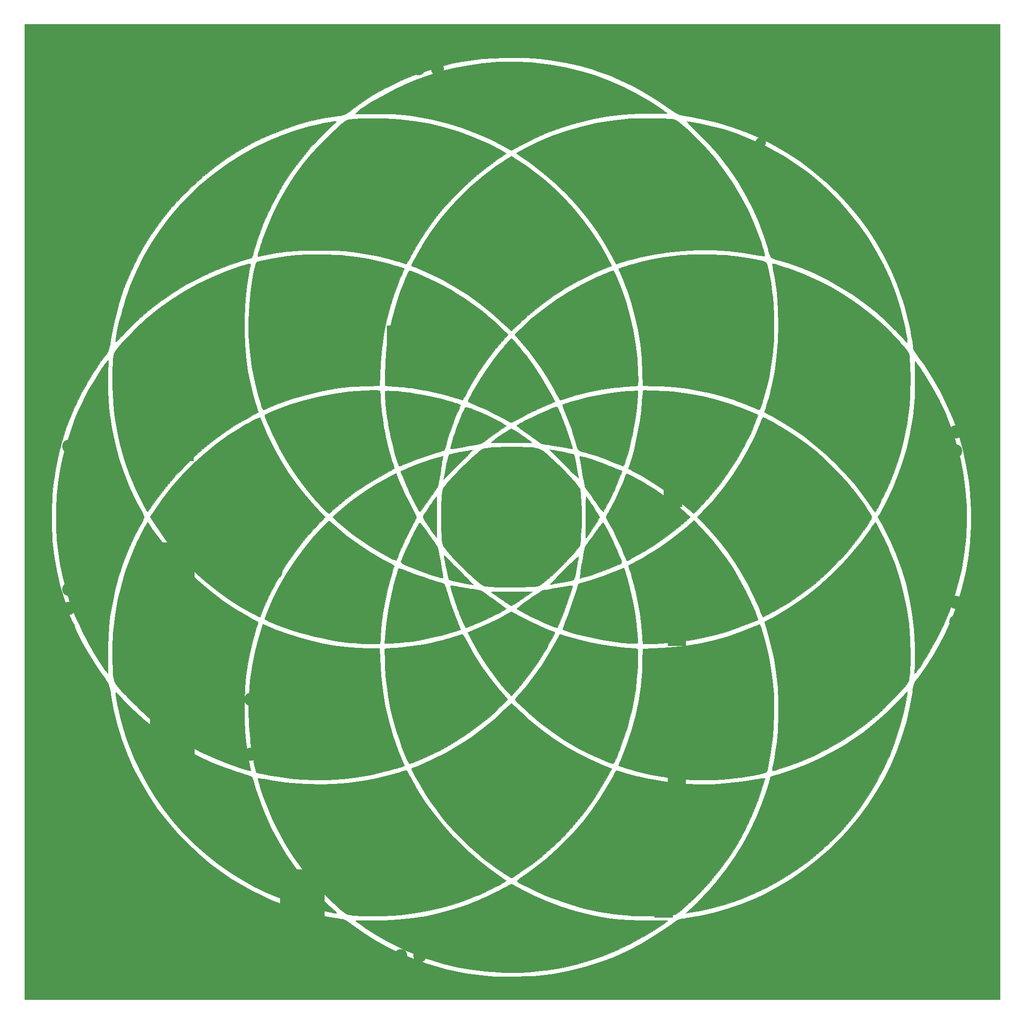
<source format=gbr>
G04 #@! TF.FileFunction,Soldermask,Bot*
%FSLAX46Y46*%
G04 Gerber Fmt 4.6, Leading zero omitted, Abs format (unit mm)*
G04 Created by KiCad (PCBNEW 4.0.4-stable) date Friday, December 09, 2016 'PMt' 01:21:17 PM*
%MOMM*%
%LPD*%
G01*
G04 APERTURE LIST*
%ADD10C,0.100000*%
%ADD11C,0.010000*%
%ADD12C,2.400000*%
%ADD13C,1.900000*%
%ADD14C,2.200000*%
%ADD15C,11.400000*%
%ADD16C,1.100000*%
%ADD17R,1.400000X1.400000*%
%ADD18R,1.875000X2.030000*%
%ADD19R,2.030000X1.875000*%
G04 APERTURE END LIST*
D10*
D11*
G36*
X177800000Y-177800000D02*
X0Y-177800000D01*
X0Y-90406114D01*
X4959827Y-90406114D01*
X4965574Y-91291361D01*
X4978139Y-92131238D01*
X4997537Y-92895962D01*
X5023786Y-93555751D01*
X5056902Y-94080823D01*
X5062749Y-94149333D01*
X5390291Y-96932702D01*
X5871655Y-99690623D01*
X6502739Y-102408203D01*
X7279439Y-105070546D01*
X8197654Y-107662759D01*
X9253280Y-110169946D01*
X9785070Y-111293021D01*
X10693431Y-113047776D01*
X11688292Y-114782084D01*
X12789154Y-116528063D01*
X14015516Y-118317833D01*
X14244473Y-118637921D01*
X14576987Y-119113937D01*
X14872529Y-119563688D01*
X15112027Y-119956538D01*
X15276410Y-120261852D01*
X15325027Y-120373588D01*
X15403305Y-120633083D01*
X15494738Y-121016038D01*
X15589819Y-121478101D01*
X15679038Y-121974921D01*
X15711040Y-122174000D01*
X16232540Y-124998321D01*
X16912562Y-127765757D01*
X17749007Y-130472014D01*
X18739774Y-133112799D01*
X19882763Y-135683821D01*
X21175876Y-138180787D01*
X22617012Y-140599405D01*
X24204071Y-142935382D01*
X25934953Y-145184426D01*
X27807559Y-147342244D01*
X28260744Y-147828000D01*
X30084626Y-149681213D01*
X31910435Y-151381276D01*
X33758395Y-152943381D01*
X35648732Y-154382719D01*
X37601670Y-155714482D01*
X39637436Y-156953860D01*
X41776254Y-158116047D01*
X42333333Y-158398262D01*
X44746119Y-159526440D01*
X47168902Y-160502119D01*
X49625155Y-161332660D01*
X52138352Y-162025426D01*
X54731967Y-162587776D01*
X56811333Y-162938441D01*
X57336597Y-163016763D01*
X57742303Y-163084075D01*
X58063507Y-163155525D01*
X58335269Y-163246261D01*
X58592645Y-163371430D01*
X58870693Y-163546180D01*
X59204470Y-163785660D01*
X59629036Y-164105017D01*
X59786186Y-164223828D01*
X61810383Y-165657776D01*
X63961954Y-167002122D01*
X66218232Y-168245766D01*
X68556555Y-169377611D01*
X70954257Y-170386558D01*
X73388676Y-171261508D01*
X75410729Y-171875178D01*
X76724098Y-172224382D01*
X77989458Y-172526210D01*
X79239694Y-172786156D01*
X80507687Y-173009711D01*
X81826321Y-173202367D01*
X83228479Y-173369617D01*
X84747045Y-173516952D01*
X85725000Y-173597866D01*
X86065613Y-173614684D01*
X86549144Y-173624760D01*
X87149330Y-173628595D01*
X87839911Y-173626690D01*
X88594625Y-173619545D01*
X89387210Y-173607663D01*
X90191406Y-173591542D01*
X90980951Y-173571686D01*
X91729583Y-173548593D01*
X92411043Y-173522767D01*
X92999067Y-173494707D01*
X93467395Y-173464914D01*
X93683666Y-173446044D01*
X96576546Y-173071596D01*
X99395675Y-172545106D01*
X102144496Y-171865246D01*
X104826450Y-171030688D01*
X107444979Y-170040107D01*
X110003525Y-168892175D01*
X112505529Y-167585564D01*
X114954432Y-166118948D01*
X117353677Y-164490999D01*
X117856000Y-164125216D01*
X118236050Y-163847642D01*
X118580672Y-163600583D01*
X118861188Y-163404252D01*
X119048923Y-163278863D01*
X119098918Y-163249150D01*
X119248206Y-163202090D01*
X119528614Y-163140156D01*
X119903375Y-163070568D01*
X120335723Y-163000548D01*
X120453584Y-162983082D01*
X123175259Y-162516930D01*
X125803653Y-161920288D01*
X128361187Y-161186304D01*
X130870285Y-160308125D01*
X133353369Y-159278900D01*
X134836379Y-158587798D01*
X137316359Y-157290746D01*
X139723799Y-155841135D01*
X142057186Y-154240129D01*
X144315001Y-152488887D01*
X146495730Y-150588572D01*
X148597857Y-148540344D01*
X150207705Y-146812000D01*
X152024089Y-144651555D01*
X153706055Y-142391280D01*
X155250053Y-140038802D01*
X156652536Y-137601746D01*
X157909954Y-135087738D01*
X159018759Y-132504404D01*
X159975404Y-129859370D01*
X160776339Y-127160261D01*
X161418016Y-124414704D01*
X161884447Y-121717670D01*
X161953745Y-121257354D01*
X162022367Y-120842089D01*
X162083927Y-120507799D01*
X162132039Y-120290412D01*
X162146626Y-120242803D01*
X162224146Y-120101748D01*
X162383847Y-119854880D01*
X162605845Y-119531499D01*
X162870255Y-119160909D01*
X163014810Y-118963466D01*
X164388699Y-117025375D01*
X165622877Y-115115134D01*
X166735760Y-113200017D01*
X167745766Y-111247300D01*
X168671310Y-109224257D01*
X169165109Y-108034666D01*
X170101559Y-105476163D01*
X170894733Y-102831826D01*
X171543003Y-100108610D01*
X172044742Y-97313466D01*
X172398324Y-94453349D01*
X172434436Y-94064666D01*
X172518357Y-92845918D01*
X172566638Y-91502540D01*
X172580277Y-90075228D01*
X172560274Y-88604674D01*
X172507624Y-87131573D01*
X172423327Y-85696618D01*
X172308380Y-84340503D01*
X172166083Y-83120797D01*
X171694303Y-80270383D01*
X171063194Y-77475638D01*
X170274001Y-74739609D01*
X169327970Y-72065342D01*
X168226345Y-69455883D01*
X166970374Y-66914279D01*
X165561301Y-64443575D01*
X164000372Y-62046819D01*
X162957003Y-60599466D01*
X162642263Y-60175283D01*
X162409558Y-59840495D01*
X162242404Y-59554002D01*
X162124320Y-59274707D01*
X162038823Y-58961511D01*
X161969431Y-58573317D01*
X161899660Y-58069025D01*
X161879187Y-57912000D01*
X161702825Y-56751429D01*
X161463921Y-55479415D01*
X161172200Y-54137654D01*
X160837388Y-52767841D01*
X160469209Y-51411670D01*
X160077388Y-50110837D01*
X160012165Y-49907575D01*
X159066837Y-47262364D01*
X157965553Y-44680034D01*
X156711344Y-42165184D01*
X155307243Y-39722413D01*
X153756281Y-37356321D01*
X152061490Y-35071507D01*
X150225901Y-32872569D01*
X148252546Y-30764107D01*
X146144457Y-28750721D01*
X145952319Y-28577999D01*
X143729378Y-26698189D01*
X141434844Y-24971520D01*
X139069582Y-23398408D01*
X136634459Y-21979266D01*
X134130339Y-20714510D01*
X131558089Y-19604553D01*
X128918574Y-18649811D01*
X126212660Y-17850697D01*
X123441211Y-17207625D01*
X121454333Y-16849212D01*
X120917869Y-16760489D01*
X120407929Y-16670517D01*
X119960319Y-16586037D01*
X119610842Y-16513791D01*
X119404460Y-16463250D01*
X119122980Y-16346482D01*
X118738533Y-16129215D01*
X118243399Y-15806749D01*
X117711127Y-15433049D01*
X115508168Y-13917100D01*
X113325158Y-12556694D01*
X111143716Y-11342438D01*
X108945463Y-10264937D01*
X106712018Y-9314796D01*
X104425000Y-8482621D01*
X103570520Y-8205551D01*
X101195021Y-7525162D01*
X98809915Y-6975455D01*
X96394247Y-6553607D01*
X93927060Y-6256796D01*
X91387399Y-6082198D01*
X88754309Y-6026990D01*
X87503000Y-6040969D01*
X85450169Y-6115787D01*
X83516827Y-6255440D01*
X81663922Y-6465284D01*
X79852400Y-6750673D01*
X78043208Y-7116962D01*
X76197293Y-7569505D01*
X76030666Y-7613939D01*
X73405594Y-8391036D01*
X70881536Y-9288882D01*
X68441350Y-10315791D01*
X66067892Y-11480076D01*
X63744019Y-12790051D01*
X61452588Y-14254029D01*
X59531942Y-15615064D01*
X59100927Y-15923422D01*
X58709351Y-16183265D01*
X58385817Y-16376682D01*
X58158930Y-16485758D01*
X58123666Y-16496968D01*
X57903933Y-16544041D01*
X57564535Y-16603497D01*
X57153904Y-16667322D01*
X56769000Y-16721145D01*
X54484179Y-17094325D01*
X52145401Y-17615676D01*
X49770487Y-18280001D01*
X47377262Y-19082105D01*
X44983546Y-20016791D01*
X43973258Y-20451658D01*
X41595846Y-21593339D01*
X39261804Y-22892295D01*
X36981398Y-24339733D01*
X34764891Y-25926864D01*
X32622546Y-27644895D01*
X30564630Y-29485035D01*
X28601405Y-31438494D01*
X26743136Y-33496479D01*
X25000087Y-35650200D01*
X23382521Y-37890865D01*
X23071426Y-38354000D01*
X21582545Y-40750529D01*
X20244375Y-43223555D01*
X19057950Y-45770384D01*
X18024306Y-48388323D01*
X17144478Y-51074678D01*
X16419501Y-53826754D01*
X15850410Y-56641859D01*
X15707600Y-57515311D01*
X15581721Y-58263895D01*
X15456138Y-58865042D01*
X15324215Y-59340507D01*
X15179318Y-59712044D01*
X15014814Y-60001407D01*
X14906698Y-60141439D01*
X14620333Y-60496062D01*
X14265099Y-60971889D01*
X13857713Y-61544013D01*
X13414895Y-62187527D01*
X12953363Y-62877524D01*
X12489837Y-63589097D01*
X12041035Y-64297339D01*
X11623676Y-64977343D01*
X11345129Y-65447333D01*
X11008331Y-66046691D01*
X10627022Y-66760006D01*
X10220534Y-67548252D01*
X9808199Y-68372407D01*
X9409350Y-69193446D01*
X9043318Y-69972345D01*
X8729437Y-70670080D01*
X8555898Y-71077666D01*
X7609128Y-73565189D01*
X6808296Y-76088893D01*
X6149603Y-78664818D01*
X5629253Y-81309001D01*
X5243447Y-84037479D01*
X5067531Y-85809666D01*
X5032738Y-86341706D01*
X5004660Y-87007070D01*
X4983312Y-87775975D01*
X4968712Y-88618639D01*
X4960878Y-89505279D01*
X4959827Y-90406114D01*
X0Y-90406114D01*
X0Y0D01*
X177800000Y0D01*
X177800000Y-177800000D01*
X177800000Y-177800000D01*
G37*
X177800000Y-177800000D02*
X0Y-177800000D01*
X0Y-90406114D01*
X4959827Y-90406114D01*
X4965574Y-91291361D01*
X4978139Y-92131238D01*
X4997537Y-92895962D01*
X5023786Y-93555751D01*
X5056902Y-94080823D01*
X5062749Y-94149333D01*
X5390291Y-96932702D01*
X5871655Y-99690623D01*
X6502739Y-102408203D01*
X7279439Y-105070546D01*
X8197654Y-107662759D01*
X9253280Y-110169946D01*
X9785070Y-111293021D01*
X10693431Y-113047776D01*
X11688292Y-114782084D01*
X12789154Y-116528063D01*
X14015516Y-118317833D01*
X14244473Y-118637921D01*
X14576987Y-119113937D01*
X14872529Y-119563688D01*
X15112027Y-119956538D01*
X15276410Y-120261852D01*
X15325027Y-120373588D01*
X15403305Y-120633083D01*
X15494738Y-121016038D01*
X15589819Y-121478101D01*
X15679038Y-121974921D01*
X15711040Y-122174000D01*
X16232540Y-124998321D01*
X16912562Y-127765757D01*
X17749007Y-130472014D01*
X18739774Y-133112799D01*
X19882763Y-135683821D01*
X21175876Y-138180787D01*
X22617012Y-140599405D01*
X24204071Y-142935382D01*
X25934953Y-145184426D01*
X27807559Y-147342244D01*
X28260744Y-147828000D01*
X30084626Y-149681213D01*
X31910435Y-151381276D01*
X33758395Y-152943381D01*
X35648732Y-154382719D01*
X37601670Y-155714482D01*
X39637436Y-156953860D01*
X41776254Y-158116047D01*
X42333333Y-158398262D01*
X44746119Y-159526440D01*
X47168902Y-160502119D01*
X49625155Y-161332660D01*
X52138352Y-162025426D01*
X54731967Y-162587776D01*
X56811333Y-162938441D01*
X57336597Y-163016763D01*
X57742303Y-163084075D01*
X58063507Y-163155525D01*
X58335269Y-163246261D01*
X58592645Y-163371430D01*
X58870693Y-163546180D01*
X59204470Y-163785660D01*
X59629036Y-164105017D01*
X59786186Y-164223828D01*
X61810383Y-165657776D01*
X63961954Y-167002122D01*
X66218232Y-168245766D01*
X68556555Y-169377611D01*
X70954257Y-170386558D01*
X73388676Y-171261508D01*
X75410729Y-171875178D01*
X76724098Y-172224382D01*
X77989458Y-172526210D01*
X79239694Y-172786156D01*
X80507687Y-173009711D01*
X81826321Y-173202367D01*
X83228479Y-173369617D01*
X84747045Y-173516952D01*
X85725000Y-173597866D01*
X86065613Y-173614684D01*
X86549144Y-173624760D01*
X87149330Y-173628595D01*
X87839911Y-173626690D01*
X88594625Y-173619545D01*
X89387210Y-173607663D01*
X90191406Y-173591542D01*
X90980951Y-173571686D01*
X91729583Y-173548593D01*
X92411043Y-173522767D01*
X92999067Y-173494707D01*
X93467395Y-173464914D01*
X93683666Y-173446044D01*
X96576546Y-173071596D01*
X99395675Y-172545106D01*
X102144496Y-171865246D01*
X104826450Y-171030688D01*
X107444979Y-170040107D01*
X110003525Y-168892175D01*
X112505529Y-167585564D01*
X114954432Y-166118948D01*
X117353677Y-164490999D01*
X117856000Y-164125216D01*
X118236050Y-163847642D01*
X118580672Y-163600583D01*
X118861188Y-163404252D01*
X119048923Y-163278863D01*
X119098918Y-163249150D01*
X119248206Y-163202090D01*
X119528614Y-163140156D01*
X119903375Y-163070568D01*
X120335723Y-163000548D01*
X120453584Y-162983082D01*
X123175259Y-162516930D01*
X125803653Y-161920288D01*
X128361187Y-161186304D01*
X130870285Y-160308125D01*
X133353369Y-159278900D01*
X134836379Y-158587798D01*
X137316359Y-157290746D01*
X139723799Y-155841135D01*
X142057186Y-154240129D01*
X144315001Y-152488887D01*
X146495730Y-150588572D01*
X148597857Y-148540344D01*
X150207705Y-146812000D01*
X152024089Y-144651555D01*
X153706055Y-142391280D01*
X155250053Y-140038802D01*
X156652536Y-137601746D01*
X157909954Y-135087738D01*
X159018759Y-132504404D01*
X159975404Y-129859370D01*
X160776339Y-127160261D01*
X161418016Y-124414704D01*
X161884447Y-121717670D01*
X161953745Y-121257354D01*
X162022367Y-120842089D01*
X162083927Y-120507799D01*
X162132039Y-120290412D01*
X162146626Y-120242803D01*
X162224146Y-120101748D01*
X162383847Y-119854880D01*
X162605845Y-119531499D01*
X162870255Y-119160909D01*
X163014810Y-118963466D01*
X164388699Y-117025375D01*
X165622877Y-115115134D01*
X166735760Y-113200017D01*
X167745766Y-111247300D01*
X168671310Y-109224257D01*
X169165109Y-108034666D01*
X170101559Y-105476163D01*
X170894733Y-102831826D01*
X171543003Y-100108610D01*
X172044742Y-97313466D01*
X172398324Y-94453349D01*
X172434436Y-94064666D01*
X172518357Y-92845918D01*
X172566638Y-91502540D01*
X172580277Y-90075228D01*
X172560274Y-88604674D01*
X172507624Y-87131573D01*
X172423327Y-85696618D01*
X172308380Y-84340503D01*
X172166083Y-83120797D01*
X171694303Y-80270383D01*
X171063194Y-77475638D01*
X170274001Y-74739609D01*
X169327970Y-72065342D01*
X168226345Y-69455883D01*
X166970374Y-66914279D01*
X165561301Y-64443575D01*
X164000372Y-62046819D01*
X162957003Y-60599466D01*
X162642263Y-60175283D01*
X162409558Y-59840495D01*
X162242404Y-59554002D01*
X162124320Y-59274707D01*
X162038823Y-58961511D01*
X161969431Y-58573317D01*
X161899660Y-58069025D01*
X161879187Y-57912000D01*
X161702825Y-56751429D01*
X161463921Y-55479415D01*
X161172200Y-54137654D01*
X160837388Y-52767841D01*
X160469209Y-51411670D01*
X160077388Y-50110837D01*
X160012165Y-49907575D01*
X159066837Y-47262364D01*
X157965553Y-44680034D01*
X156711344Y-42165184D01*
X155307243Y-39722413D01*
X153756281Y-37356321D01*
X152061490Y-35071507D01*
X150225901Y-32872569D01*
X148252546Y-30764107D01*
X146144457Y-28750721D01*
X145952319Y-28577999D01*
X143729378Y-26698189D01*
X141434844Y-24971520D01*
X139069582Y-23398408D01*
X136634459Y-21979266D01*
X134130339Y-20714510D01*
X131558089Y-19604553D01*
X128918574Y-18649811D01*
X126212660Y-17850697D01*
X123441211Y-17207625D01*
X121454333Y-16849212D01*
X120917869Y-16760489D01*
X120407929Y-16670517D01*
X119960319Y-16586037D01*
X119610842Y-16513791D01*
X119404460Y-16463250D01*
X119122980Y-16346482D01*
X118738533Y-16129215D01*
X118243399Y-15806749D01*
X117711127Y-15433049D01*
X115508168Y-13917100D01*
X113325158Y-12556694D01*
X111143716Y-11342438D01*
X108945463Y-10264937D01*
X106712018Y-9314796D01*
X104425000Y-8482621D01*
X103570520Y-8205551D01*
X101195021Y-7525162D01*
X98809915Y-6975455D01*
X96394247Y-6553607D01*
X93927060Y-6256796D01*
X91387399Y-6082198D01*
X88754309Y-6026990D01*
X87503000Y-6040969D01*
X85450169Y-6115787D01*
X83516827Y-6255440D01*
X81663922Y-6465284D01*
X79852400Y-6750673D01*
X78043208Y-7116962D01*
X76197293Y-7569505D01*
X76030666Y-7613939D01*
X73405594Y-8391036D01*
X70881536Y-9288882D01*
X68441350Y-10315791D01*
X66067892Y-11480076D01*
X63744019Y-12790051D01*
X61452588Y-14254029D01*
X59531942Y-15615064D01*
X59100927Y-15923422D01*
X58709351Y-16183265D01*
X58385817Y-16376682D01*
X58158930Y-16485758D01*
X58123666Y-16496968D01*
X57903933Y-16544041D01*
X57564535Y-16603497D01*
X57153904Y-16667322D01*
X56769000Y-16721145D01*
X54484179Y-17094325D01*
X52145401Y-17615676D01*
X49770487Y-18280001D01*
X47377262Y-19082105D01*
X44983546Y-20016791D01*
X43973258Y-20451658D01*
X41595846Y-21593339D01*
X39261804Y-22892295D01*
X36981398Y-24339733D01*
X34764891Y-25926864D01*
X32622546Y-27644895D01*
X30564630Y-29485035D01*
X28601405Y-31438494D01*
X26743136Y-33496479D01*
X25000087Y-35650200D01*
X23382521Y-37890865D01*
X23071426Y-38354000D01*
X21582545Y-40750529D01*
X20244375Y-43223555D01*
X19057950Y-45770384D01*
X18024306Y-48388323D01*
X17144478Y-51074678D01*
X16419501Y-53826754D01*
X15850410Y-56641859D01*
X15707600Y-57515311D01*
X15581721Y-58263895D01*
X15456138Y-58865042D01*
X15324215Y-59340507D01*
X15179318Y-59712044D01*
X15014814Y-60001407D01*
X14906698Y-60141439D01*
X14620333Y-60496062D01*
X14265099Y-60971889D01*
X13857713Y-61544013D01*
X13414895Y-62187527D01*
X12953363Y-62877524D01*
X12489837Y-63589097D01*
X12041035Y-64297339D01*
X11623676Y-64977343D01*
X11345129Y-65447333D01*
X11008331Y-66046691D01*
X10627022Y-66760006D01*
X10220534Y-67548252D01*
X9808199Y-68372407D01*
X9409350Y-69193446D01*
X9043318Y-69972345D01*
X8729437Y-70670080D01*
X8555898Y-71077666D01*
X7609128Y-73565189D01*
X6808296Y-76088893D01*
X6149603Y-78664818D01*
X5629253Y-81309001D01*
X5243447Y-84037479D01*
X5067531Y-85809666D01*
X5032738Y-86341706D01*
X5004660Y-87007070D01*
X4983312Y-87775975D01*
X4968712Y-88618639D01*
X4960878Y-89505279D01*
X4959827Y-90406114D01*
X0Y-90406114D01*
X0Y0D01*
X177800000Y0D01*
X177800000Y-177800000D01*
G36*
X88847800Y-156757425D02*
X89069228Y-156866792D01*
X89386778Y-157032736D01*
X89774798Y-157241891D01*
X90140002Y-157443186D01*
X92609235Y-158721468D01*
X95154048Y-159849694D01*
X97777280Y-160828973D01*
X100481769Y-161660418D01*
X101791077Y-162002749D01*
X103548457Y-162408890D01*
X105241637Y-162739501D01*
X106906795Y-162998543D01*
X108580109Y-163189977D01*
X110297757Y-163317766D01*
X112095918Y-163385870D01*
X114010769Y-163398252D01*
X114490500Y-163393388D01*
X115145771Y-163386459D01*
X115743307Y-163383284D01*
X116262994Y-163383722D01*
X116684721Y-163387631D01*
X116988376Y-163394870D01*
X117153845Y-163405297D01*
X117178666Y-163412305D01*
X117108285Y-163514466D01*
X116908230Y-163690728D01*
X116595137Y-163929939D01*
X116185642Y-164220949D01*
X115696380Y-164552608D01*
X115143986Y-164913765D01*
X114545095Y-165293269D01*
X113916343Y-165679972D01*
X113274365Y-166062721D01*
X112903000Y-166278231D01*
X110434912Y-167616330D01*
X107971650Y-168791604D01*
X105497750Y-169809341D01*
X102997743Y-170674830D01*
X100456166Y-171393359D01*
X97857551Y-171970216D01*
X95186434Y-172410690D01*
X94826666Y-172459047D01*
X93394542Y-172618207D01*
X91861886Y-172737242D01*
X90286091Y-172813819D01*
X88724553Y-172845603D01*
X87234665Y-172830262D01*
X86444666Y-172799797D01*
X83905829Y-172601980D01*
X81349456Y-172266346D01*
X78810706Y-171799502D01*
X76324739Y-171208052D01*
X73926715Y-170498602D01*
X73575333Y-170381931D01*
X71621866Y-169672239D01*
X69666845Y-168862668D01*
X67742758Y-167969339D01*
X65882092Y-167008370D01*
X64117335Y-165995882D01*
X62480974Y-164947995D01*
X62113415Y-164694740D01*
X61554639Y-164302441D01*
X61122205Y-163994858D01*
X60802363Y-163761590D01*
X60581358Y-163592236D01*
X60445440Y-163476393D01*
X60380857Y-163403661D01*
X60370635Y-163376585D01*
X60450912Y-163360186D01*
X60679547Y-163349085D01*
X61035644Y-163343389D01*
X61498307Y-163343203D01*
X62046640Y-163348633D01*
X62659748Y-163359786D01*
X62843833Y-163364037D01*
X65546623Y-163367244D01*
X68157070Y-163241128D01*
X70696415Y-162981953D01*
X73185898Y-162585984D01*
X75646761Y-162049485D01*
X78100243Y-161368722D01*
X80567586Y-160539958D01*
X81999666Y-159995416D01*
X82645178Y-159728438D01*
X83389506Y-159401591D01*
X84196280Y-159032363D01*
X85029127Y-158638247D01*
X85851677Y-158236734D01*
X86627558Y-157845314D01*
X87320398Y-157481478D01*
X87893825Y-157162717D01*
X87911844Y-157152268D01*
X88233749Y-156970046D01*
X88504850Y-156825464D01*
X88689793Y-156736882D01*
X88748144Y-156718000D01*
X88847800Y-156757425D01*
X88847800Y-156757425D01*
G37*
X88847800Y-156757425D02*
X89069228Y-156866792D01*
X89386778Y-157032736D01*
X89774798Y-157241891D01*
X90140002Y-157443186D01*
X92609235Y-158721468D01*
X95154048Y-159849694D01*
X97777280Y-160828973D01*
X100481769Y-161660418D01*
X101791077Y-162002749D01*
X103548457Y-162408890D01*
X105241637Y-162739501D01*
X106906795Y-162998543D01*
X108580109Y-163189977D01*
X110297757Y-163317766D01*
X112095918Y-163385870D01*
X114010769Y-163398252D01*
X114490500Y-163393388D01*
X115145771Y-163386459D01*
X115743307Y-163383284D01*
X116262994Y-163383722D01*
X116684721Y-163387631D01*
X116988376Y-163394870D01*
X117153845Y-163405297D01*
X117178666Y-163412305D01*
X117108285Y-163514466D01*
X116908230Y-163690728D01*
X116595137Y-163929939D01*
X116185642Y-164220949D01*
X115696380Y-164552608D01*
X115143986Y-164913765D01*
X114545095Y-165293269D01*
X113916343Y-165679972D01*
X113274365Y-166062721D01*
X112903000Y-166278231D01*
X110434912Y-167616330D01*
X107971650Y-168791604D01*
X105497750Y-169809341D01*
X102997743Y-170674830D01*
X100456166Y-171393359D01*
X97857551Y-171970216D01*
X95186434Y-172410690D01*
X94826666Y-172459047D01*
X93394542Y-172618207D01*
X91861886Y-172737242D01*
X90286091Y-172813819D01*
X88724553Y-172845603D01*
X87234665Y-172830262D01*
X86444666Y-172799797D01*
X83905829Y-172601980D01*
X81349456Y-172266346D01*
X78810706Y-171799502D01*
X76324739Y-171208052D01*
X73926715Y-170498602D01*
X73575333Y-170381931D01*
X71621866Y-169672239D01*
X69666845Y-168862668D01*
X67742758Y-167969339D01*
X65882092Y-167008370D01*
X64117335Y-165995882D01*
X62480974Y-164947995D01*
X62113415Y-164694740D01*
X61554639Y-164302441D01*
X61122205Y-163994858D01*
X60802363Y-163761590D01*
X60581358Y-163592236D01*
X60445440Y-163476393D01*
X60380857Y-163403661D01*
X60370635Y-163376585D01*
X60450912Y-163360186D01*
X60679547Y-163349085D01*
X61035644Y-163343389D01*
X61498307Y-163343203D01*
X62046640Y-163348633D01*
X62659748Y-163359786D01*
X62843833Y-163364037D01*
X65546623Y-163367244D01*
X68157070Y-163241128D01*
X70696415Y-162981953D01*
X73185898Y-162585984D01*
X75646761Y-162049485D01*
X78100243Y-161368722D01*
X80567586Y-160539958D01*
X81999666Y-159995416D01*
X82645178Y-159728438D01*
X83389506Y-159401591D01*
X84196280Y-159032363D01*
X85029127Y-158638247D01*
X85851677Y-158236734D01*
X86627558Y-157845314D01*
X87320398Y-157481478D01*
X87893825Y-157162717D01*
X87911844Y-157152268D01*
X88233749Y-156970046D01*
X88504850Y-156825464D01*
X88689793Y-156736882D01*
X88748144Y-156718000D01*
X88847800Y-156757425D01*
G36*
X69684385Y-136068380D02*
X69797212Y-136272808D01*
X69960411Y-136573821D01*
X70159552Y-136944884D01*
X70274269Y-137160000D01*
X71613557Y-139528192D01*
X73050942Y-141778070D01*
X74601855Y-143930429D01*
X76281725Y-146006060D01*
X78105984Y-148025756D01*
X79074199Y-149018246D01*
X80889546Y-150753828D01*
X82760552Y-152387479D01*
X84661972Y-153898299D01*
X86568560Y-155265389D01*
X86843886Y-155450405D01*
X87192392Y-155685802D01*
X87483848Y-155888798D01*
X87692258Y-156040820D01*
X87791624Y-156123294D01*
X87796386Y-156130931D01*
X87725268Y-156206662D01*
X87519662Y-156343279D01*
X87198938Y-156530947D01*
X86782464Y-156759831D01*
X86289611Y-157020094D01*
X85739749Y-157301901D01*
X85152247Y-157595418D01*
X84546474Y-157890807D01*
X83941800Y-158178234D01*
X83357595Y-158447864D01*
X82813229Y-158689860D01*
X82465333Y-158837930D01*
X80224490Y-159710599D01*
X77990923Y-160458167D01*
X75734137Y-161088308D01*
X73423640Y-161608694D01*
X71028938Y-162027001D01*
X68519538Y-162350901D01*
X68495333Y-162353519D01*
X68005824Y-162395393D01*
X67377405Y-162432185D01*
X66640436Y-162463461D01*
X65825278Y-162488787D01*
X64962290Y-162507730D01*
X64081831Y-162519856D01*
X63214263Y-162524732D01*
X62389944Y-162521924D01*
X61639235Y-162510998D01*
X60992496Y-162491521D01*
X60536666Y-162467186D01*
X59929485Y-162419767D01*
X59453389Y-162363638D01*
X59070236Y-162284046D01*
X58741886Y-162166239D01*
X58430197Y-161995465D01*
X58097028Y-161756972D01*
X57704239Y-161436007D01*
X57564648Y-161317661D01*
X57118448Y-160923700D01*
X56585332Y-160430070D01*
X55990132Y-159861673D01*
X55357677Y-159243411D01*
X54712799Y-158600186D01*
X54080330Y-157956901D01*
X53485099Y-157338458D01*
X52951939Y-156769760D01*
X52505680Y-156275709D01*
X52302767Y-156040666D01*
X50563948Y-153869735D01*
X48982414Y-151660956D01*
X47548031Y-149396635D01*
X46250663Y-147059081D01*
X45080178Y-144630603D01*
X44026440Y-142093507D01*
X43507277Y-140685889D01*
X43332966Y-140180653D01*
X43158644Y-139653486D01*
X42991845Y-139129636D01*
X42840101Y-138634355D01*
X42710946Y-138192891D01*
X42611911Y-137830494D01*
X42550531Y-137572414D01*
X42534337Y-137443901D01*
X42537582Y-137435528D01*
X42629082Y-137437416D01*
X42859615Y-137466004D01*
X43201703Y-137517215D01*
X43627867Y-137586966D01*
X44041852Y-137658883D01*
X45315908Y-137875751D01*
X46499971Y-138054410D01*
X47643126Y-138200352D01*
X48794460Y-138319075D01*
X50003057Y-138416070D01*
X51318004Y-138496835D01*
X51709116Y-138517147D01*
X54047296Y-138566723D01*
X56457960Y-138488636D01*
X58907718Y-138287378D01*
X61363183Y-137967442D01*
X63790965Y-137533317D01*
X66157675Y-136989497D01*
X68429924Y-136340473D01*
X68818180Y-136215491D01*
X69155846Y-136108633D01*
X69427685Y-136029731D01*
X69597723Y-135988830D01*
X69636362Y-135987069D01*
X69684385Y-136068380D01*
X69684385Y-136068380D01*
G37*
X69684385Y-136068380D02*
X69797212Y-136272808D01*
X69960411Y-136573821D01*
X70159552Y-136944884D01*
X70274269Y-137160000D01*
X71613557Y-139528192D01*
X73050942Y-141778070D01*
X74601855Y-143930429D01*
X76281725Y-146006060D01*
X78105984Y-148025756D01*
X79074199Y-149018246D01*
X80889546Y-150753828D01*
X82760552Y-152387479D01*
X84661972Y-153898299D01*
X86568560Y-155265389D01*
X86843886Y-155450405D01*
X87192392Y-155685802D01*
X87483848Y-155888798D01*
X87692258Y-156040820D01*
X87791624Y-156123294D01*
X87796386Y-156130931D01*
X87725268Y-156206662D01*
X87519662Y-156343279D01*
X87198938Y-156530947D01*
X86782464Y-156759831D01*
X86289611Y-157020094D01*
X85739749Y-157301901D01*
X85152247Y-157595418D01*
X84546474Y-157890807D01*
X83941800Y-158178234D01*
X83357595Y-158447864D01*
X82813229Y-158689860D01*
X82465333Y-158837930D01*
X80224490Y-159710599D01*
X77990923Y-160458167D01*
X75734137Y-161088308D01*
X73423640Y-161608694D01*
X71028938Y-162027001D01*
X68519538Y-162350901D01*
X68495333Y-162353519D01*
X68005824Y-162395393D01*
X67377405Y-162432185D01*
X66640436Y-162463461D01*
X65825278Y-162488787D01*
X64962290Y-162507730D01*
X64081831Y-162519856D01*
X63214263Y-162524732D01*
X62389944Y-162521924D01*
X61639235Y-162510998D01*
X60992496Y-162491521D01*
X60536666Y-162467186D01*
X59929485Y-162419767D01*
X59453389Y-162363638D01*
X59070236Y-162284046D01*
X58741886Y-162166239D01*
X58430197Y-161995465D01*
X58097028Y-161756972D01*
X57704239Y-161436007D01*
X57564648Y-161317661D01*
X57118448Y-160923700D01*
X56585332Y-160430070D01*
X55990132Y-159861673D01*
X55357677Y-159243411D01*
X54712799Y-158600186D01*
X54080330Y-157956901D01*
X53485099Y-157338458D01*
X52951939Y-156769760D01*
X52505680Y-156275709D01*
X52302767Y-156040666D01*
X50563948Y-153869735D01*
X48982414Y-151660956D01*
X47548031Y-149396635D01*
X46250663Y-147059081D01*
X45080178Y-144630603D01*
X44026440Y-142093507D01*
X43507277Y-140685889D01*
X43332966Y-140180653D01*
X43158644Y-139653486D01*
X42991845Y-139129636D01*
X42840101Y-138634355D01*
X42710946Y-138192891D01*
X42611911Y-137830494D01*
X42550531Y-137572414D01*
X42534337Y-137443901D01*
X42537582Y-137435528D01*
X42629082Y-137437416D01*
X42859615Y-137466004D01*
X43201703Y-137517215D01*
X43627867Y-137586966D01*
X44041852Y-137658883D01*
X45315908Y-137875751D01*
X46499971Y-138054410D01*
X47643126Y-138200352D01*
X48794460Y-138319075D01*
X50003057Y-138416070D01*
X51318004Y-138496835D01*
X51709116Y-138517147D01*
X54047296Y-138566723D01*
X56457960Y-138488636D01*
X58907718Y-138287378D01*
X61363183Y-137967442D01*
X63790965Y-137533317D01*
X66157675Y-136989497D01*
X68429924Y-136340473D01*
X68818180Y-136215491D01*
X69155846Y-136108633D01*
X69427685Y-136029731D01*
X69597723Y-135988830D01*
X69636362Y-135987069D01*
X69684385Y-136068380D01*
G36*
X107971753Y-136024414D02*
X108187007Y-136080168D01*
X108497050Y-136170181D01*
X108842134Y-136276835D01*
X109618652Y-136511152D01*
X110507735Y-136759537D01*
X111454947Y-137008032D01*
X112405856Y-137242677D01*
X113306026Y-137449513D01*
X113919000Y-137578772D01*
X116768035Y-138065344D01*
X119634664Y-138385547D01*
X122521391Y-138539391D01*
X125430724Y-138526888D01*
X128365167Y-138348049D01*
X131327226Y-138002885D01*
X133411885Y-137663503D01*
X133954477Y-137565104D01*
X134352680Y-137494635D01*
X134628801Y-137450273D01*
X134805149Y-137430195D01*
X134904033Y-137432580D01*
X134947763Y-137455603D01*
X134958645Y-137497443D01*
X134958666Y-137537130D01*
X134932359Y-137686194D01*
X134859064Y-137968549D01*
X134747221Y-138357479D01*
X134605270Y-138826270D01*
X134441651Y-139348209D01*
X134264803Y-139896579D01*
X134083168Y-140444667D01*
X133905183Y-140965758D01*
X133739290Y-141433137D01*
X133660135Y-141647333D01*
X132572605Y-144302154D01*
X131337205Y-146879425D01*
X129957834Y-149372679D01*
X128438391Y-151775448D01*
X126782777Y-154081265D01*
X124994890Y-156283662D01*
X124485225Y-156865084D01*
X124004121Y-157391576D01*
X123468292Y-157954657D01*
X122894273Y-158538839D01*
X122298597Y-159128633D01*
X121697797Y-159708550D01*
X121108407Y-160263101D01*
X120546960Y-160776797D01*
X120029989Y-161234150D01*
X119574029Y-161619669D01*
X119195612Y-161917867D01*
X118911271Y-162113254D01*
X118841609Y-162152170D01*
X118567691Y-162252394D01*
X118185400Y-162340159D01*
X117779360Y-162398894D01*
X117439736Y-162424830D01*
X116958464Y-162448192D01*
X116363210Y-162468688D01*
X115681644Y-162486025D01*
X114941434Y-162499910D01*
X114170249Y-162510052D01*
X113395757Y-162516159D01*
X112645627Y-162517938D01*
X111947527Y-162515097D01*
X111329125Y-162507344D01*
X110818091Y-162494387D01*
X110447666Y-162476326D01*
X107589495Y-162193154D01*
X104772129Y-161746752D01*
X101990706Y-161135992D01*
X99240364Y-160359741D01*
X96516241Y-159416869D01*
X95377000Y-158970190D01*
X94960484Y-158793540D01*
X94431134Y-158557297D01*
X93826836Y-158279048D01*
X93185478Y-157976381D01*
X92544947Y-157666884D01*
X92159666Y-157476696D01*
X91431386Y-157111111D01*
X90846989Y-156811387D01*
X90396796Y-156572018D01*
X90071128Y-156387499D01*
X89860309Y-156252326D01*
X89754659Y-156160994D01*
X89744500Y-156107997D01*
X89747931Y-156104926D01*
X89826989Y-156048749D01*
X90023049Y-155911086D01*
X90314195Y-155707279D01*
X90678510Y-155452666D01*
X91094078Y-155162589D01*
X91143666Y-155127997D01*
X93146559Y-153669321D01*
X95020548Y-152173754D01*
X96806035Y-150607602D01*
X98425063Y-149055666D01*
X100254928Y-147138873D01*
X101940408Y-145181548D01*
X103501253Y-143157287D01*
X104957216Y-141039689D01*
X106328047Y-138802351D01*
X107029922Y-137553311D01*
X107280646Y-137094996D01*
X107503605Y-136689633D01*
X107686232Y-136359892D01*
X107815957Y-136128442D01*
X107880213Y-136017953D01*
X107884378Y-136012065D01*
X107971753Y-136024414D01*
X107971753Y-136024414D01*
G37*
X107971753Y-136024414D02*
X108187007Y-136080168D01*
X108497050Y-136170181D01*
X108842134Y-136276835D01*
X109618652Y-136511152D01*
X110507735Y-136759537D01*
X111454947Y-137008032D01*
X112405856Y-137242677D01*
X113306026Y-137449513D01*
X113919000Y-137578772D01*
X116768035Y-138065344D01*
X119634664Y-138385547D01*
X122521391Y-138539391D01*
X125430724Y-138526888D01*
X128365167Y-138348049D01*
X131327226Y-138002885D01*
X133411885Y-137663503D01*
X133954477Y-137565104D01*
X134352680Y-137494635D01*
X134628801Y-137450273D01*
X134805149Y-137430195D01*
X134904033Y-137432580D01*
X134947763Y-137455603D01*
X134958645Y-137497443D01*
X134958666Y-137537130D01*
X134932359Y-137686194D01*
X134859064Y-137968549D01*
X134747221Y-138357479D01*
X134605270Y-138826270D01*
X134441651Y-139348209D01*
X134264803Y-139896579D01*
X134083168Y-140444667D01*
X133905183Y-140965758D01*
X133739290Y-141433137D01*
X133660135Y-141647333D01*
X132572605Y-144302154D01*
X131337205Y-146879425D01*
X129957834Y-149372679D01*
X128438391Y-151775448D01*
X126782777Y-154081265D01*
X124994890Y-156283662D01*
X124485225Y-156865084D01*
X124004121Y-157391576D01*
X123468292Y-157954657D01*
X122894273Y-158538839D01*
X122298597Y-159128633D01*
X121697797Y-159708550D01*
X121108407Y-160263101D01*
X120546960Y-160776797D01*
X120029989Y-161234150D01*
X119574029Y-161619669D01*
X119195612Y-161917867D01*
X118911271Y-162113254D01*
X118841609Y-162152170D01*
X118567691Y-162252394D01*
X118185400Y-162340159D01*
X117779360Y-162398894D01*
X117439736Y-162424830D01*
X116958464Y-162448192D01*
X116363210Y-162468688D01*
X115681644Y-162486025D01*
X114941434Y-162499910D01*
X114170249Y-162510052D01*
X113395757Y-162516159D01*
X112645627Y-162517938D01*
X111947527Y-162515097D01*
X111329125Y-162507344D01*
X110818091Y-162494387D01*
X110447666Y-162476326D01*
X107589495Y-162193154D01*
X104772129Y-161746752D01*
X101990706Y-161135992D01*
X99240364Y-160359741D01*
X96516241Y-159416869D01*
X95377000Y-158970190D01*
X94960484Y-158793540D01*
X94431134Y-158557297D01*
X93826836Y-158279048D01*
X93185478Y-157976381D01*
X92544947Y-157666884D01*
X92159666Y-157476696D01*
X91431386Y-157111111D01*
X90846989Y-156811387D01*
X90396796Y-156572018D01*
X90071128Y-156387499D01*
X89860309Y-156252326D01*
X89754659Y-156160994D01*
X89744500Y-156107997D01*
X89747931Y-156104926D01*
X89826989Y-156048749D01*
X90023049Y-155911086D01*
X90314195Y-155707279D01*
X90678510Y-155452666D01*
X91094078Y-155162589D01*
X91143666Y-155127997D01*
X93146559Y-153669321D01*
X95020548Y-152173754D01*
X96806035Y-150607602D01*
X98425063Y-149055666D01*
X100254928Y-147138873D01*
X101940408Y-145181548D01*
X103501253Y-143157287D01*
X104957216Y-141039689D01*
X106328047Y-138802351D01*
X107029922Y-137553311D01*
X107280646Y-137094996D01*
X107503605Y-136689633D01*
X107686232Y-136359892D01*
X107815957Y-136128442D01*
X107880213Y-136017953D01*
X107884378Y-136012065D01*
X107971753Y-136024414D01*
G36*
X16727484Y-121810294D02*
X16900892Y-121976414D01*
X17150239Y-122229881D01*
X17456732Y-122551550D01*
X17801574Y-122922277D01*
X17838924Y-122962923D01*
X19708505Y-124884852D01*
X21699667Y-126713204D01*
X23794896Y-128434875D01*
X25976679Y-130036759D01*
X28227502Y-131505753D01*
X30529850Y-132828753D01*
X32088666Y-133625085D01*
X33036262Y-134076111D01*
X33926693Y-134479286D01*
X34793949Y-134847776D01*
X35672020Y-135194744D01*
X36594897Y-135533357D01*
X37596570Y-135876779D01*
X38711029Y-136238175D01*
X39365753Y-136443588D01*
X40070883Y-136667767D01*
X40640381Y-136859610D01*
X41067145Y-137016510D01*
X41344071Y-137135858D01*
X41462984Y-137213522D01*
X41556064Y-137393875D01*
X41645372Y-137647351D01*
X41661831Y-137707717D01*
X41867529Y-138457517D01*
X42128770Y-139320814D01*
X42431574Y-140256704D01*
X42761963Y-141224280D01*
X43105957Y-142182637D01*
X43449575Y-143090869D01*
X43778840Y-143908071D01*
X43789433Y-143933333D01*
X44938026Y-146453037D01*
X46241379Y-148915872D01*
X47690936Y-151309693D01*
X49278136Y-153622358D01*
X50994422Y-155841726D01*
X52831236Y-157955653D01*
X54780019Y-159951996D01*
X55669880Y-160789212D01*
X56046860Y-161138037D01*
X56376887Y-161449890D01*
X56640924Y-161706248D01*
X56819937Y-161888588D01*
X56894891Y-161978385D01*
X56896000Y-161982370D01*
X56872923Y-162028223D01*
X56776988Y-162036551D01*
X56568134Y-162008258D01*
X56472666Y-161991925D01*
X53790057Y-161462960D01*
X51230302Y-160833158D01*
X48775229Y-160095414D01*
X46406668Y-159242620D01*
X44106446Y-158267673D01*
X41856393Y-157163466D01*
X39638338Y-155922893D01*
X37465000Y-154559279D01*
X35142063Y-152927501D01*
X32944884Y-151184521D01*
X30869457Y-149326307D01*
X28911781Y-147348823D01*
X27067851Y-145248036D01*
X25333664Y-143019912D01*
X23769005Y-140758333D01*
X22382979Y-138491720D01*
X21110309Y-136114902D01*
X19963342Y-133653584D01*
X18954423Y-131133467D01*
X18441349Y-129667000D01*
X18232285Y-129011430D01*
X18020405Y-128301197D01*
X17809594Y-127553454D01*
X17603738Y-126785357D01*
X17406720Y-126014063D01*
X17222426Y-125256726D01*
X17054739Y-124530503D01*
X16907545Y-123852548D01*
X16784728Y-123240018D01*
X16690172Y-122710068D01*
X16627764Y-122279853D01*
X16601386Y-121966530D01*
X16614924Y-121787253D01*
X16648811Y-121750666D01*
X16727484Y-121810294D01*
X16727484Y-121810294D01*
G37*
X16727484Y-121810294D02*
X16900892Y-121976414D01*
X17150239Y-122229881D01*
X17456732Y-122551550D01*
X17801574Y-122922277D01*
X17838924Y-122962923D01*
X19708505Y-124884852D01*
X21699667Y-126713204D01*
X23794896Y-128434875D01*
X25976679Y-130036759D01*
X28227502Y-131505753D01*
X30529850Y-132828753D01*
X32088666Y-133625085D01*
X33036262Y-134076111D01*
X33926693Y-134479286D01*
X34793949Y-134847776D01*
X35672020Y-135194744D01*
X36594897Y-135533357D01*
X37596570Y-135876779D01*
X38711029Y-136238175D01*
X39365753Y-136443588D01*
X40070883Y-136667767D01*
X40640381Y-136859610D01*
X41067145Y-137016510D01*
X41344071Y-137135858D01*
X41462984Y-137213522D01*
X41556064Y-137393875D01*
X41645372Y-137647351D01*
X41661831Y-137707717D01*
X41867529Y-138457517D01*
X42128770Y-139320814D01*
X42431574Y-140256704D01*
X42761963Y-141224280D01*
X43105957Y-142182637D01*
X43449575Y-143090869D01*
X43778840Y-143908071D01*
X43789433Y-143933333D01*
X44938026Y-146453037D01*
X46241379Y-148915872D01*
X47690936Y-151309693D01*
X49278136Y-153622358D01*
X50994422Y-155841726D01*
X52831236Y-157955653D01*
X54780019Y-159951996D01*
X55669880Y-160789212D01*
X56046860Y-161138037D01*
X56376887Y-161449890D01*
X56640924Y-161706248D01*
X56819937Y-161888588D01*
X56894891Y-161978385D01*
X56896000Y-161982370D01*
X56872923Y-162028223D01*
X56776988Y-162036551D01*
X56568134Y-162008258D01*
X56472666Y-161991925D01*
X53790057Y-161462960D01*
X51230302Y-160833158D01*
X48775229Y-160095414D01*
X46406668Y-159242620D01*
X44106446Y-158267673D01*
X41856393Y-157163466D01*
X39638338Y-155922893D01*
X37465000Y-154559279D01*
X35142063Y-152927501D01*
X32944884Y-151184521D01*
X30869457Y-149326307D01*
X28911781Y-147348823D01*
X27067851Y-145248036D01*
X25333664Y-143019912D01*
X23769005Y-140758333D01*
X22382979Y-138491720D01*
X21110309Y-136114902D01*
X19963342Y-133653584D01*
X18954423Y-131133467D01*
X18441349Y-129667000D01*
X18232285Y-129011430D01*
X18020405Y-128301197D01*
X17809594Y-127553454D01*
X17603738Y-126785357D01*
X17406720Y-126014063D01*
X17222426Y-125256726D01*
X17054739Y-124530503D01*
X16907545Y-123852548D01*
X16784728Y-123240018D01*
X16690172Y-122710068D01*
X16627764Y-122279853D01*
X16601386Y-121966530D01*
X16614924Y-121787253D01*
X16648811Y-121750666D01*
X16727484Y-121810294D01*
G36*
X160866666Y-122115197D02*
X160839853Y-122506240D01*
X160762755Y-123037573D01*
X160640381Y-123689438D01*
X160477743Y-124442074D01*
X160279850Y-125275721D01*
X160051713Y-126170621D01*
X159798342Y-127107014D01*
X159524747Y-128065139D01*
X159235939Y-129025237D01*
X158936929Y-129967549D01*
X158683448Y-130725333D01*
X157728436Y-133249010D01*
X156616587Y-135719270D01*
X155354198Y-138128085D01*
X153947570Y-140467431D01*
X152402999Y-142729280D01*
X150726785Y-144905606D01*
X148925226Y-146988383D01*
X147004622Y-148969585D01*
X144971270Y-150841186D01*
X142831468Y-152595159D01*
X140591517Y-154223478D01*
X139858064Y-154714425D01*
X137648470Y-156075997D01*
X135354418Y-157321255D01*
X132994021Y-158443254D01*
X130585392Y-159435046D01*
X128146645Y-160289684D01*
X125695892Y-161000220D01*
X123251248Y-161559709D01*
X121036439Y-161933215D01*
X120618545Y-161991276D01*
X121417439Y-161230528D01*
X121749422Y-160916351D01*
X122066394Y-160619840D01*
X122332907Y-160373941D01*
X122513513Y-160211603D01*
X122516354Y-160209131D01*
X122699053Y-160036384D01*
X122974445Y-159757842D01*
X123323077Y-159394582D01*
X123725495Y-158967684D01*
X124162245Y-158498224D01*
X124613875Y-158007282D01*
X125060929Y-157515935D01*
X125483956Y-157045261D01*
X125863500Y-156616338D01*
X126180109Y-156250245D01*
X126285431Y-156125333D01*
X127945192Y-154014077D01*
X129496421Y-151790912D01*
X130929867Y-149473433D01*
X132236280Y-147079231D01*
X133406410Y-144625901D01*
X134431006Y-142131036D01*
X135300819Y-139612229D01*
X135722857Y-138176000D01*
X135831911Y-137791266D01*
X135929812Y-137467432D01*
X136005719Y-137238986D01*
X136048310Y-137140898D01*
X136146476Y-137097018D01*
X136377301Y-137017989D01*
X136710182Y-136913609D01*
X137114518Y-136793677D01*
X137289167Y-136743612D01*
X139828251Y-135942585D01*
X142349606Y-134989138D01*
X144826893Y-133895421D01*
X147233773Y-132673588D01*
X149543906Y-131335791D01*
X150902136Y-130462762D01*
X152908498Y-129037933D01*
X154896474Y-127462712D01*
X156844394Y-125756007D01*
X158730586Y-123936726D01*
X160383209Y-122190340D01*
X160866666Y-121656348D01*
X160866666Y-122115197D01*
X160866666Y-122115197D01*
G37*
X160866666Y-122115197D02*
X160839853Y-122506240D01*
X160762755Y-123037573D01*
X160640381Y-123689438D01*
X160477743Y-124442074D01*
X160279850Y-125275721D01*
X160051713Y-126170621D01*
X159798342Y-127107014D01*
X159524747Y-128065139D01*
X159235939Y-129025237D01*
X158936929Y-129967549D01*
X158683448Y-130725333D01*
X157728436Y-133249010D01*
X156616587Y-135719270D01*
X155354198Y-138128085D01*
X153947570Y-140467431D01*
X152402999Y-142729280D01*
X150726785Y-144905606D01*
X148925226Y-146988383D01*
X147004622Y-148969585D01*
X144971270Y-150841186D01*
X142831468Y-152595159D01*
X140591517Y-154223478D01*
X139858064Y-154714425D01*
X137648470Y-156075997D01*
X135354418Y-157321255D01*
X132994021Y-158443254D01*
X130585392Y-159435046D01*
X128146645Y-160289684D01*
X125695892Y-161000220D01*
X123251248Y-161559709D01*
X121036439Y-161933215D01*
X120618545Y-161991276D01*
X121417439Y-161230528D01*
X121749422Y-160916351D01*
X122066394Y-160619840D01*
X122332907Y-160373941D01*
X122513513Y-160211603D01*
X122516354Y-160209131D01*
X122699053Y-160036384D01*
X122974445Y-159757842D01*
X123323077Y-159394582D01*
X123725495Y-158967684D01*
X124162245Y-158498224D01*
X124613875Y-158007282D01*
X125060929Y-157515935D01*
X125483956Y-157045261D01*
X125863500Y-156616338D01*
X126180109Y-156250245D01*
X126285431Y-156125333D01*
X127945192Y-154014077D01*
X129496421Y-151790912D01*
X130929867Y-149473433D01*
X132236280Y-147079231D01*
X133406410Y-144625901D01*
X134431006Y-142131036D01*
X135300819Y-139612229D01*
X135722857Y-138176000D01*
X135831911Y-137791266D01*
X135929812Y-137467432D01*
X136005719Y-137238986D01*
X136048310Y-137140898D01*
X136146476Y-137097018D01*
X136377301Y-137017989D01*
X136710182Y-136913609D01*
X137114518Y-136793677D01*
X137289167Y-136743612D01*
X139828251Y-135942585D01*
X142349606Y-134989138D01*
X144826893Y-133895421D01*
X147233773Y-132673588D01*
X149543906Y-131335791D01*
X150902136Y-130462762D01*
X152908498Y-129037933D01*
X154896474Y-127462712D01*
X156844394Y-125756007D01*
X158730586Y-123936726D01*
X160383209Y-122190340D01*
X160866666Y-121656348D01*
X160866666Y-122115197D01*
G36*
X88848757Y-123839291D02*
X89026126Y-123996704D01*
X89283327Y-124236215D01*
X89600280Y-124539133D01*
X89946498Y-124876533D01*
X91980506Y-126759101D01*
X94132953Y-128526137D01*
X96391323Y-130169463D01*
X98743100Y-131680901D01*
X101175768Y-133052272D01*
X103676813Y-134275399D01*
X105558434Y-135077937D01*
X107019202Y-135662874D01*
X106439098Y-136771270D01*
X105040344Y-139264071D01*
X103505803Y-141658709D01*
X101839494Y-143950435D01*
X100045436Y-146134500D01*
X98127646Y-148206154D01*
X96090144Y-150160648D01*
X93936946Y-151993232D01*
X92837000Y-152848169D01*
X92402754Y-153170362D01*
X91921427Y-153518586D01*
X91412987Y-153879283D01*
X90897404Y-154238897D01*
X90394645Y-154583871D01*
X89924679Y-154900650D01*
X89507474Y-155175676D01*
X89163000Y-155395394D01*
X88911225Y-155546246D01*
X88772117Y-155614677D01*
X88758037Y-155617333D01*
X88665043Y-155572331D01*
X88454137Y-155446742D01*
X88147776Y-155254694D01*
X87768416Y-155010315D01*
X87338511Y-154727731D01*
X87241895Y-154663514D01*
X85989741Y-153809661D01*
X84845020Y-152983793D01*
X83772819Y-152157200D01*
X82738230Y-151301168D01*
X81706342Y-150386986D01*
X80642246Y-149385941D01*
X79709115Y-148468075D01*
X78598180Y-147332986D01*
X77600381Y-146259442D01*
X76688460Y-145214311D01*
X75835159Y-144164461D01*
X75013220Y-143076759D01*
X74195388Y-141918076D01*
X73638908Y-141089706D01*
X73313788Y-140587670D01*
X72966730Y-140034877D01*
X72608014Y-139449316D01*
X72247918Y-138848973D01*
X71896721Y-138251836D01*
X71564702Y-137675893D01*
X71262140Y-137139132D01*
X70999314Y-136659539D01*
X70786503Y-136255103D01*
X70633985Y-135943811D01*
X70552040Y-135743650D01*
X70544733Y-135675044D01*
X70631750Y-135632121D01*
X70848046Y-135537497D01*
X71165922Y-135402957D01*
X71557677Y-135240287D01*
X71803064Y-135139641D01*
X74373385Y-134015161D01*
X76815268Y-132791034D01*
X79143832Y-131457421D01*
X81374195Y-130004484D01*
X83521475Y-128422384D01*
X85600791Y-126701282D01*
X87595499Y-124862166D01*
X87952533Y-124519077D01*
X88268991Y-124220975D01*
X88524591Y-123986478D01*
X88699053Y-123834206D01*
X88771300Y-123782666D01*
X88848757Y-123839291D01*
X88848757Y-123839291D01*
G37*
X88848757Y-123839291D02*
X89026126Y-123996704D01*
X89283327Y-124236215D01*
X89600280Y-124539133D01*
X89946498Y-124876533D01*
X91980506Y-126759101D01*
X94132953Y-128526137D01*
X96391323Y-130169463D01*
X98743100Y-131680901D01*
X101175768Y-133052272D01*
X103676813Y-134275399D01*
X105558434Y-135077937D01*
X107019202Y-135662874D01*
X106439098Y-136771270D01*
X105040344Y-139264071D01*
X103505803Y-141658709D01*
X101839494Y-143950435D01*
X100045436Y-146134500D01*
X98127646Y-148206154D01*
X96090144Y-150160648D01*
X93936946Y-151993232D01*
X92837000Y-152848169D01*
X92402754Y-153170362D01*
X91921427Y-153518586D01*
X91412987Y-153879283D01*
X90897404Y-154238897D01*
X90394645Y-154583871D01*
X89924679Y-154900650D01*
X89507474Y-155175676D01*
X89163000Y-155395394D01*
X88911225Y-155546246D01*
X88772117Y-155614677D01*
X88758037Y-155617333D01*
X88665043Y-155572331D01*
X88454137Y-155446742D01*
X88147776Y-155254694D01*
X87768416Y-155010315D01*
X87338511Y-154727731D01*
X87241895Y-154663514D01*
X85989741Y-153809661D01*
X84845020Y-152983793D01*
X83772819Y-152157200D01*
X82738230Y-151301168D01*
X81706342Y-150386986D01*
X80642246Y-149385941D01*
X79709115Y-148468075D01*
X78598180Y-147332986D01*
X77600381Y-146259442D01*
X76688460Y-145214311D01*
X75835159Y-144164461D01*
X75013220Y-143076759D01*
X74195388Y-141918076D01*
X73638908Y-141089706D01*
X73313788Y-140587670D01*
X72966730Y-140034877D01*
X72608014Y-139449316D01*
X72247918Y-138848973D01*
X71896721Y-138251836D01*
X71564702Y-137675893D01*
X71262140Y-137139132D01*
X70999314Y-136659539D01*
X70786503Y-136255103D01*
X70633985Y-135943811D01*
X70552040Y-135743650D01*
X70544733Y-135675044D01*
X70631750Y-135632121D01*
X70848046Y-135537497D01*
X71165922Y-135402957D01*
X71557677Y-135240287D01*
X71803064Y-135139641D01*
X74373385Y-134015161D01*
X76815268Y-132791034D01*
X79143832Y-131457421D01*
X81374195Y-130004484D01*
X83521475Y-128422384D01*
X85600791Y-126701282D01*
X87595499Y-124862166D01*
X87952533Y-124519077D01*
X88268991Y-124220975D01*
X88524591Y-123986478D01*
X88699053Y-123834206D01*
X88771300Y-123782666D01*
X88848757Y-123839291D01*
G36*
X43926608Y-109530364D02*
X45819848Y-110332531D01*
X47828379Y-111076477D01*
X49903727Y-111747046D01*
X51997418Y-112329086D01*
X54060979Y-112807442D01*
X54991000Y-112989276D01*
X56375870Y-113217189D01*
X57856321Y-113413863D01*
X59380594Y-113574485D01*
X60896931Y-113694240D01*
X62353576Y-113768318D01*
X63623188Y-113792000D01*
X64743593Y-113792000D01*
X64800834Y-115718166D01*
X64964888Y-118653529D01*
X65281251Y-121518160D01*
X65751255Y-124318000D01*
X66376229Y-127058992D01*
X67157505Y-129747078D01*
X68096413Y-132388200D01*
X69038458Y-134643308D01*
X69257092Y-135132282D01*
X69024379Y-135220849D01*
X68784131Y-135304067D01*
X68416329Y-135421370D01*
X67956733Y-135562109D01*
X67441106Y-135715631D01*
X66905211Y-135871288D01*
X66384809Y-136018428D01*
X65924355Y-136144086D01*
X63348709Y-136748984D01*
X60703668Y-137213133D01*
X58018178Y-137533634D01*
X55321187Y-137707586D01*
X52641644Y-137732089D01*
X50800000Y-137659258D01*
X49165027Y-137527179D01*
X47421575Y-137323113D01*
X45720000Y-137069770D01*
X45084076Y-136961557D01*
X44459074Y-136847834D01*
X43868170Y-136733505D01*
X43334543Y-136623475D01*
X42881370Y-136522647D01*
X42531829Y-136435928D01*
X42309096Y-136368220D01*
X42239628Y-136333333D01*
X42176322Y-136195799D01*
X42094178Y-135911056D01*
X41996936Y-135499718D01*
X41888340Y-134982395D01*
X41772131Y-134379701D01*
X41652051Y-133712248D01*
X41531842Y-133000649D01*
X41415246Y-132265515D01*
X41306005Y-131527459D01*
X41207860Y-130807094D01*
X41145841Y-130308202D01*
X40917228Y-127700981D01*
X40840845Y-125045598D01*
X40914529Y-122363444D01*
X41136119Y-119675908D01*
X41503454Y-117004379D01*
X42014372Y-114370248D01*
X42666710Y-111794903D01*
X43188893Y-110091455D01*
X43445550Y-109311910D01*
X43926608Y-109530364D01*
X43926608Y-109530364D01*
G37*
X43926608Y-109530364D02*
X45819848Y-110332531D01*
X47828379Y-111076477D01*
X49903727Y-111747046D01*
X51997418Y-112329086D01*
X54060979Y-112807442D01*
X54991000Y-112989276D01*
X56375870Y-113217189D01*
X57856321Y-113413863D01*
X59380594Y-113574485D01*
X60896931Y-113694240D01*
X62353576Y-113768318D01*
X63623188Y-113792000D01*
X64743593Y-113792000D01*
X64800834Y-115718166D01*
X64964888Y-118653529D01*
X65281251Y-121518160D01*
X65751255Y-124318000D01*
X66376229Y-127058992D01*
X67157505Y-129747078D01*
X68096413Y-132388200D01*
X69038458Y-134643308D01*
X69257092Y-135132282D01*
X69024379Y-135220849D01*
X68784131Y-135304067D01*
X68416329Y-135421370D01*
X67956733Y-135562109D01*
X67441106Y-135715631D01*
X66905211Y-135871288D01*
X66384809Y-136018428D01*
X65924355Y-136144086D01*
X63348709Y-136748984D01*
X60703668Y-137213133D01*
X58018178Y-137533634D01*
X55321187Y-137707586D01*
X52641644Y-137732089D01*
X50800000Y-137659258D01*
X49165027Y-137527179D01*
X47421575Y-137323113D01*
X45720000Y-137069770D01*
X45084076Y-136961557D01*
X44459074Y-136847834D01*
X43868170Y-136733505D01*
X43334543Y-136623475D01*
X42881370Y-136522647D01*
X42531829Y-136435928D01*
X42309096Y-136368220D01*
X42239628Y-136333333D01*
X42176322Y-136195799D01*
X42094178Y-135911056D01*
X41996936Y-135499718D01*
X41888340Y-134982395D01*
X41772131Y-134379701D01*
X41652051Y-133712248D01*
X41531842Y-133000649D01*
X41415246Y-132265515D01*
X41306005Y-131527459D01*
X41207860Y-130807094D01*
X41145841Y-130308202D01*
X40917228Y-127700981D01*
X40840845Y-125045598D01*
X40914529Y-122363444D01*
X41136119Y-119675908D01*
X41503454Y-117004379D01*
X42014372Y-114370248D01*
X42666710Y-111794903D01*
X43188893Y-110091455D01*
X43445550Y-109311910D01*
X43926608Y-109530364D01*
G36*
X134069695Y-109467422D02*
X134161664Y-109687089D01*
X134283477Y-110026431D01*
X134427990Y-110463543D01*
X134588055Y-110976524D01*
X134756528Y-111543470D01*
X134926262Y-112142479D01*
X134995301Y-112395000D01*
X135592389Y-114841174D01*
X136051460Y-117263743D01*
X136376347Y-119694501D01*
X136570884Y-122165246D01*
X136638902Y-124707774D01*
X136628157Y-125941666D01*
X136558108Y-127879373D01*
X136421800Y-129717939D01*
X136212746Y-131516658D01*
X135924458Y-133334821D01*
X135679019Y-134616632D01*
X135562395Y-135182209D01*
X135470085Y-135604539D01*
X135394412Y-135906663D01*
X135327701Y-136111618D01*
X135262275Y-136242444D01*
X135190458Y-136322178D01*
X135104575Y-136373859D01*
X135091510Y-136379931D01*
X134851578Y-136462616D01*
X134466610Y-136562294D01*
X133959577Y-136674782D01*
X133353447Y-136795891D01*
X132671188Y-136921435D01*
X131935769Y-137047227D01*
X131170159Y-137169082D01*
X130397327Y-137282811D01*
X129640241Y-137384230D01*
X129455333Y-137407266D01*
X128342271Y-137525443D01*
X127144761Y-137620004D01*
X125906259Y-137689347D01*
X124670219Y-137731865D01*
X123480094Y-137745955D01*
X122379340Y-137730011D01*
X121623666Y-137696480D01*
X119733915Y-137557729D01*
X117970045Y-137375831D01*
X116292731Y-137144800D01*
X114662650Y-136858651D01*
X113040476Y-136511398D01*
X111756837Y-136194654D01*
X111351494Y-136085138D01*
X110887328Y-135953148D01*
X110392378Y-135807403D01*
X109894678Y-135656621D01*
X109422265Y-135509520D01*
X109003177Y-135374819D01*
X108665449Y-135261237D01*
X108437118Y-135177491D01*
X108348152Y-135134668D01*
X108352091Y-135034770D01*
X108416193Y-134816973D01*
X108528790Y-134516720D01*
X108631707Y-134273085D01*
X109706809Y-131629865D01*
X110616587Y-128950526D01*
X111361303Y-126233888D01*
X111941220Y-123478772D01*
X112356601Y-120683999D01*
X112607707Y-117848391D01*
X112680804Y-116078000D01*
X112733666Y-113834333D01*
X114723157Y-113776086D01*
X117554944Y-113623615D01*
X120299606Y-113332733D01*
X122971942Y-112900252D01*
X125586748Y-112322985D01*
X128158822Y-111597747D01*
X130702961Y-110721349D01*
X132779656Y-109887258D01*
X133192202Y-109712880D01*
X133550133Y-109565164D01*
X133824406Y-109455820D01*
X133985977Y-109396556D01*
X134014717Y-109389333D01*
X134069695Y-109467422D01*
X134069695Y-109467422D01*
G37*
X134069695Y-109467422D02*
X134161664Y-109687089D01*
X134283477Y-110026431D01*
X134427990Y-110463543D01*
X134588055Y-110976524D01*
X134756528Y-111543470D01*
X134926262Y-112142479D01*
X134995301Y-112395000D01*
X135592389Y-114841174D01*
X136051460Y-117263743D01*
X136376347Y-119694501D01*
X136570884Y-122165246D01*
X136638902Y-124707774D01*
X136628157Y-125941666D01*
X136558108Y-127879373D01*
X136421800Y-129717939D01*
X136212746Y-131516658D01*
X135924458Y-133334821D01*
X135679019Y-134616632D01*
X135562395Y-135182209D01*
X135470085Y-135604539D01*
X135394412Y-135906663D01*
X135327701Y-136111618D01*
X135262275Y-136242444D01*
X135190458Y-136322178D01*
X135104575Y-136373859D01*
X135091510Y-136379931D01*
X134851578Y-136462616D01*
X134466610Y-136562294D01*
X133959577Y-136674782D01*
X133353447Y-136795891D01*
X132671188Y-136921435D01*
X131935769Y-137047227D01*
X131170159Y-137169082D01*
X130397327Y-137282811D01*
X129640241Y-137384230D01*
X129455333Y-137407266D01*
X128342271Y-137525443D01*
X127144761Y-137620004D01*
X125906259Y-137689347D01*
X124670219Y-137731865D01*
X123480094Y-137745955D01*
X122379340Y-137730011D01*
X121623666Y-137696480D01*
X119733915Y-137557729D01*
X117970045Y-137375831D01*
X116292731Y-137144800D01*
X114662650Y-136858651D01*
X113040476Y-136511398D01*
X111756837Y-136194654D01*
X111351494Y-136085138D01*
X110887328Y-135953148D01*
X110392378Y-135807403D01*
X109894678Y-135656621D01*
X109422265Y-135509520D01*
X109003177Y-135374819D01*
X108665449Y-135261237D01*
X108437118Y-135177491D01*
X108348152Y-135134668D01*
X108352091Y-135034770D01*
X108416193Y-134816973D01*
X108528790Y-134516720D01*
X108631707Y-134273085D01*
X109706809Y-131629865D01*
X110616587Y-128950526D01*
X111361303Y-126233888D01*
X111941220Y-123478772D01*
X112356601Y-120683999D01*
X112607707Y-117848391D01*
X112680804Y-116078000D01*
X112733666Y-113834333D01*
X114723157Y-113776086D01*
X117554944Y-113623615D01*
X120299606Y-113332733D01*
X122971942Y-112900252D01*
X125586748Y-112322985D01*
X128158822Y-111597747D01*
X130702961Y-110721349D01*
X132779656Y-109887258D01*
X133192202Y-109712880D01*
X133550133Y-109565164D01*
X133824406Y-109455820D01*
X133985977Y-109396556D01*
X134014717Y-109389333D01*
X134069695Y-109467422D01*
G36*
X22501221Y-90828584D02*
X22623230Y-90997219D01*
X22729911Y-91160104D01*
X22865498Y-91365925D01*
X23076424Y-91675526D01*
X23339330Y-92055089D01*
X23630859Y-92470797D01*
X23807798Y-92720688D01*
X25581345Y-95075753D01*
X27471796Y-97317034D01*
X29472771Y-99438438D01*
X31577894Y-101433873D01*
X33780786Y-103297247D01*
X36075069Y-105022469D01*
X38126864Y-106397665D01*
X38415786Y-106575959D01*
X38796931Y-106803994D01*
X39246935Y-107068476D01*
X39742432Y-107356112D01*
X40260057Y-107653608D01*
X40776443Y-107947670D01*
X41268225Y-108225005D01*
X41712037Y-108472317D01*
X42084514Y-108676315D01*
X42362289Y-108823703D01*
X42521998Y-108901188D01*
X42537402Y-108907023D01*
X42540757Y-108992350D01*
X42498496Y-109210749D01*
X42417392Y-109534265D01*
X42304219Y-109934947D01*
X42224431Y-110198536D01*
X41595701Y-112384703D01*
X41081224Y-114529101D01*
X40676134Y-116664737D01*
X40375571Y-118824616D01*
X40174669Y-121041746D01*
X40068567Y-123349131D01*
X40048090Y-124969444D01*
X40080664Y-126903253D01*
X40177920Y-128810623D01*
X40337038Y-130663760D01*
X40555198Y-132434871D01*
X40829579Y-134096163D01*
X41107898Y-135413884D01*
X41171988Y-135694290D01*
X41216721Y-135906468D01*
X41231415Y-135995833D01*
X41206672Y-136038715D01*
X41118348Y-136049093D01*
X40948716Y-136022876D01*
X40680047Y-135955972D01*
X40294614Y-135844289D01*
X39774690Y-135683736D01*
X39491340Y-135594204D01*
X36871023Y-134692094D01*
X34373736Y-133685928D01*
X31982003Y-132566160D01*
X29678351Y-131323242D01*
X27445302Y-129947628D01*
X25265382Y-128429769D01*
X23121114Y-126760119D01*
X22733000Y-126438897D01*
X22257174Y-126026713D01*
X21693721Y-125514324D01*
X21068523Y-124927181D01*
X20407461Y-124290737D01*
X19736416Y-123630442D01*
X19081269Y-122971749D01*
X18467902Y-122340110D01*
X17922197Y-121760975D01*
X17492116Y-121285000D01*
X17082345Y-120807621D01*
X16774361Y-120413124D01*
X16550793Y-120064071D01*
X16394271Y-119723029D01*
X16287428Y-119352563D01*
X16212891Y-118915237D01*
X16156436Y-118406333D01*
X16114522Y-117837956D01*
X16083179Y-117133129D01*
X16062235Y-116324394D01*
X16051517Y-115444295D01*
X16050854Y-114525373D01*
X16060074Y-113600170D01*
X16079004Y-112701230D01*
X16107473Y-111861095D01*
X16145309Y-111112306D01*
X16192340Y-110487407D01*
X16198629Y-110421923D01*
X16539534Y-107658596D01*
X17008386Y-104993601D01*
X17609742Y-102409301D01*
X18348160Y-99888059D01*
X19228195Y-97412240D01*
X20107776Y-95292333D01*
X20319994Y-94824650D01*
X20564406Y-94305600D01*
X20830277Y-93756056D01*
X21106875Y-93196894D01*
X21383463Y-92648987D01*
X21649309Y-92133211D01*
X21893679Y-91670439D01*
X22105838Y-91281546D01*
X22275052Y-90987407D01*
X22390587Y-90808896D01*
X22436666Y-90763353D01*
X22501221Y-90828584D01*
X22501221Y-90828584D01*
G37*
X22501221Y-90828584D02*
X22623230Y-90997219D01*
X22729911Y-91160104D01*
X22865498Y-91365925D01*
X23076424Y-91675526D01*
X23339330Y-92055089D01*
X23630859Y-92470797D01*
X23807798Y-92720688D01*
X25581345Y-95075753D01*
X27471796Y-97317034D01*
X29472771Y-99438438D01*
X31577894Y-101433873D01*
X33780786Y-103297247D01*
X36075069Y-105022469D01*
X38126864Y-106397665D01*
X38415786Y-106575959D01*
X38796931Y-106803994D01*
X39246935Y-107068476D01*
X39742432Y-107356112D01*
X40260057Y-107653608D01*
X40776443Y-107947670D01*
X41268225Y-108225005D01*
X41712037Y-108472317D01*
X42084514Y-108676315D01*
X42362289Y-108823703D01*
X42521998Y-108901188D01*
X42537402Y-108907023D01*
X42540757Y-108992350D01*
X42498496Y-109210749D01*
X42417392Y-109534265D01*
X42304219Y-109934947D01*
X42224431Y-110198536D01*
X41595701Y-112384703D01*
X41081224Y-114529101D01*
X40676134Y-116664737D01*
X40375571Y-118824616D01*
X40174669Y-121041746D01*
X40068567Y-123349131D01*
X40048090Y-124969444D01*
X40080664Y-126903253D01*
X40177920Y-128810623D01*
X40337038Y-130663760D01*
X40555198Y-132434871D01*
X40829579Y-134096163D01*
X41107898Y-135413884D01*
X41171988Y-135694290D01*
X41216721Y-135906468D01*
X41231415Y-135995833D01*
X41206672Y-136038715D01*
X41118348Y-136049093D01*
X40948716Y-136022876D01*
X40680047Y-135955972D01*
X40294614Y-135844289D01*
X39774690Y-135683736D01*
X39491340Y-135594204D01*
X36871023Y-134692094D01*
X34373736Y-133685928D01*
X31982003Y-132566160D01*
X29678351Y-131323242D01*
X27445302Y-129947628D01*
X25265382Y-128429769D01*
X23121114Y-126760119D01*
X22733000Y-126438897D01*
X22257174Y-126026713D01*
X21693721Y-125514324D01*
X21068523Y-124927181D01*
X20407461Y-124290737D01*
X19736416Y-123630442D01*
X19081269Y-122971749D01*
X18467902Y-122340110D01*
X17922197Y-121760975D01*
X17492116Y-121285000D01*
X17082345Y-120807621D01*
X16774361Y-120413124D01*
X16550793Y-120064071D01*
X16394271Y-119723029D01*
X16287428Y-119352563D01*
X16212891Y-118915237D01*
X16156436Y-118406333D01*
X16114522Y-117837956D01*
X16083179Y-117133129D01*
X16062235Y-116324394D01*
X16051517Y-115444295D01*
X16050854Y-114525373D01*
X16060074Y-113600170D01*
X16079004Y-112701230D01*
X16107473Y-111861095D01*
X16145309Y-111112306D01*
X16192340Y-110487407D01*
X16198629Y-110421923D01*
X16539534Y-107658596D01*
X17008386Y-104993601D01*
X17609742Y-102409301D01*
X18348160Y-99888059D01*
X19228195Y-97412240D01*
X20107776Y-95292333D01*
X20319994Y-94824650D01*
X20564406Y-94305600D01*
X20830277Y-93756056D01*
X21106875Y-93196894D01*
X21383463Y-92648987D01*
X21649309Y-92133211D01*
X21893679Y-91670439D01*
X22105838Y-91281546D01*
X22275052Y-90987407D01*
X22390587Y-90808896D01*
X22436666Y-90763353D01*
X22501221Y-90828584D01*
G36*
X155130586Y-90850875D02*
X155188967Y-90905093D01*
X155206224Y-90926071D01*
X155304721Y-91078592D01*
X155463203Y-91360884D01*
X155669919Y-91749331D01*
X155913120Y-92220316D01*
X156181055Y-92750222D01*
X156461975Y-93315432D01*
X156744128Y-93892331D01*
X157015765Y-94457300D01*
X157265136Y-94986725D01*
X157480490Y-95456987D01*
X157631342Y-95800333D01*
X158664037Y-98432327D01*
X159539578Y-101116140D01*
X160256180Y-103842067D01*
X160812058Y-106600404D01*
X161205427Y-109381446D01*
X161434503Y-112175486D01*
X161497498Y-114972822D01*
X161456995Y-116598621D01*
X161415018Y-117481844D01*
X161370147Y-118209907D01*
X161320811Y-118796977D01*
X161265441Y-119257221D01*
X161202466Y-119604808D01*
X161130317Y-119853904D01*
X161084891Y-119956478D01*
X160933908Y-120186882D01*
X160675034Y-120517261D01*
X160323646Y-120931498D01*
X159895125Y-121413474D01*
X159404849Y-121947069D01*
X158868198Y-122516166D01*
X158300550Y-123104644D01*
X157717285Y-123696386D01*
X157133781Y-124275272D01*
X156565418Y-124825184D01*
X156027575Y-125330003D01*
X155535630Y-125773610D01*
X155530115Y-125778454D01*
X153354952Y-127578726D01*
X151082151Y-129247023D01*
X148721099Y-130778087D01*
X146281183Y-132166659D01*
X143771787Y-133407481D01*
X141202299Y-134495297D01*
X138582104Y-135424847D01*
X137964333Y-135618437D01*
X137407517Y-135787381D01*
X136991783Y-135909097D01*
X136696721Y-135987292D01*
X136501921Y-136025669D01*
X136386971Y-136027933D01*
X136331462Y-135997790D01*
X136314984Y-135938945D01*
X136314584Y-135917893D01*
X136333937Y-135754836D01*
X136382778Y-135491609D01*
X136434579Y-135255000D01*
X136584928Y-134546763D01*
X136737993Y-133706173D01*
X136888444Y-132770017D01*
X137030952Y-131775082D01*
X137160187Y-130758158D01*
X137270818Y-129756032D01*
X137342349Y-128989666D01*
X137377234Y-128455068D01*
X137404794Y-127782771D01*
X137425033Y-127004252D01*
X137437957Y-126150986D01*
X137443569Y-125254451D01*
X137441875Y-124346121D01*
X137432878Y-123457474D01*
X137416583Y-122619984D01*
X137392995Y-121865129D01*
X137362119Y-121224385D01*
X137341191Y-120921418D01*
X137034721Y-118071494D01*
X136574862Y-115288606D01*
X135960088Y-112564877D01*
X135223013Y-109999297D01*
X134891766Y-108958262D01*
X135073383Y-108846695D01*
X135215942Y-108766174D01*
X135473707Y-108627080D01*
X135811300Y-108448288D01*
X136193341Y-108248671D01*
X136231011Y-108229129D01*
X137695538Y-107424696D01*
X139222601Y-106500045D01*
X140780310Y-105475526D01*
X142336780Y-104371484D01*
X142705666Y-104097646D01*
X144828952Y-102408192D01*
X146886338Y-100572348D01*
X148863844Y-98604903D01*
X150747491Y-96520643D01*
X152523302Y-94334356D01*
X154177298Y-92060829D01*
X154416885Y-91708955D01*
X154675880Y-91327258D01*
X154858743Y-91068459D01*
X154983478Y-90914701D01*
X155068091Y-90848125D01*
X155130586Y-90850875D01*
X155130586Y-90850875D01*
G37*
X155130586Y-90850875D02*
X155188967Y-90905093D01*
X155206224Y-90926071D01*
X155304721Y-91078592D01*
X155463203Y-91360884D01*
X155669919Y-91749331D01*
X155913120Y-92220316D01*
X156181055Y-92750222D01*
X156461975Y-93315432D01*
X156744128Y-93892331D01*
X157015765Y-94457300D01*
X157265136Y-94986725D01*
X157480490Y-95456987D01*
X157631342Y-95800333D01*
X158664037Y-98432327D01*
X159539578Y-101116140D01*
X160256180Y-103842067D01*
X160812058Y-106600404D01*
X161205427Y-109381446D01*
X161434503Y-112175486D01*
X161497498Y-114972822D01*
X161456995Y-116598621D01*
X161415018Y-117481844D01*
X161370147Y-118209907D01*
X161320811Y-118796977D01*
X161265441Y-119257221D01*
X161202466Y-119604808D01*
X161130317Y-119853904D01*
X161084891Y-119956478D01*
X160933908Y-120186882D01*
X160675034Y-120517261D01*
X160323646Y-120931498D01*
X159895125Y-121413474D01*
X159404849Y-121947069D01*
X158868198Y-122516166D01*
X158300550Y-123104644D01*
X157717285Y-123696386D01*
X157133781Y-124275272D01*
X156565418Y-124825184D01*
X156027575Y-125330003D01*
X155535630Y-125773610D01*
X155530115Y-125778454D01*
X153354952Y-127578726D01*
X151082151Y-129247023D01*
X148721099Y-130778087D01*
X146281183Y-132166659D01*
X143771787Y-133407481D01*
X141202299Y-134495297D01*
X138582104Y-135424847D01*
X137964333Y-135618437D01*
X137407517Y-135787381D01*
X136991783Y-135909097D01*
X136696721Y-135987292D01*
X136501921Y-136025669D01*
X136386971Y-136027933D01*
X136331462Y-135997790D01*
X136314984Y-135938945D01*
X136314584Y-135917893D01*
X136333937Y-135754836D01*
X136382778Y-135491609D01*
X136434579Y-135255000D01*
X136584928Y-134546763D01*
X136737993Y-133706173D01*
X136888444Y-132770017D01*
X137030952Y-131775082D01*
X137160187Y-130758158D01*
X137270818Y-129756032D01*
X137342349Y-128989666D01*
X137377234Y-128455068D01*
X137404794Y-127782771D01*
X137425033Y-127004252D01*
X137437957Y-126150986D01*
X137443569Y-125254451D01*
X137441875Y-124346121D01*
X137432878Y-123457474D01*
X137416583Y-122619984D01*
X137392995Y-121865129D01*
X137362119Y-121224385D01*
X137341191Y-120921418D01*
X137034721Y-118071494D01*
X136574862Y-115288606D01*
X135960088Y-112564877D01*
X135223013Y-109999297D01*
X134891766Y-108958262D01*
X135073383Y-108846695D01*
X135215942Y-108766174D01*
X135473707Y-108627080D01*
X135811300Y-108448288D01*
X136193341Y-108248671D01*
X136231011Y-108229129D01*
X137695538Y-107424696D01*
X139222601Y-106500045D01*
X140780310Y-105475526D01*
X142336780Y-104371484D01*
X142705666Y-104097646D01*
X144828952Y-102408192D01*
X146886338Y-100572348D01*
X148863844Y-98604903D01*
X150747491Y-96520643D01*
X152523302Y-94334356D01*
X154177298Y-92060829D01*
X154416885Y-91708955D01*
X154675880Y-91327258D01*
X154858743Y-91068459D01*
X154983478Y-90914701D01*
X155068091Y-90848125D01*
X155130586Y-90850875D01*
G36*
X79880025Y-111251511D02*
X80011587Y-111437609D01*
X80189152Y-111727554D01*
X80397800Y-112097568D01*
X80518995Y-112323921D01*
X81850800Y-114704854D01*
X83281306Y-116965921D01*
X84831039Y-119136941D01*
X86520527Y-121247734D01*
X87221958Y-122061303D01*
X88128128Y-123091607D01*
X86841365Y-124347303D01*
X84837067Y-126186618D01*
X82710486Y-127914587D01*
X80472876Y-129523990D01*
X78135490Y-131007604D01*
X75709583Y-132358209D01*
X73206408Y-133568583D01*
X71082452Y-134459839D01*
X70731062Y-134595027D01*
X70438146Y-134703345D01*
X70239417Y-134771853D01*
X70173128Y-134789333D01*
X70107736Y-134718087D01*
X69996956Y-134529886D01*
X69862989Y-134263034D01*
X69841917Y-134217833D01*
X69330382Y-133044605D01*
X68818979Y-131749392D01*
X68323983Y-130378772D01*
X67861674Y-128979322D01*
X67448330Y-127597619D01*
X67181054Y-126604179D01*
X66703246Y-124577548D01*
X66327188Y-122635617D01*
X66046527Y-120732743D01*
X65854914Y-118823288D01*
X65745997Y-116861613D01*
X65726129Y-116149138D01*
X65676580Y-113807277D01*
X66133456Y-113760728D01*
X66418881Y-113735964D01*
X66810754Y-113707634D01*
X67246375Y-113680097D01*
X67489244Y-113666478D01*
X68632449Y-113580908D01*
X69891013Y-113442616D01*
X71221878Y-113258707D01*
X72581990Y-113036284D01*
X73928293Y-112782451D01*
X75217731Y-112504312D01*
X76407249Y-112208971D01*
X76538666Y-112173412D01*
X76797227Y-112100565D01*
X77157561Y-111996067D01*
X77587164Y-111869661D01*
X78053529Y-111731091D01*
X78524153Y-111590099D01*
X78966530Y-111456430D01*
X79348155Y-111339825D01*
X79636524Y-111250028D01*
X79799131Y-111196783D01*
X79809384Y-111193036D01*
X79880025Y-111251511D01*
X79880025Y-111251511D01*
G37*
X79880025Y-111251511D02*
X80011587Y-111437609D01*
X80189152Y-111727554D01*
X80397800Y-112097568D01*
X80518995Y-112323921D01*
X81850800Y-114704854D01*
X83281306Y-116965921D01*
X84831039Y-119136941D01*
X86520527Y-121247734D01*
X87221958Y-122061303D01*
X88128128Y-123091607D01*
X86841365Y-124347303D01*
X84837067Y-126186618D01*
X82710486Y-127914587D01*
X80472876Y-129523990D01*
X78135490Y-131007604D01*
X75709583Y-132358209D01*
X73206408Y-133568583D01*
X71082452Y-134459839D01*
X70731062Y-134595027D01*
X70438146Y-134703345D01*
X70239417Y-134771853D01*
X70173128Y-134789333D01*
X70107736Y-134718087D01*
X69996956Y-134529886D01*
X69862989Y-134263034D01*
X69841917Y-134217833D01*
X69330382Y-133044605D01*
X68818979Y-131749392D01*
X68323983Y-130378772D01*
X67861674Y-128979322D01*
X67448330Y-127597619D01*
X67181054Y-126604179D01*
X66703246Y-124577548D01*
X66327188Y-122635617D01*
X66046527Y-120732743D01*
X65854914Y-118823288D01*
X65745997Y-116861613D01*
X65726129Y-116149138D01*
X65676580Y-113807277D01*
X66133456Y-113760728D01*
X66418881Y-113735964D01*
X66810754Y-113707634D01*
X67246375Y-113680097D01*
X67489244Y-113666478D01*
X68632449Y-113580908D01*
X69891013Y-113442616D01*
X71221878Y-113258707D01*
X72581990Y-113036284D01*
X73928293Y-112782451D01*
X75217731Y-112504312D01*
X76407249Y-112208971D01*
X76538666Y-112173412D01*
X76797227Y-112100565D01*
X77157561Y-111996067D01*
X77587164Y-111869661D01*
X78053529Y-111731091D01*
X78524153Y-111590099D01*
X78966530Y-111456430D01*
X79348155Y-111339825D01*
X79636524Y-111250028D01*
X79799131Y-111196783D01*
X79809384Y-111193036D01*
X79880025Y-111251511D01*
G36*
X97668582Y-111195196D02*
X97880187Y-111252424D01*
X98186899Y-111344140D01*
X98523374Y-111450423D01*
X100705364Y-112094261D01*
X102963506Y-112644677D01*
X105254393Y-113093464D01*
X107534618Y-113432418D01*
X109760775Y-113653333D01*
X110392901Y-113694308D01*
X110937471Y-113729713D01*
X111330335Y-113766611D01*
X111589117Y-113807460D01*
X111731443Y-113854714D01*
X111767438Y-113885803D01*
X111801767Y-114029452D01*
X111824863Y-114317763D01*
X111836998Y-114726452D01*
X111838443Y-115231240D01*
X111829469Y-115807845D01*
X111810348Y-116431985D01*
X111781352Y-117079380D01*
X111742752Y-117725747D01*
X111721137Y-118025333D01*
X111583447Y-119599991D01*
X111417365Y-121058081D01*
X111214764Y-122444446D01*
X110967518Y-123803930D01*
X110667500Y-125181375D01*
X110306585Y-126621625D01*
X109893333Y-128111705D01*
X109682884Y-128815812D01*
X109449607Y-129550905D01*
X109200179Y-130299630D01*
X108941277Y-131044631D01*
X108679578Y-131768556D01*
X108421760Y-132454049D01*
X108174499Y-133083757D01*
X107944472Y-133640324D01*
X107738356Y-134106398D01*
X107562829Y-134464623D01*
X107424566Y-134697646D01*
X107330246Y-134788112D01*
X107324384Y-134788671D01*
X107216969Y-134757989D01*
X106982241Y-134673771D01*
X106649429Y-134547041D01*
X106247765Y-134388824D01*
X106002666Y-134290178D01*
X103359541Y-133130032D01*
X100816909Y-131833781D01*
X98373369Y-130400563D01*
X96027518Y-128829517D01*
X93777957Y-127119781D01*
X92287377Y-125864202D01*
X91876395Y-125498475D01*
X91445761Y-125106433D01*
X91013654Y-124705562D01*
X90598251Y-124313346D01*
X90217729Y-123947273D01*
X89890266Y-123624830D01*
X89634038Y-123363501D01*
X89467224Y-123180774D01*
X89408000Y-123094301D01*
X89461879Y-123004185D01*
X89606658Y-122821803D01*
X89817046Y-122578068D01*
X89957471Y-122422620D01*
X91471469Y-120674141D01*
X92937917Y-118784137D01*
X94339371Y-116777719D01*
X95658387Y-114679996D01*
X96877519Y-112516081D01*
X96998108Y-112287797D01*
X97200937Y-111902188D01*
X97374542Y-111573619D01*
X97504385Y-111329496D01*
X97575923Y-111197224D01*
X97584899Y-111181848D01*
X97668582Y-111195196D01*
X97668582Y-111195196D01*
G37*
X97668582Y-111195196D02*
X97880187Y-111252424D01*
X98186899Y-111344140D01*
X98523374Y-111450423D01*
X100705364Y-112094261D01*
X102963506Y-112644677D01*
X105254393Y-113093464D01*
X107534618Y-113432418D01*
X109760775Y-113653333D01*
X110392901Y-113694308D01*
X110937471Y-113729713D01*
X111330335Y-113766611D01*
X111589117Y-113807460D01*
X111731443Y-113854714D01*
X111767438Y-113885803D01*
X111801767Y-114029452D01*
X111824863Y-114317763D01*
X111836998Y-114726452D01*
X111838443Y-115231240D01*
X111829469Y-115807845D01*
X111810348Y-116431985D01*
X111781352Y-117079380D01*
X111742752Y-117725747D01*
X111721137Y-118025333D01*
X111583447Y-119599991D01*
X111417365Y-121058081D01*
X111214764Y-122444446D01*
X110967518Y-123803930D01*
X110667500Y-125181375D01*
X110306585Y-126621625D01*
X109893333Y-128111705D01*
X109682884Y-128815812D01*
X109449607Y-129550905D01*
X109200179Y-130299630D01*
X108941277Y-131044631D01*
X108679578Y-131768556D01*
X108421760Y-132454049D01*
X108174499Y-133083757D01*
X107944472Y-133640324D01*
X107738356Y-134106398D01*
X107562829Y-134464623D01*
X107424566Y-134697646D01*
X107330246Y-134788112D01*
X107324384Y-134788671D01*
X107216969Y-134757989D01*
X106982241Y-134673771D01*
X106649429Y-134547041D01*
X106247765Y-134388824D01*
X106002666Y-134290178D01*
X103359541Y-133130032D01*
X100816909Y-131833781D01*
X98373369Y-130400563D01*
X96027518Y-128829517D01*
X93777957Y-127119781D01*
X92287377Y-125864202D01*
X91876395Y-125498475D01*
X91445761Y-125106433D01*
X91013654Y-124705562D01*
X90598251Y-124313346D01*
X90217729Y-123947273D01*
X89890266Y-123624830D01*
X89634038Y-123363501D01*
X89467224Y-123180774D01*
X89408000Y-123094301D01*
X89461879Y-123004185D01*
X89606658Y-122821803D01*
X89817046Y-122578068D01*
X89957471Y-122422620D01*
X91471469Y-120674141D01*
X92937917Y-118784137D01*
X94339371Y-116777719D01*
X95658387Y-114679996D01*
X96877519Y-112516081D01*
X96998108Y-112287797D01*
X97200937Y-111902188D01*
X97374542Y-111573619D01*
X97504385Y-111329496D01*
X97575923Y-111197224D01*
X97584899Y-111181848D01*
X97668582Y-111195196D01*
G36*
X89662000Y-107538114D02*
X90776549Y-108148123D01*
X91997189Y-108770896D01*
X93265616Y-109378601D01*
X94523526Y-109943403D01*
X95712615Y-110437470D01*
X95842666Y-110488632D01*
X96169402Y-110620216D01*
X96436845Y-110735103D01*
X96604770Y-110815693D01*
X96637601Y-110836471D01*
X96623081Y-110929236D01*
X96534845Y-111147399D01*
X96383949Y-111469771D01*
X96181448Y-111875165D01*
X95938400Y-112342392D01*
X95665861Y-112850266D01*
X95374889Y-113377598D01*
X95076538Y-113903201D01*
X94781867Y-114405886D01*
X94728457Y-114494979D01*
X93477721Y-116455679D01*
X92093692Y-118408652D01*
X90608438Y-120309709D01*
X89870976Y-121188474D01*
X89539985Y-121572055D01*
X89247947Y-121907380D01*
X89012193Y-122174805D01*
X88850052Y-122354686D01*
X88778855Y-122427381D01*
X88777421Y-122428000D01*
X88711076Y-122370300D01*
X88558658Y-122216367D01*
X88348342Y-121994954D01*
X88258850Y-121898833D01*
X87111675Y-120592654D01*
X85958471Y-119150173D01*
X84820656Y-117602185D01*
X83719648Y-115979481D01*
X82676865Y-114312856D01*
X81713726Y-112633101D01*
X81376114Y-112003547D01*
X80769641Y-110850094D01*
X81892654Y-110401803D01*
X83384557Y-109775507D01*
X84893246Y-109079147D01*
X86451050Y-108297019D01*
X88090302Y-107413420D01*
X88392000Y-107244917D01*
X88773000Y-107031069D01*
X89662000Y-107538114D01*
X89662000Y-107538114D01*
G37*
X89662000Y-107538114D02*
X90776549Y-108148123D01*
X91997189Y-108770896D01*
X93265616Y-109378601D01*
X94523526Y-109943403D01*
X95712615Y-110437470D01*
X95842666Y-110488632D01*
X96169402Y-110620216D01*
X96436845Y-110735103D01*
X96604770Y-110815693D01*
X96637601Y-110836471D01*
X96623081Y-110929236D01*
X96534845Y-111147399D01*
X96383949Y-111469771D01*
X96181448Y-111875165D01*
X95938400Y-112342392D01*
X95665861Y-112850266D01*
X95374889Y-113377598D01*
X95076538Y-113903201D01*
X94781867Y-114405886D01*
X94728457Y-114494979D01*
X93477721Y-116455679D01*
X92093692Y-118408652D01*
X90608438Y-120309709D01*
X89870976Y-121188474D01*
X89539985Y-121572055D01*
X89247947Y-121907380D01*
X89012193Y-122174805D01*
X88850052Y-122354686D01*
X88778855Y-122427381D01*
X88777421Y-122428000D01*
X88711076Y-122370300D01*
X88558658Y-122216367D01*
X88348342Y-121994954D01*
X88258850Y-121898833D01*
X87111675Y-120592654D01*
X85958471Y-119150173D01*
X84820656Y-117602185D01*
X83719648Y-115979481D01*
X82676865Y-114312856D01*
X81713726Y-112633101D01*
X81376114Y-112003547D01*
X80769641Y-110850094D01*
X81892654Y-110401803D01*
X83384557Y-109775507D01*
X84893246Y-109079147D01*
X86451050Y-108297019D01*
X88090302Y-107413420D01*
X88392000Y-107244917D01*
X88773000Y-107031069D01*
X89662000Y-107538114D01*
G36*
X15184975Y-63796333D02*
X15170279Y-65422415D01*
X15194333Y-66924066D01*
X15258756Y-68342068D01*
X15365172Y-69717203D01*
X15454929Y-70583626D01*
X15861271Y-73425897D01*
X16429715Y-76219910D01*
X17159588Y-78963567D01*
X18050215Y-81654766D01*
X19100924Y-84291407D01*
X20311038Y-86871390D01*
X21247954Y-88634208D01*
X21504811Y-89117749D01*
X21680445Y-89499793D01*
X21768330Y-89765394D01*
X21777441Y-89846787D01*
X21733583Y-90020277D01*
X21620147Y-90298087D01*
X21455140Y-90639618D01*
X21289733Y-90946264D01*
X20041158Y-93315747D01*
X18919644Y-95784841D01*
X17932869Y-98333070D01*
X17088507Y-100939960D01*
X16394233Y-103585037D01*
X16169323Y-104605666D01*
X15827858Y-106389164D01*
X15561650Y-108121580D01*
X15367164Y-109843211D01*
X15240861Y-111594358D01*
X15179207Y-113415319D01*
X15178663Y-115346393D01*
X15186656Y-115802833D01*
X15198523Y-116430711D01*
X15207317Y-117000020D01*
X15212872Y-117489808D01*
X15215022Y-117879126D01*
X15213601Y-118147023D01*
X15208443Y-118272550D01*
X15206268Y-118279333D01*
X15137260Y-118221936D01*
X14992235Y-118073967D01*
X14861640Y-117932440D01*
X14638545Y-117657804D01*
X14348748Y-117258314D01*
X14007435Y-116757336D01*
X13629791Y-116178233D01*
X13231000Y-115544370D01*
X12826248Y-114879111D01*
X12430720Y-114205819D01*
X12363253Y-114088333D01*
X12034172Y-113497944D01*
X11667299Y-112813579D01*
X11276600Y-112063486D01*
X10876043Y-111275916D01*
X10479596Y-110479119D01*
X10101227Y-109701344D01*
X9754904Y-108970842D01*
X9454595Y-108315862D01*
X9214266Y-107764655D01*
X9109117Y-107506827D01*
X8288520Y-105267345D01*
X7587269Y-103019422D01*
X6998007Y-100732813D01*
X6513379Y-98377275D01*
X6126030Y-95922563D01*
X5953042Y-94530333D01*
X5899414Y-93930902D01*
X5856264Y-93192546D01*
X5823592Y-92345349D01*
X5801399Y-91419395D01*
X5789685Y-90444768D01*
X5788450Y-89451553D01*
X5797693Y-88469832D01*
X5817415Y-87529689D01*
X5847615Y-86661210D01*
X5888294Y-85894477D01*
X5939452Y-85259575D01*
X5953042Y-85132333D01*
X6234521Y-82956774D01*
X6575706Y-80904730D01*
X6985969Y-78938035D01*
X7474681Y-77018525D01*
X8051217Y-75108035D01*
X8724946Y-73168399D01*
X9191577Y-71944627D01*
X9468138Y-71275991D01*
X9812209Y-70498846D01*
X10205566Y-69650707D01*
X10629984Y-68769089D01*
X11067237Y-67891507D01*
X11499101Y-67055478D01*
X11907352Y-66298517D01*
X12105286Y-65946806D01*
X12375485Y-65487149D01*
X12694507Y-64963853D01*
X13046032Y-64401891D01*
X13413739Y-63826238D01*
X13781307Y-63261865D01*
X14132414Y-62733744D01*
X14450740Y-62266850D01*
X14719965Y-61886155D01*
X14923766Y-61616632D01*
X14977070Y-61552666D01*
X15235014Y-61256333D01*
X15184975Y-63796333D01*
X15184975Y-63796333D01*
G37*
X15184975Y-63796333D02*
X15170279Y-65422415D01*
X15194333Y-66924066D01*
X15258756Y-68342068D01*
X15365172Y-69717203D01*
X15454929Y-70583626D01*
X15861271Y-73425897D01*
X16429715Y-76219910D01*
X17159588Y-78963567D01*
X18050215Y-81654766D01*
X19100924Y-84291407D01*
X20311038Y-86871390D01*
X21247954Y-88634208D01*
X21504811Y-89117749D01*
X21680445Y-89499793D01*
X21768330Y-89765394D01*
X21777441Y-89846787D01*
X21733583Y-90020277D01*
X21620147Y-90298087D01*
X21455140Y-90639618D01*
X21289733Y-90946264D01*
X20041158Y-93315747D01*
X18919644Y-95784841D01*
X17932869Y-98333070D01*
X17088507Y-100939960D01*
X16394233Y-103585037D01*
X16169323Y-104605666D01*
X15827858Y-106389164D01*
X15561650Y-108121580D01*
X15367164Y-109843211D01*
X15240861Y-111594358D01*
X15179207Y-113415319D01*
X15178663Y-115346393D01*
X15186656Y-115802833D01*
X15198523Y-116430711D01*
X15207317Y-117000020D01*
X15212872Y-117489808D01*
X15215022Y-117879126D01*
X15213601Y-118147023D01*
X15208443Y-118272550D01*
X15206268Y-118279333D01*
X15137260Y-118221936D01*
X14992235Y-118073967D01*
X14861640Y-117932440D01*
X14638545Y-117657804D01*
X14348748Y-117258314D01*
X14007435Y-116757336D01*
X13629791Y-116178233D01*
X13231000Y-115544370D01*
X12826248Y-114879111D01*
X12430720Y-114205819D01*
X12363253Y-114088333D01*
X12034172Y-113497944D01*
X11667299Y-112813579D01*
X11276600Y-112063486D01*
X10876043Y-111275916D01*
X10479596Y-110479119D01*
X10101227Y-109701344D01*
X9754904Y-108970842D01*
X9454595Y-108315862D01*
X9214266Y-107764655D01*
X9109117Y-107506827D01*
X8288520Y-105267345D01*
X7587269Y-103019422D01*
X6998007Y-100732813D01*
X6513379Y-98377275D01*
X6126030Y-95922563D01*
X5953042Y-94530333D01*
X5899414Y-93930902D01*
X5856264Y-93192546D01*
X5823592Y-92345349D01*
X5801399Y-91419395D01*
X5789685Y-90444768D01*
X5788450Y-89451553D01*
X5797693Y-88469832D01*
X5817415Y-87529689D01*
X5847615Y-86661210D01*
X5888294Y-85894477D01*
X5939452Y-85259575D01*
X5953042Y-85132333D01*
X6234521Y-82956774D01*
X6575706Y-80904730D01*
X6985969Y-78938035D01*
X7474681Y-77018525D01*
X8051217Y-75108035D01*
X8724946Y-73168399D01*
X9191577Y-71944627D01*
X9468138Y-71275991D01*
X9812209Y-70498846D01*
X10205566Y-69650707D01*
X10629984Y-68769089D01*
X11067237Y-67891507D01*
X11499101Y-67055478D01*
X11907352Y-66298517D01*
X12105286Y-65946806D01*
X12375485Y-65487149D01*
X12694507Y-64963853D01*
X13046032Y-64401891D01*
X13413739Y-63826238D01*
X13781307Y-63261865D01*
X14132414Y-62733744D01*
X14450740Y-62266850D01*
X14719965Y-61886155D01*
X14923766Y-61616632D01*
X14977070Y-61552666D01*
X15235014Y-61256333D01*
X15184975Y-63796333D01*
G36*
X162536147Y-61621054D02*
X162747935Y-61908090D01*
X163015157Y-62283059D01*
X163319079Y-62719144D01*
X163640966Y-63189522D01*
X163962085Y-63667376D01*
X164196909Y-64023349D01*
X165506588Y-66166396D01*
X166715853Y-68427100D01*
X167813723Y-70779330D01*
X168789218Y-73196955D01*
X169631359Y-75653843D01*
X170329166Y-78123864D01*
X170599576Y-79261357D01*
X171143162Y-82079234D01*
X171518346Y-84905455D01*
X171725532Y-87735044D01*
X171765128Y-90563027D01*
X171637540Y-93384431D01*
X171343172Y-96194279D01*
X170882432Y-98987597D01*
X170255725Y-101759412D01*
X169463457Y-104504749D01*
X168506034Y-107218632D01*
X168268461Y-107823000D01*
X167949688Y-108574847D01*
X167553711Y-109437983D01*
X167096460Y-110382273D01*
X166593862Y-111377586D01*
X166061848Y-112393787D01*
X165516346Y-113400743D01*
X164973285Y-114368320D01*
X164448595Y-115266387D01*
X163958204Y-116064809D01*
X163703293Y-116459000D01*
X163325719Y-117016997D01*
X162991951Y-117485134D01*
X162709422Y-117854842D01*
X162485567Y-118117553D01*
X162327820Y-118264700D01*
X162243614Y-118287715D01*
X162240383Y-118178030D01*
X162252437Y-118131166D01*
X162266983Y-118006629D01*
X162284416Y-117738889D01*
X162303509Y-117354029D01*
X162323036Y-116878130D01*
X162341774Y-116337273D01*
X162350894Y-116035666D01*
X162351047Y-113143949D01*
X162185320Y-110280109D01*
X161854736Y-107448335D01*
X161360316Y-104652816D01*
X160703079Y-101897743D01*
X159884049Y-99187305D01*
X158904246Y-96525692D01*
X157764690Y-93917092D01*
X156466404Y-91365697D01*
X156236268Y-90949192D01*
X155607097Y-89823384D01*
X155981459Y-89171192D01*
X157172789Y-86956039D01*
X158261013Y-84647813D01*
X159234637Y-82276532D01*
X160082170Y-79872217D01*
X160792118Y-77464885D01*
X161328176Y-75204826D01*
X161684068Y-73345697D01*
X161962371Y-71548432D01*
X162167097Y-69769739D01*
X162302257Y-67966322D01*
X162371863Y-66094887D01*
X162379925Y-64112141D01*
X162377193Y-63882882D01*
X162370538Y-63256089D01*
X162367904Y-62691060D01*
X162369113Y-62207986D01*
X162373989Y-61827059D01*
X162382354Y-61568473D01*
X162394032Y-61452417D01*
X162398525Y-61448773D01*
X162536147Y-61621054D01*
X162536147Y-61621054D01*
G37*
X162536147Y-61621054D02*
X162747935Y-61908090D01*
X163015157Y-62283059D01*
X163319079Y-62719144D01*
X163640966Y-63189522D01*
X163962085Y-63667376D01*
X164196909Y-64023349D01*
X165506588Y-66166396D01*
X166715853Y-68427100D01*
X167813723Y-70779330D01*
X168789218Y-73196955D01*
X169631359Y-75653843D01*
X170329166Y-78123864D01*
X170599576Y-79261357D01*
X171143162Y-82079234D01*
X171518346Y-84905455D01*
X171725532Y-87735044D01*
X171765128Y-90563027D01*
X171637540Y-93384431D01*
X171343172Y-96194279D01*
X170882432Y-98987597D01*
X170255725Y-101759412D01*
X169463457Y-104504749D01*
X168506034Y-107218632D01*
X168268461Y-107823000D01*
X167949688Y-108574847D01*
X167553711Y-109437983D01*
X167096460Y-110382273D01*
X166593862Y-111377586D01*
X166061848Y-112393787D01*
X165516346Y-113400743D01*
X164973285Y-114368320D01*
X164448595Y-115266387D01*
X163958204Y-116064809D01*
X163703293Y-116459000D01*
X163325719Y-117016997D01*
X162991951Y-117485134D01*
X162709422Y-117854842D01*
X162485567Y-118117553D01*
X162327820Y-118264700D01*
X162243614Y-118287715D01*
X162240383Y-118178030D01*
X162252437Y-118131166D01*
X162266983Y-118006629D01*
X162284416Y-117738889D01*
X162303509Y-117354029D01*
X162323036Y-116878130D01*
X162341774Y-116337273D01*
X162350894Y-116035666D01*
X162351047Y-113143949D01*
X162185320Y-110280109D01*
X161854736Y-107448335D01*
X161360316Y-104652816D01*
X160703079Y-101897743D01*
X159884049Y-99187305D01*
X158904246Y-96525692D01*
X157764690Y-93917092D01*
X156466404Y-91365697D01*
X156236268Y-90949192D01*
X155607097Y-89823384D01*
X155981459Y-89171192D01*
X157172789Y-86956039D01*
X158261013Y-84647813D01*
X159234637Y-82276532D01*
X160082170Y-79872217D01*
X160792118Y-77464885D01*
X161328176Y-75204826D01*
X161684068Y-73345697D01*
X161962371Y-71548432D01*
X162167097Y-69769739D01*
X162302257Y-67966322D01*
X162371863Y-66094887D01*
X162379925Y-64112141D01*
X162377193Y-63882882D01*
X162370538Y-63256089D01*
X162367904Y-62691060D01*
X162369113Y-62207986D01*
X162373989Y-61827059D01*
X162382354Y-61568473D01*
X162394032Y-61452417D01*
X162398525Y-61448773D01*
X162536147Y-61621054D01*
G36*
X56501130Y-91340425D02*
X58661677Y-93140394D01*
X60886267Y-94797474D01*
X63164893Y-96304847D01*
X65487547Y-97655694D01*
X66696869Y-98287711D01*
X67002369Y-98450697D01*
X67239928Y-98595298D01*
X67375619Y-98699962D01*
X67394666Y-98730956D01*
X67369038Y-98847046D01*
X67300191Y-99083057D01*
X67200178Y-99398855D01*
X67134295Y-99597844D01*
X66807252Y-100639911D01*
X66481778Y-101806862D01*
X66168219Y-103054476D01*
X65876919Y-104338531D01*
X65618224Y-105614806D01*
X65402479Y-106839078D01*
X65328948Y-107315000D01*
X65243163Y-107934439D01*
X65158335Y-108615322D01*
X65077750Y-109324497D01*
X65004697Y-110028814D01*
X64942462Y-110695122D01*
X64894332Y-111290271D01*
X64863595Y-111781111D01*
X64853510Y-112109557D01*
X64853498Y-112416109D01*
X64839434Y-112636982D01*
X64787577Y-112785827D01*
X64674185Y-112876298D01*
X64475518Y-112922046D01*
X64167833Y-112936723D01*
X63727390Y-112933981D01*
X63426625Y-112930072D01*
X62931532Y-112922993D01*
X62460907Y-112913795D01*
X62057010Y-112903477D01*
X61762101Y-112893039D01*
X61679666Y-112888783D01*
X60946033Y-112838070D01*
X60152589Y-112773627D01*
X59357692Y-112700778D01*
X58619701Y-112624848D01*
X58039000Y-112556572D01*
X56785558Y-112372997D01*
X55456451Y-112135259D01*
X54077494Y-111850407D01*
X52674505Y-111525491D01*
X51273300Y-111167558D01*
X49899695Y-110783658D01*
X48579508Y-110380841D01*
X47338555Y-109966154D01*
X46202653Y-109546648D01*
X45197618Y-109129371D01*
X44776283Y-108935298D01*
X44433975Y-108769192D01*
X44142947Y-108623639D01*
X43941250Y-108517910D01*
X43874628Y-108478658D01*
X43839456Y-108411209D01*
X43851415Y-108273479D01*
X43916515Y-108041739D01*
X44040768Y-107692259D01*
X44139073Y-107434610D01*
X45175951Y-104982195D01*
X46370694Y-102565879D01*
X47713042Y-100201572D01*
X49192732Y-97905182D01*
X50799506Y-95692615D01*
X52523102Y-93579780D01*
X54353260Y-91582586D01*
X54383844Y-91551152D01*
X55471261Y-90434638D01*
X56501130Y-91340425D01*
X56501130Y-91340425D01*
G37*
X56501130Y-91340425D02*
X58661677Y-93140394D01*
X60886267Y-94797474D01*
X63164893Y-96304847D01*
X65487547Y-97655694D01*
X66696869Y-98287711D01*
X67002369Y-98450697D01*
X67239928Y-98595298D01*
X67375619Y-98699962D01*
X67394666Y-98730956D01*
X67369038Y-98847046D01*
X67300191Y-99083057D01*
X67200178Y-99398855D01*
X67134295Y-99597844D01*
X66807252Y-100639911D01*
X66481778Y-101806862D01*
X66168219Y-103054476D01*
X65876919Y-104338531D01*
X65618224Y-105614806D01*
X65402479Y-106839078D01*
X65328948Y-107315000D01*
X65243163Y-107934439D01*
X65158335Y-108615322D01*
X65077750Y-109324497D01*
X65004697Y-110028814D01*
X64942462Y-110695122D01*
X64894332Y-111290271D01*
X64863595Y-111781111D01*
X64853510Y-112109557D01*
X64853498Y-112416109D01*
X64839434Y-112636982D01*
X64787577Y-112785827D01*
X64674185Y-112876298D01*
X64475518Y-112922046D01*
X64167833Y-112936723D01*
X63727390Y-112933981D01*
X63426625Y-112930072D01*
X62931532Y-112922993D01*
X62460907Y-112913795D01*
X62057010Y-112903477D01*
X61762101Y-112893039D01*
X61679666Y-112888783D01*
X60946033Y-112838070D01*
X60152589Y-112773627D01*
X59357692Y-112700778D01*
X58619701Y-112624848D01*
X58039000Y-112556572D01*
X56785558Y-112372997D01*
X55456451Y-112135259D01*
X54077494Y-111850407D01*
X52674505Y-111525491D01*
X51273300Y-111167558D01*
X49899695Y-110783658D01*
X48579508Y-110380841D01*
X47338555Y-109966154D01*
X46202653Y-109546648D01*
X45197618Y-109129371D01*
X44776283Y-108935298D01*
X44433975Y-108769192D01*
X44142947Y-108623639D01*
X43941250Y-108517910D01*
X43874628Y-108478658D01*
X43839456Y-108411209D01*
X43851415Y-108273479D01*
X43916515Y-108041739D01*
X44040768Y-107692259D01*
X44139073Y-107434610D01*
X45175951Y-104982195D01*
X46370694Y-102565879D01*
X47713042Y-100201572D01*
X49192732Y-97905182D01*
X50799506Y-95692615D01*
X52523102Y-93579780D01*
X54353260Y-91582586D01*
X54383844Y-91551152D01*
X55471261Y-90434638D01*
X56501130Y-91340425D01*
G36*
X122921605Y-91321552D02*
X124305119Y-92820178D01*
X125561316Y-94270937D01*
X126713446Y-95703438D01*
X127784761Y-97147292D01*
X128798510Y-98632110D01*
X129396931Y-99568000D01*
X130460450Y-101364098D01*
X131472523Y-103255535D01*
X132404804Y-105185826D01*
X133228945Y-107098490D01*
X133425775Y-107595618D01*
X133764814Y-108468904D01*
X133197574Y-108724690D01*
X131477934Y-109452097D01*
X129647047Y-110137796D01*
X127761502Y-110762554D01*
X125877887Y-111307139D01*
X124779115Y-111585748D01*
X122871989Y-112004565D01*
X120986547Y-112339640D01*
X119080385Y-112596468D01*
X117111096Y-112780545D01*
X115036276Y-112897369D01*
X114514379Y-112916123D01*
X113917659Y-112933710D01*
X113469546Y-112942256D01*
X113149518Y-112941029D01*
X112937051Y-112929297D01*
X112811624Y-112906325D01*
X112752714Y-112871381D01*
X112742835Y-112852848D01*
X112723209Y-112724209D01*
X112698837Y-112465462D01*
X112672986Y-112115643D01*
X112651416Y-111760000D01*
X112480169Y-109611604D01*
X112202874Y-107406542D01*
X111829517Y-105211475D01*
X111370086Y-103093061D01*
X111325819Y-102912333D01*
X111206355Y-102446829D01*
X111062391Y-101913381D01*
X110903173Y-101343558D01*
X110737947Y-100768931D01*
X110575961Y-100221070D01*
X110426461Y-99731546D01*
X110298694Y-99331931D01*
X110201906Y-99053793D01*
X110177882Y-98992948D01*
X110105667Y-98799908D01*
X110080211Y-98688993D01*
X110082873Y-98681288D01*
X110163979Y-98635071D01*
X110362009Y-98527679D01*
X110644064Y-98376848D01*
X110871000Y-98256439D01*
X111819127Y-97749356D01*
X112651398Y-97291048D01*
X113405675Y-96859259D01*
X114119814Y-96431733D01*
X114831677Y-95986211D01*
X115579121Y-95500438D01*
X115739333Y-95394425D01*
X116963026Y-94550529D01*
X118212205Y-93629339D01*
X119439040Y-92668112D01*
X120595701Y-91704105D01*
X121444468Y-90950335D01*
X122045496Y-90398772D01*
X122921605Y-91321552D01*
X122921605Y-91321552D01*
G37*
X122921605Y-91321552D02*
X124305119Y-92820178D01*
X125561316Y-94270937D01*
X126713446Y-95703438D01*
X127784761Y-97147292D01*
X128798510Y-98632110D01*
X129396931Y-99568000D01*
X130460450Y-101364098D01*
X131472523Y-103255535D01*
X132404804Y-105185826D01*
X133228945Y-107098490D01*
X133425775Y-107595618D01*
X133764814Y-108468904D01*
X133197574Y-108724690D01*
X131477934Y-109452097D01*
X129647047Y-110137796D01*
X127761502Y-110762554D01*
X125877887Y-111307139D01*
X124779115Y-111585748D01*
X122871989Y-112004565D01*
X120986547Y-112339640D01*
X119080385Y-112596468D01*
X117111096Y-112780545D01*
X115036276Y-112897369D01*
X114514379Y-112916123D01*
X113917659Y-112933710D01*
X113469546Y-112942256D01*
X113149518Y-112941029D01*
X112937051Y-112929297D01*
X112811624Y-112906325D01*
X112752714Y-112871381D01*
X112742835Y-112852848D01*
X112723209Y-112724209D01*
X112698837Y-112465462D01*
X112672986Y-112115643D01*
X112651416Y-111760000D01*
X112480169Y-109611604D01*
X112202874Y-107406542D01*
X111829517Y-105211475D01*
X111370086Y-103093061D01*
X111325819Y-102912333D01*
X111206355Y-102446829D01*
X111062391Y-101913381D01*
X110903173Y-101343558D01*
X110737947Y-100768931D01*
X110575961Y-100221070D01*
X110426461Y-99731546D01*
X110298694Y-99331931D01*
X110201906Y-99053793D01*
X110177882Y-98992948D01*
X110105667Y-98799908D01*
X110080211Y-98688993D01*
X110082873Y-98681288D01*
X110163979Y-98635071D01*
X110362009Y-98527679D01*
X110644064Y-98376848D01*
X110871000Y-98256439D01*
X111819127Y-97749356D01*
X112651398Y-97291048D01*
X113405675Y-96859259D01*
X114119814Y-96431733D01*
X114831677Y-95986211D01*
X115579121Y-95500438D01*
X115739333Y-95394425D01*
X116963026Y-94550529D01*
X118212205Y-93629339D01*
X119439040Y-92668112D01*
X120595701Y-91704105D01*
X121444468Y-90950335D01*
X122045496Y-90398772D01*
X122921605Y-91321552D01*
G36*
X68341269Y-99203330D02*
X68576083Y-99268661D01*
X68926810Y-99385713D01*
X69373298Y-99547671D01*
X69895397Y-99747719D01*
X70035198Y-99802814D01*
X70597944Y-100017676D01*
X71287666Y-100268063D01*
X72068799Y-100542029D01*
X72905777Y-100827625D01*
X73763034Y-101112905D01*
X74605004Y-101385921D01*
X75396121Y-101634726D01*
X76100819Y-101847372D01*
X76255854Y-101892483D01*
X76449670Y-101987849D01*
X76537509Y-102064272D01*
X76592420Y-102181875D01*
X76682922Y-102433513D01*
X76799420Y-102790025D01*
X76932318Y-103222254D01*
X77044915Y-103606159D01*
X77673244Y-105612949D01*
X78405009Y-107631659D01*
X78944476Y-108963082D01*
X79124499Y-109399582D01*
X79272680Y-109781616D01*
X79379366Y-110082362D01*
X79434909Y-110274998D01*
X79437183Y-110332407D01*
X79326288Y-110384918D01*
X79076810Y-110473506D01*
X78713834Y-110590825D01*
X78262449Y-110729530D01*
X77747743Y-110882276D01*
X77194801Y-111041716D01*
X76628712Y-111200505D01*
X76074564Y-111351298D01*
X75557442Y-111486749D01*
X75141666Y-111590129D01*
X73667269Y-111918588D01*
X72137561Y-112212273D01*
X70650592Y-112452530D01*
X70485000Y-112476138D01*
X70003379Y-112538160D01*
X69433282Y-112602635D01*
X68811093Y-112666324D01*
X68173196Y-112725987D01*
X67555973Y-112778384D01*
X66995809Y-112820274D01*
X66529088Y-112848416D01*
X66192192Y-112859572D01*
X66178913Y-112859627D01*
X65682826Y-112860666D01*
X65738795Y-111908166D01*
X65986560Y-109113387D01*
X66400959Y-106313360D01*
X66980156Y-103519932D01*
X67137531Y-102875473D01*
X67281096Y-102320036D01*
X67437279Y-101743394D01*
X67598617Y-101170399D01*
X67757645Y-100625901D01*
X67906900Y-100134750D01*
X68038918Y-99721796D01*
X68146235Y-99411890D01*
X68221388Y-99229881D01*
X68242518Y-99196535D01*
X68341269Y-99203330D01*
X68341269Y-99203330D01*
G37*
X68341269Y-99203330D02*
X68576083Y-99268661D01*
X68926810Y-99385713D01*
X69373298Y-99547671D01*
X69895397Y-99747719D01*
X70035198Y-99802814D01*
X70597944Y-100017676D01*
X71287666Y-100268063D01*
X72068799Y-100542029D01*
X72905777Y-100827625D01*
X73763034Y-101112905D01*
X74605004Y-101385921D01*
X75396121Y-101634726D01*
X76100819Y-101847372D01*
X76255854Y-101892483D01*
X76449670Y-101987849D01*
X76537509Y-102064272D01*
X76592420Y-102181875D01*
X76682922Y-102433513D01*
X76799420Y-102790025D01*
X76932318Y-103222254D01*
X77044915Y-103606159D01*
X77673244Y-105612949D01*
X78405009Y-107631659D01*
X78944476Y-108963082D01*
X79124499Y-109399582D01*
X79272680Y-109781616D01*
X79379366Y-110082362D01*
X79434909Y-110274998D01*
X79437183Y-110332407D01*
X79326288Y-110384918D01*
X79076810Y-110473506D01*
X78713834Y-110590825D01*
X78262449Y-110729530D01*
X77747743Y-110882276D01*
X77194801Y-111041716D01*
X76628712Y-111200505D01*
X76074564Y-111351298D01*
X75557442Y-111486749D01*
X75141666Y-111590129D01*
X73667269Y-111918588D01*
X72137561Y-112212273D01*
X70650592Y-112452530D01*
X70485000Y-112476138D01*
X70003379Y-112538160D01*
X69433282Y-112602635D01*
X68811093Y-112666324D01*
X68173196Y-112725987D01*
X67555973Y-112778384D01*
X66995809Y-112820274D01*
X66529088Y-112848416D01*
X66192192Y-112859572D01*
X66178913Y-112859627D01*
X65682826Y-112860666D01*
X65738795Y-111908166D01*
X65986560Y-109113387D01*
X66400959Y-106313360D01*
X66980156Y-103519932D01*
X67137531Y-102875473D01*
X67281096Y-102320036D01*
X67437279Y-101743394D01*
X67598617Y-101170399D01*
X67757645Y-100625901D01*
X67906900Y-100134750D01*
X68038918Y-99721796D01*
X68146235Y-99411890D01*
X68221388Y-99229881D01*
X68242518Y-99196535D01*
X68341269Y-99203330D01*
G36*
X109306412Y-99173778D02*
X109382224Y-99403627D01*
X109487714Y-99742510D01*
X109614942Y-100163395D01*
X109755974Y-100639254D01*
X109902870Y-101143057D01*
X110047695Y-101647775D01*
X110182511Y-102126378D01*
X110299381Y-102551837D01*
X110390368Y-102897122D01*
X110398355Y-102928651D01*
X110894820Y-105108372D01*
X111285424Y-107278756D01*
X111563293Y-109398432D01*
X111669085Y-110574666D01*
X111705372Y-111060595D01*
X111741038Y-111530189D01*
X111772463Y-111936285D01*
X111796023Y-112231718D01*
X111800019Y-112279885D01*
X111816914Y-112553534D01*
X111800345Y-112704221D01*
X111737665Y-112777032D01*
X111651898Y-112807895D01*
X111417400Y-112839280D01*
X111046775Y-112850539D01*
X110571911Y-112842629D01*
X110024698Y-112816506D01*
X109437024Y-112773125D01*
X108966000Y-112727375D01*
X107939921Y-112599834D01*
X106817055Y-112430874D01*
X105631103Y-112227458D01*
X104415764Y-111996547D01*
X103204739Y-111745103D01*
X102031729Y-111480088D01*
X100930433Y-111208462D01*
X99934551Y-110937188D01*
X99171492Y-110704076D01*
X98795649Y-110578707D01*
X98474891Y-110466454D01*
X98246328Y-110380634D01*
X98151589Y-110337996D01*
X98131747Y-110268518D01*
X98160739Y-110106169D01*
X98243063Y-109836898D01*
X98383217Y-109446655D01*
X98585699Y-108921390D01*
X98686975Y-108665754D01*
X98988542Y-107883013D01*
X99323517Y-106967223D01*
X99681365Y-105948868D01*
X100051548Y-104858432D01*
X100423529Y-103726397D01*
X100761726Y-102663388D01*
X100972105Y-101991109D01*
X102111552Y-101666145D01*
X103292360Y-101310314D01*
X104538671Y-100900219D01*
X105799579Y-100454214D01*
X107024177Y-99990653D01*
X108161558Y-99527892D01*
X108743691Y-99274922D01*
X109002660Y-99164879D01*
X109192179Y-99094881D01*
X109268213Y-99079991D01*
X109306412Y-99173778D01*
X109306412Y-99173778D01*
G37*
X109306412Y-99173778D02*
X109382224Y-99403627D01*
X109487714Y-99742510D01*
X109614942Y-100163395D01*
X109755974Y-100639254D01*
X109902870Y-101143057D01*
X110047695Y-101647775D01*
X110182511Y-102126378D01*
X110299381Y-102551837D01*
X110390368Y-102897122D01*
X110398355Y-102928651D01*
X110894820Y-105108372D01*
X111285424Y-107278756D01*
X111563293Y-109398432D01*
X111669085Y-110574666D01*
X111705372Y-111060595D01*
X111741038Y-111530189D01*
X111772463Y-111936285D01*
X111796023Y-112231718D01*
X111800019Y-112279885D01*
X111816914Y-112553534D01*
X111800345Y-112704221D01*
X111737665Y-112777032D01*
X111651898Y-112807895D01*
X111417400Y-112839280D01*
X111046775Y-112850539D01*
X110571911Y-112842629D01*
X110024698Y-112816506D01*
X109437024Y-112773125D01*
X108966000Y-112727375D01*
X107939921Y-112599834D01*
X106817055Y-112430874D01*
X105631103Y-112227458D01*
X104415764Y-111996547D01*
X103204739Y-111745103D01*
X102031729Y-111480088D01*
X100930433Y-111208462D01*
X99934551Y-110937188D01*
X99171492Y-110704076D01*
X98795649Y-110578707D01*
X98474891Y-110466454D01*
X98246328Y-110380634D01*
X98151589Y-110337996D01*
X98131747Y-110268518D01*
X98160739Y-110106169D01*
X98243063Y-109836898D01*
X98383217Y-109446655D01*
X98585699Y-108921390D01*
X98686975Y-108665754D01*
X98988542Y-107883013D01*
X99323517Y-106967223D01*
X99681365Y-105948868D01*
X100051548Y-104858432D01*
X100423529Y-103726397D01*
X100761726Y-102663388D01*
X100972105Y-101991109D01*
X102111552Y-101666145D01*
X103292360Y-101310314D01*
X104538671Y-100900219D01*
X105799579Y-100454214D01*
X107024177Y-99990653D01*
X108161558Y-99527892D01*
X108743691Y-99274922D01*
X109002660Y-99164879D01*
X109192179Y-99094881D01*
X109268213Y-99079991D01*
X109306412Y-99173778D01*
G36*
X77959972Y-102310919D02*
X78189666Y-102361806D01*
X78370336Y-102401681D01*
X78611418Y-102449095D01*
X78929670Y-102506917D01*
X79341850Y-102578015D01*
X79864715Y-102665258D01*
X80515025Y-102771517D01*
X81309536Y-102899658D01*
X81653934Y-102954877D01*
X82158632Y-103038429D01*
X82607752Y-103117963D01*
X82973686Y-103188167D01*
X83228823Y-103243734D01*
X83345555Y-103279353D01*
X83347267Y-103280517D01*
X83436758Y-103344964D01*
X83647030Y-103494916D01*
X83960679Y-103718010D01*
X84360302Y-104001877D01*
X84828495Y-104334154D01*
X85347855Y-104702474D01*
X85619166Y-104894786D01*
X86152981Y-105275105D01*
X86639458Y-105625551D01*
X87062057Y-105933902D01*
X87404237Y-106187940D01*
X87649459Y-106375445D01*
X87781182Y-106484195D01*
X87799333Y-106505518D01*
X87726139Y-106574737D01*
X87519051Y-106707226D01*
X87196814Y-106892934D01*
X86778169Y-107121812D01*
X86281859Y-107383808D01*
X85726628Y-107668871D01*
X85131218Y-107966951D01*
X84514372Y-108267997D01*
X84497333Y-108276198D01*
X84076670Y-108473791D01*
X83593000Y-108693086D01*
X83071093Y-108923680D01*
X82535720Y-109155168D01*
X82011650Y-109377146D01*
X81523653Y-109579209D01*
X81096499Y-109750954D01*
X80754958Y-109881975D01*
X80523800Y-109961868D01*
X80436296Y-109982000D01*
X80382033Y-109908127D01*
X80274853Y-109703557D01*
X80127059Y-109393860D01*
X79950956Y-109004606D01*
X79807082Y-108674394D01*
X79574366Y-108120363D01*
X79324956Y-107507302D01*
X79084813Y-106900181D01*
X78879896Y-106363971D01*
X78830676Y-106230766D01*
X78678581Y-105802410D01*
X78511538Y-105310965D01*
X78338073Y-104783865D01*
X78166712Y-104248544D01*
X78005982Y-103732438D01*
X77864409Y-103262981D01*
X77750518Y-102867608D01*
X77672837Y-102573754D01*
X77639890Y-102408853D01*
X77639333Y-102397371D01*
X77663886Y-102313498D01*
X77759691Y-102285396D01*
X77959972Y-102310919D01*
X77959972Y-102310919D01*
G37*
X77959972Y-102310919D02*
X78189666Y-102361806D01*
X78370336Y-102401681D01*
X78611418Y-102449095D01*
X78929670Y-102506917D01*
X79341850Y-102578015D01*
X79864715Y-102665258D01*
X80515025Y-102771517D01*
X81309536Y-102899658D01*
X81653934Y-102954877D01*
X82158632Y-103038429D01*
X82607752Y-103117963D01*
X82973686Y-103188167D01*
X83228823Y-103243734D01*
X83345555Y-103279353D01*
X83347267Y-103280517D01*
X83436758Y-103344964D01*
X83647030Y-103494916D01*
X83960679Y-103718010D01*
X84360302Y-104001877D01*
X84828495Y-104334154D01*
X85347855Y-104702474D01*
X85619166Y-104894786D01*
X86152981Y-105275105D01*
X86639458Y-105625551D01*
X87062057Y-105933902D01*
X87404237Y-106187940D01*
X87649459Y-106375445D01*
X87781182Y-106484195D01*
X87799333Y-106505518D01*
X87726139Y-106574737D01*
X87519051Y-106707226D01*
X87196814Y-106892934D01*
X86778169Y-107121812D01*
X86281859Y-107383808D01*
X85726628Y-107668871D01*
X85131218Y-107966951D01*
X84514372Y-108267997D01*
X84497333Y-108276198D01*
X84076670Y-108473791D01*
X83593000Y-108693086D01*
X83071093Y-108923680D01*
X82535720Y-109155168D01*
X82011650Y-109377146D01*
X81523653Y-109579209D01*
X81096499Y-109750954D01*
X80754958Y-109881975D01*
X80523800Y-109961868D01*
X80436296Y-109982000D01*
X80382033Y-109908127D01*
X80274853Y-109703557D01*
X80127059Y-109393860D01*
X79950956Y-109004606D01*
X79807082Y-108674394D01*
X79574366Y-108120363D01*
X79324956Y-107507302D01*
X79084813Y-106900181D01*
X78879896Y-106363971D01*
X78830676Y-106230766D01*
X78678581Y-105802410D01*
X78511538Y-105310965D01*
X78338073Y-104783865D01*
X78166712Y-104248544D01*
X78005982Y-103732438D01*
X77864409Y-103262981D01*
X77750518Y-102867608D01*
X77672837Y-102573754D01*
X77639890Y-102408853D01*
X77639333Y-102397371D01*
X77663886Y-102313498D01*
X77759691Y-102285396D01*
X77959972Y-102310919D01*
G36*
X99872060Y-102299171D02*
X99873698Y-102405436D01*
X99822281Y-102649977D01*
X99724544Y-103012642D01*
X99587219Y-103473282D01*
X99417039Y-104011744D01*
X99220739Y-104607878D01*
X99005051Y-105241532D01*
X98776710Y-105892556D01*
X98542447Y-106540798D01*
X98308998Y-107166107D01*
X98083094Y-107748332D01*
X97903050Y-108191869D01*
X97654784Y-108784159D01*
X97461053Y-109235880D01*
X97313820Y-109563807D01*
X97205047Y-109784719D01*
X97126699Y-109915392D01*
X97070736Y-109972606D01*
X97046992Y-109978863D01*
X96951145Y-109947670D01*
X96726768Y-109863646D01*
X96402200Y-109737724D01*
X96005779Y-109580838D01*
X95758000Y-109481535D01*
X94970250Y-109155079D01*
X94141969Y-108795223D01*
X93318408Y-108422611D01*
X92544819Y-108057885D01*
X91866452Y-107721689D01*
X91624299Y-107595801D01*
X91010659Y-107269320D01*
X90534949Y-107011746D01*
X90184033Y-106815478D01*
X89944777Y-106672916D01*
X89804045Y-106576463D01*
X89748702Y-106518516D01*
X89746666Y-106509463D01*
X89813149Y-106440869D01*
X89999449Y-106290378D01*
X90285844Y-106072022D01*
X90652611Y-105799833D01*
X91080028Y-105487845D01*
X91548371Y-105150088D01*
X92037919Y-104800595D01*
X92528949Y-104453399D01*
X93001738Y-104122531D01*
X93436564Y-103822024D01*
X93813704Y-103565910D01*
X94113435Y-103368221D01*
X94316036Y-103242990D01*
X94390101Y-103205756D01*
X94534699Y-103171507D01*
X94813188Y-103116766D01*
X95201551Y-103045506D01*
X95675775Y-102961697D01*
X96211844Y-102869312D01*
X96785743Y-102772322D01*
X97373458Y-102674698D01*
X97950974Y-102580412D01*
X98494275Y-102493436D01*
X98979347Y-102417740D01*
X99382175Y-102357297D01*
X99678743Y-102316077D01*
X99845038Y-102298053D01*
X99872060Y-102299171D01*
X99872060Y-102299171D01*
G37*
X99872060Y-102299171D02*
X99873698Y-102405436D01*
X99822281Y-102649977D01*
X99724544Y-103012642D01*
X99587219Y-103473282D01*
X99417039Y-104011744D01*
X99220739Y-104607878D01*
X99005051Y-105241532D01*
X98776710Y-105892556D01*
X98542447Y-106540798D01*
X98308998Y-107166107D01*
X98083094Y-107748332D01*
X97903050Y-108191869D01*
X97654784Y-108784159D01*
X97461053Y-109235880D01*
X97313820Y-109563807D01*
X97205047Y-109784719D01*
X97126699Y-109915392D01*
X97070736Y-109972606D01*
X97046992Y-109978863D01*
X96951145Y-109947670D01*
X96726768Y-109863646D01*
X96402200Y-109737724D01*
X96005779Y-109580838D01*
X95758000Y-109481535D01*
X94970250Y-109155079D01*
X94141969Y-108795223D01*
X93318408Y-108422611D01*
X92544819Y-108057885D01*
X91866452Y-107721689D01*
X91624299Y-107595801D01*
X91010659Y-107269320D01*
X90534949Y-107011746D01*
X90184033Y-106815478D01*
X89944777Y-106672916D01*
X89804045Y-106576463D01*
X89748702Y-106518516D01*
X89746666Y-106509463D01*
X89813149Y-106440869D01*
X89999449Y-106290378D01*
X90285844Y-106072022D01*
X90652611Y-105799833D01*
X91080028Y-105487845D01*
X91548371Y-105150088D01*
X92037919Y-104800595D01*
X92528949Y-104453399D01*
X93001738Y-104122531D01*
X93436564Y-103822024D01*
X93813704Y-103565910D01*
X94113435Y-103368221D01*
X94316036Y-103242990D01*
X94390101Y-103205756D01*
X94534699Y-103171507D01*
X94813188Y-103116766D01*
X95201551Y-103045506D01*
X95675775Y-102961697D01*
X96211844Y-102869312D01*
X96785743Y-102772322D01*
X97373458Y-102674698D01*
X97950974Y-102580412D01*
X98494275Y-102493436D01*
X98979347Y-102417740D01*
X99382175Y-102357297D01*
X99678743Y-102316077D01*
X99845038Y-102298053D01*
X99872060Y-102299171D01*
G36*
X42924805Y-71680891D02*
X42984325Y-71788098D01*
X43085981Y-72015136D01*
X43212851Y-72323137D01*
X43288799Y-72517000D01*
X44267034Y-74849316D01*
X45396430Y-77163740D01*
X46663185Y-79439065D01*
X48053498Y-81654084D01*
X49553568Y-83787590D01*
X51149594Y-85818376D01*
X52827774Y-87725235D01*
X53918970Y-88851367D01*
X54850665Y-89776401D01*
X53608378Y-91095034D01*
X52557327Y-92229619D01*
X51615209Y-93289520D01*
X50757959Y-94304865D01*
X49961513Y-95305781D01*
X49201806Y-96322398D01*
X48454774Y-97384842D01*
X47790576Y-98378854D01*
X47015653Y-99618207D01*
X46231485Y-100975377D01*
X45463143Y-102402361D01*
X44735700Y-103851157D01*
X44074224Y-105273761D01*
X43565605Y-106468333D01*
X43391238Y-106898892D01*
X43234236Y-107286295D01*
X43108040Y-107597400D01*
X43026089Y-107799065D01*
X43007683Y-107844166D01*
X42924249Y-107990290D01*
X42864315Y-108034548D01*
X42771356Y-107996288D01*
X42555912Y-107890531D01*
X42244254Y-107730685D01*
X41862650Y-107530161D01*
X41570628Y-107374196D01*
X39325629Y-106102277D01*
X37220057Y-104771345D01*
X35228904Y-103362813D01*
X33327159Y-101858096D01*
X31489813Y-100238607D01*
X29913123Y-98710592D01*
X28401971Y-97123361D01*
X27018354Y-95538508D01*
X25726950Y-93912016D01*
X24492441Y-92199866D01*
X23543862Y-90772819D01*
X22932357Y-89821816D01*
X23509166Y-88916408D01*
X25084664Y-86599785D01*
X26798310Y-84375786D01*
X28641663Y-82252625D01*
X30606286Y-80238517D01*
X32683740Y-78341678D01*
X34865584Y-76570322D01*
X37143382Y-74932664D01*
X39255940Y-73587381D01*
X39861455Y-73230163D01*
X40460315Y-72887670D01*
X41034163Y-72569440D01*
X41564639Y-72285014D01*
X42033385Y-72043931D01*
X42422043Y-71855732D01*
X42712254Y-71729955D01*
X42885660Y-71676141D01*
X42924805Y-71680891D01*
X42924805Y-71680891D01*
G37*
X42924805Y-71680891D02*
X42984325Y-71788098D01*
X43085981Y-72015136D01*
X43212851Y-72323137D01*
X43288799Y-72517000D01*
X44267034Y-74849316D01*
X45396430Y-77163740D01*
X46663185Y-79439065D01*
X48053498Y-81654084D01*
X49553568Y-83787590D01*
X51149594Y-85818376D01*
X52827774Y-87725235D01*
X53918970Y-88851367D01*
X54850665Y-89776401D01*
X53608378Y-91095034D01*
X52557327Y-92229619D01*
X51615209Y-93289520D01*
X50757959Y-94304865D01*
X49961513Y-95305781D01*
X49201806Y-96322398D01*
X48454774Y-97384842D01*
X47790576Y-98378854D01*
X47015653Y-99618207D01*
X46231485Y-100975377D01*
X45463143Y-102402361D01*
X44735700Y-103851157D01*
X44074224Y-105273761D01*
X43565605Y-106468333D01*
X43391238Y-106898892D01*
X43234236Y-107286295D01*
X43108040Y-107597400D01*
X43026089Y-107799065D01*
X43007683Y-107844166D01*
X42924249Y-107990290D01*
X42864315Y-108034548D01*
X42771356Y-107996288D01*
X42555912Y-107890531D01*
X42244254Y-107730685D01*
X41862650Y-107530161D01*
X41570628Y-107374196D01*
X39325629Y-106102277D01*
X37220057Y-104771345D01*
X35228904Y-103362813D01*
X33327159Y-101858096D01*
X31489813Y-100238607D01*
X29913123Y-98710592D01*
X28401971Y-97123361D01*
X27018354Y-95538508D01*
X25726950Y-93912016D01*
X24492441Y-92199866D01*
X23543862Y-90772819D01*
X22932357Y-89821816D01*
X23509166Y-88916408D01*
X25084664Y-86599785D01*
X26798310Y-84375786D01*
X28641663Y-82252625D01*
X30606286Y-80238517D01*
X32683740Y-78341678D01*
X34865584Y-76570322D01*
X37143382Y-74932664D01*
X39255940Y-73587381D01*
X39861455Y-73230163D01*
X40460315Y-72887670D01*
X41034163Y-72569440D01*
X41564639Y-72285014D01*
X42033385Y-72043931D01*
X42422043Y-71855732D01*
X42712254Y-71729955D01*
X42885660Y-71676141D01*
X42924805Y-71680891D01*
G36*
X134758734Y-71668259D02*
X134999699Y-71780729D01*
X135340831Y-71952943D01*
X135758895Y-72172438D01*
X136230651Y-72426748D01*
X136732864Y-72703410D01*
X137242296Y-72989957D01*
X137735709Y-73273925D01*
X138006666Y-73433290D01*
X140351721Y-74917263D01*
X142630848Y-76543122D01*
X144446030Y-77981487D01*
X144913256Y-78385711D01*
X145468949Y-78892707D01*
X146089227Y-79478555D01*
X146750206Y-80119334D01*
X147428002Y-80791126D01*
X148098732Y-81470009D01*
X148738511Y-82132064D01*
X149323456Y-82753371D01*
X149829684Y-83310010D01*
X150230939Y-83775198D01*
X150776275Y-84444950D01*
X151320359Y-85135111D01*
X151852709Y-85830656D01*
X152362841Y-86516557D01*
X152840275Y-87177786D01*
X153274527Y-87799317D01*
X153655115Y-88366122D01*
X153971557Y-88863173D01*
X154213371Y-89275444D01*
X154370075Y-89587908D01*
X154431185Y-89785536D01*
X154431638Y-89797247D01*
X154377658Y-90017232D01*
X154218781Y-90357697D01*
X153960257Y-90810501D01*
X153607330Y-91367509D01*
X153165249Y-92020579D01*
X152639259Y-92761576D01*
X152034610Y-93582360D01*
X151734895Y-93980000D01*
X149950246Y-96192672D01*
X148043020Y-98289516D01*
X146017862Y-100266454D01*
X143879418Y-102119407D01*
X141632333Y-103844297D01*
X139281253Y-105437047D01*
X137371666Y-106588778D01*
X136936808Y-106834068D01*
X136476647Y-107087685D01*
X136016732Y-107336206D01*
X135582615Y-107566208D01*
X135199843Y-107764267D01*
X134893968Y-107916961D01*
X134690538Y-108010866D01*
X134619580Y-108034666D01*
X134571258Y-107960052D01*
X134472825Y-107753338D01*
X134335616Y-107440216D01*
X134170962Y-107046379D01*
X134031364Y-106701166D01*
X133703933Y-105916786D01*
X133309861Y-105032447D01*
X132869291Y-104089381D01*
X132402368Y-103128817D01*
X131929235Y-102191985D01*
X131470037Y-101320115D01*
X131044919Y-100554438D01*
X130939222Y-100372333D01*
X129575505Y-98174262D01*
X128132301Y-96097925D01*
X126584815Y-94110795D01*
X124908251Y-92180350D01*
X123789958Y-90994458D01*
X122654249Y-89825357D01*
X123666408Y-88791178D01*
X125564861Y-86736932D01*
X127342529Y-84579728D01*
X128992040Y-82331021D01*
X130506024Y-80002262D01*
X131877107Y-77604907D01*
X133097919Y-75150408D01*
X134161089Y-72650218D01*
X134317921Y-72241833D01*
X134438738Y-71951315D01*
X134549464Y-71735052D01*
X134629727Y-71631732D01*
X134641174Y-71628000D01*
X134758734Y-71668259D01*
X134758734Y-71668259D01*
G37*
X134758734Y-71668259D02*
X134999699Y-71780729D01*
X135340831Y-71952943D01*
X135758895Y-72172438D01*
X136230651Y-72426748D01*
X136732864Y-72703410D01*
X137242296Y-72989957D01*
X137735709Y-73273925D01*
X138006666Y-73433290D01*
X140351721Y-74917263D01*
X142630848Y-76543122D01*
X144446030Y-77981487D01*
X144913256Y-78385711D01*
X145468949Y-78892707D01*
X146089227Y-79478555D01*
X146750206Y-80119334D01*
X147428002Y-80791126D01*
X148098732Y-81470009D01*
X148738511Y-82132064D01*
X149323456Y-82753371D01*
X149829684Y-83310010D01*
X150230939Y-83775198D01*
X150776275Y-84444950D01*
X151320359Y-85135111D01*
X151852709Y-85830656D01*
X152362841Y-86516557D01*
X152840275Y-87177786D01*
X153274527Y-87799317D01*
X153655115Y-88366122D01*
X153971557Y-88863173D01*
X154213371Y-89275444D01*
X154370075Y-89587908D01*
X154431185Y-89785536D01*
X154431638Y-89797247D01*
X154377658Y-90017232D01*
X154218781Y-90357697D01*
X153960257Y-90810501D01*
X153607330Y-91367509D01*
X153165249Y-92020579D01*
X152639259Y-92761576D01*
X152034610Y-93582360D01*
X151734895Y-93980000D01*
X149950246Y-96192672D01*
X148043020Y-98289516D01*
X146017862Y-100266454D01*
X143879418Y-102119407D01*
X141632333Y-103844297D01*
X139281253Y-105437047D01*
X137371666Y-106588778D01*
X136936808Y-106834068D01*
X136476647Y-107087685D01*
X136016732Y-107336206D01*
X135582615Y-107566208D01*
X135199843Y-107764267D01*
X134893968Y-107916961D01*
X134690538Y-108010866D01*
X134619580Y-108034666D01*
X134571258Y-107960052D01*
X134472825Y-107753338D01*
X134335616Y-107440216D01*
X134170962Y-107046379D01*
X134031364Y-106701166D01*
X133703933Y-105916786D01*
X133309861Y-105032447D01*
X132869291Y-104089381D01*
X132402368Y-103128817D01*
X131929235Y-102191985D01*
X131470037Y-101320115D01*
X131044919Y-100554438D01*
X130939222Y-100372333D01*
X129575505Y-98174262D01*
X128132301Y-96097925D01*
X126584815Y-94110795D01*
X124908251Y-92180350D01*
X123789958Y-90994458D01*
X122654249Y-89825357D01*
X123666408Y-88791178D01*
X125564861Y-86736932D01*
X127342529Y-84579728D01*
X128992040Y-82331021D01*
X130506024Y-80002262D01*
X131877107Y-77604907D01*
X133097919Y-75150408D01*
X134161089Y-72650218D01*
X134317921Y-72241833D01*
X134438738Y-71951315D01*
X134549464Y-71735052D01*
X134629727Y-71631732D01*
X134641174Y-71628000D01*
X134758734Y-71668259D01*
G36*
X92312520Y-103617545D02*
X92171099Y-103723869D01*
X91924003Y-103898279D01*
X91594431Y-104125326D01*
X91205584Y-104389558D01*
X90780661Y-104675523D01*
X90342861Y-104967771D01*
X89915384Y-105250850D01*
X89521430Y-105509309D01*
X89184197Y-105727698D01*
X88926887Y-105890565D01*
X88772698Y-105982459D01*
X88739591Y-105997143D01*
X88658270Y-105950321D01*
X88455746Y-105821318D01*
X88151163Y-105622694D01*
X87763666Y-105367011D01*
X87312402Y-105066827D01*
X86868000Y-104769285D01*
X86376689Y-104437554D01*
X85934001Y-104135162D01*
X85558795Y-103875277D01*
X85269927Y-103671064D01*
X85086257Y-103535689D01*
X85026500Y-103483642D01*
X85103857Y-103470544D01*
X85333691Y-103458362D01*
X85699148Y-103447379D01*
X86183373Y-103437880D01*
X86769512Y-103430150D01*
X87440709Y-103424472D01*
X88180109Y-103421133D01*
X88777687Y-103420333D01*
X92550040Y-103420333D01*
X92312520Y-103617545D01*
X92312520Y-103617545D01*
G37*
X92312520Y-103617545D02*
X92171099Y-103723869D01*
X91924003Y-103898279D01*
X91594431Y-104125326D01*
X91205584Y-104389558D01*
X90780661Y-104675523D01*
X90342861Y-104967771D01*
X89915384Y-105250850D01*
X89521430Y-105509309D01*
X89184197Y-105727698D01*
X88926887Y-105890565D01*
X88772698Y-105982459D01*
X88739591Y-105997143D01*
X88658270Y-105950321D01*
X88455746Y-105821318D01*
X88151163Y-105622694D01*
X87763666Y-105367011D01*
X87312402Y-105066827D01*
X86868000Y-104769285D01*
X86376689Y-104437554D01*
X85934001Y-104135162D01*
X85558795Y-103875277D01*
X85269927Y-103671064D01*
X85086257Y-103535689D01*
X85026500Y-103483642D01*
X85103857Y-103470544D01*
X85333691Y-103458362D01*
X85699148Y-103447379D01*
X86183373Y-103437880D01*
X86769512Y-103430150D01*
X87440709Y-103424472D01*
X88180109Y-103421133D01*
X88777687Y-103420333D01*
X92550040Y-103420333D01*
X92312520Y-103617545D01*
G36*
X89736606Y-77028606D02*
X90502989Y-77044879D01*
X91235772Y-77068579D01*
X91908037Y-77098983D01*
X92492867Y-77135366D01*
X92963346Y-77177006D01*
X93292557Y-77223178D01*
X93302666Y-77225161D01*
X93668268Y-77323840D01*
X94031763Y-77481191D01*
X94419879Y-77713678D01*
X94859340Y-78037765D01*
X95376872Y-78469916D01*
X95504000Y-78581249D01*
X96005435Y-79034569D01*
X96549486Y-79546205D01*
X97121788Y-80100980D01*
X97707979Y-80683717D01*
X98293696Y-81279239D01*
X98864574Y-81872368D01*
X99406252Y-82447928D01*
X99904367Y-82990741D01*
X100344554Y-83485631D01*
X100712450Y-83917420D01*
X100993694Y-84270931D01*
X101173921Y-84530987D01*
X101222986Y-84624333D01*
X101258845Y-84783291D01*
X101300020Y-85092318D01*
X101344717Y-85532297D01*
X101391147Y-86084113D01*
X101437516Y-86728649D01*
X101472958Y-87291333D01*
X101519297Y-88129064D01*
X101551240Y-88867645D01*
X101568305Y-89543691D01*
X101570010Y-90193814D01*
X101555873Y-90854627D01*
X101525413Y-91562745D01*
X101478147Y-92354780D01*
X101413594Y-93267345D01*
X101390237Y-93577290D01*
X101348998Y-94101465D01*
X101313277Y-94486254D01*
X101277110Y-94761215D01*
X101234537Y-94955905D01*
X101179595Y-95099882D01*
X101106322Y-95222705D01*
X101040144Y-95312957D01*
X100637547Y-95818663D01*
X100161715Y-96377517D01*
X99626591Y-96976059D01*
X99046115Y-97600831D01*
X98434228Y-98238374D01*
X97804873Y-98875230D01*
X97171991Y-99497940D01*
X96549522Y-100093045D01*
X95951409Y-100647086D01*
X95391593Y-101146605D01*
X94884016Y-101578144D01*
X94442618Y-101928243D01*
X94081342Y-102183444D01*
X93814128Y-102330288D01*
X93747515Y-102353053D01*
X93441871Y-102408461D01*
X92989413Y-102457822D01*
X92412569Y-102500715D01*
X91733766Y-102536723D01*
X90975430Y-102565425D01*
X90159987Y-102586404D01*
X89309865Y-102599239D01*
X88447491Y-102603513D01*
X87595290Y-102598805D01*
X86775690Y-102584698D01*
X86011117Y-102560771D01*
X85323998Y-102526607D01*
X85132333Y-102514019D01*
X84688663Y-102478538D01*
X84280203Y-102437963D01*
X83950615Y-102397142D01*
X83743559Y-102360926D01*
X83735333Y-102358834D01*
X83531547Y-102259902D01*
X83226674Y-102050208D01*
X82834845Y-101743082D01*
X82370189Y-101351855D01*
X81846838Y-100889857D01*
X81278922Y-100370416D01*
X80680572Y-99806864D01*
X80065917Y-99212530D01*
X79449089Y-98600744D01*
X78844218Y-97984836D01*
X78265435Y-97378136D01*
X77726870Y-96793973D01*
X77242653Y-96245679D01*
X77190406Y-96184725D01*
X76871950Y-95810618D01*
X76626839Y-95507806D01*
X76443824Y-95245126D01*
X76311656Y-94991416D01*
X76219086Y-94715513D01*
X76154865Y-94386255D01*
X76107744Y-93972479D01*
X76066473Y-93443023D01*
X76034804Y-92983438D01*
X75995322Y-92266688D01*
X75968922Y-91477910D01*
X75954999Y-90640376D01*
X75952949Y-89777359D01*
X75962168Y-88912132D01*
X75982050Y-88067968D01*
X76011992Y-87268139D01*
X76051388Y-86535920D01*
X76099634Y-85894581D01*
X76156126Y-85367397D01*
X76220259Y-84977640D01*
X76245456Y-84874169D01*
X76346908Y-84623010D01*
X76531486Y-84311830D01*
X76806108Y-83932236D01*
X77177688Y-83475835D01*
X77653142Y-82934235D01*
X78239386Y-82299043D01*
X78943333Y-81561866D01*
X79151456Y-81347360D01*
X79643943Y-80849359D01*
X80174994Y-80326615D01*
X80724931Y-79797291D01*
X81274077Y-79279549D01*
X81802756Y-78791551D01*
X82291291Y-78351460D01*
X82720005Y-77977437D01*
X83069222Y-77687645D01*
X83319265Y-77500247D01*
X83319579Y-77500036D01*
X83475432Y-77413859D01*
X83675975Y-77340861D01*
X83938822Y-77278824D01*
X84281589Y-77225528D01*
X84721892Y-77178754D01*
X85277346Y-77136282D01*
X85965567Y-77095892D01*
X86804170Y-77055366D01*
X86873406Y-77052269D01*
X87505022Y-77031593D01*
X88210705Y-77021239D01*
X88963539Y-77020485D01*
X89736606Y-77028606D01*
X89736606Y-77028606D01*
G37*
X89736606Y-77028606D02*
X90502989Y-77044879D01*
X91235772Y-77068579D01*
X91908037Y-77098983D01*
X92492867Y-77135366D01*
X92963346Y-77177006D01*
X93292557Y-77223178D01*
X93302666Y-77225161D01*
X93668268Y-77323840D01*
X94031763Y-77481191D01*
X94419879Y-77713678D01*
X94859340Y-78037765D01*
X95376872Y-78469916D01*
X95504000Y-78581249D01*
X96005435Y-79034569D01*
X96549486Y-79546205D01*
X97121788Y-80100980D01*
X97707979Y-80683717D01*
X98293696Y-81279239D01*
X98864574Y-81872368D01*
X99406252Y-82447928D01*
X99904367Y-82990741D01*
X100344554Y-83485631D01*
X100712450Y-83917420D01*
X100993694Y-84270931D01*
X101173921Y-84530987D01*
X101222986Y-84624333D01*
X101258845Y-84783291D01*
X101300020Y-85092318D01*
X101344717Y-85532297D01*
X101391147Y-86084113D01*
X101437516Y-86728649D01*
X101472958Y-87291333D01*
X101519297Y-88129064D01*
X101551240Y-88867645D01*
X101568305Y-89543691D01*
X101570010Y-90193814D01*
X101555873Y-90854627D01*
X101525413Y-91562745D01*
X101478147Y-92354780D01*
X101413594Y-93267345D01*
X101390237Y-93577290D01*
X101348998Y-94101465D01*
X101313277Y-94486254D01*
X101277110Y-94761215D01*
X101234537Y-94955905D01*
X101179595Y-95099882D01*
X101106322Y-95222705D01*
X101040144Y-95312957D01*
X100637547Y-95818663D01*
X100161715Y-96377517D01*
X99626591Y-96976059D01*
X99046115Y-97600831D01*
X98434228Y-98238374D01*
X97804873Y-98875230D01*
X97171991Y-99497940D01*
X96549522Y-100093045D01*
X95951409Y-100647086D01*
X95391593Y-101146605D01*
X94884016Y-101578144D01*
X94442618Y-101928243D01*
X94081342Y-102183444D01*
X93814128Y-102330288D01*
X93747515Y-102353053D01*
X93441871Y-102408461D01*
X92989413Y-102457822D01*
X92412569Y-102500715D01*
X91733766Y-102536723D01*
X90975430Y-102565425D01*
X90159987Y-102586404D01*
X89309865Y-102599239D01*
X88447491Y-102603513D01*
X87595290Y-102598805D01*
X86775690Y-102584698D01*
X86011117Y-102560771D01*
X85323998Y-102526607D01*
X85132333Y-102514019D01*
X84688663Y-102478538D01*
X84280203Y-102437963D01*
X83950615Y-102397142D01*
X83743559Y-102360926D01*
X83735333Y-102358834D01*
X83531547Y-102259902D01*
X83226674Y-102050208D01*
X82834845Y-101743082D01*
X82370189Y-101351855D01*
X81846838Y-100889857D01*
X81278922Y-100370416D01*
X80680572Y-99806864D01*
X80065917Y-99212530D01*
X79449089Y-98600744D01*
X78844218Y-97984836D01*
X78265435Y-97378136D01*
X77726870Y-96793973D01*
X77242653Y-96245679D01*
X77190406Y-96184725D01*
X76871950Y-95810618D01*
X76626839Y-95507806D01*
X76443824Y-95245126D01*
X76311656Y-94991416D01*
X76219086Y-94715513D01*
X76154865Y-94386255D01*
X76107744Y-93972479D01*
X76066473Y-93443023D01*
X76034804Y-92983438D01*
X75995322Y-92266688D01*
X75968922Y-91477910D01*
X75954999Y-90640376D01*
X75952949Y-89777359D01*
X75962168Y-88912132D01*
X75982050Y-88067968D01*
X76011992Y-87268139D01*
X76051388Y-86535920D01*
X76099634Y-85894581D01*
X76156126Y-85367397D01*
X76220259Y-84977640D01*
X76245456Y-84874169D01*
X76346908Y-84623010D01*
X76531486Y-84311830D01*
X76806108Y-83932236D01*
X77177688Y-83475835D01*
X77653142Y-82934235D01*
X78239386Y-82299043D01*
X78943333Y-81561866D01*
X79151456Y-81347360D01*
X79643943Y-80849359D01*
X80174994Y-80326615D01*
X80724931Y-79797291D01*
X81274077Y-79279549D01*
X81802756Y-78791551D01*
X82291291Y-78351460D01*
X82720005Y-77977437D01*
X83069222Y-77687645D01*
X83319265Y-77500247D01*
X83319579Y-77500036D01*
X83475432Y-77413859D01*
X83675975Y-77340861D01*
X83938822Y-77278824D01*
X84281589Y-77225528D01*
X84721892Y-77178754D01*
X85277346Y-77136282D01*
X85965567Y-77095892D01*
X86804170Y-77055366D01*
X86873406Y-77052269D01*
X87505022Y-77031593D01*
X88210705Y-77021239D01*
X88963539Y-77020485D01*
X89736606Y-77028606D01*
G36*
X76542950Y-96857222D02*
X76713065Y-97018258D01*
X76978397Y-97275452D01*
X77326817Y-97616881D01*
X77746195Y-98030628D01*
X78224401Y-98504772D01*
X78749305Y-99027392D01*
X79163333Y-99441000D01*
X79713687Y-99993057D01*
X80223870Y-100507714D01*
X80682040Y-100972812D01*
X81076356Y-101376195D01*
X81394975Y-101705704D01*
X81626055Y-101949184D01*
X81757755Y-102094475D01*
X81784220Y-102131670D01*
X81691031Y-102128331D01*
X81465176Y-102097125D01*
X81140065Y-102043233D01*
X80749108Y-101971835D01*
X80729666Y-101968134D01*
X79893600Y-101807676D01*
X79208751Y-101673475D01*
X78659690Y-101561756D01*
X78230983Y-101468743D01*
X77907201Y-101390660D01*
X77672913Y-101323731D01*
X77512687Y-101264181D01*
X77411093Y-101208234D01*
X77352699Y-101152115D01*
X77344398Y-101139822D01*
X77306182Y-101024491D01*
X77243905Y-100774736D01*
X77162934Y-100417482D01*
X77068637Y-99979659D01*
X76966380Y-99488191D01*
X76861533Y-98970007D01*
X76759461Y-98452034D01*
X76665532Y-97961199D01*
X76585114Y-97524429D01*
X76523575Y-97168651D01*
X76486281Y-96920791D01*
X76478600Y-96807778D01*
X76480182Y-96804261D01*
X76542950Y-96857222D01*
X76542950Y-96857222D01*
G37*
X76542950Y-96857222D02*
X76713065Y-97018258D01*
X76978397Y-97275452D01*
X77326817Y-97616881D01*
X77746195Y-98030628D01*
X78224401Y-98504772D01*
X78749305Y-99027392D01*
X79163333Y-99441000D01*
X79713687Y-99993057D01*
X80223870Y-100507714D01*
X80682040Y-100972812D01*
X81076356Y-101376195D01*
X81394975Y-101705704D01*
X81626055Y-101949184D01*
X81757755Y-102094475D01*
X81784220Y-102131670D01*
X81691031Y-102128331D01*
X81465176Y-102097125D01*
X81140065Y-102043233D01*
X80749108Y-101971835D01*
X80729666Y-101968134D01*
X79893600Y-101807676D01*
X79208751Y-101673475D01*
X78659690Y-101561756D01*
X78230983Y-101468743D01*
X77907201Y-101390660D01*
X77672913Y-101323731D01*
X77512687Y-101264181D01*
X77411093Y-101208234D01*
X77352699Y-101152115D01*
X77344398Y-101139822D01*
X77306182Y-101024491D01*
X77243905Y-100774736D01*
X77162934Y-100417482D01*
X77068637Y-99979659D01*
X76966380Y-99488191D01*
X76861533Y-98970007D01*
X76759461Y-98452034D01*
X76665532Y-97961199D01*
X76585114Y-97524429D01*
X76523575Y-97168651D01*
X76486281Y-96920791D01*
X76478600Y-96807778D01*
X76480182Y-96804261D01*
X76542950Y-96857222D01*
G36*
X100990196Y-97012105D02*
X100981335Y-97136591D01*
X100943544Y-97397365D01*
X100882425Y-97764939D01*
X100803578Y-98209825D01*
X100712605Y-98702536D01*
X100615107Y-99213584D01*
X100516687Y-99713481D01*
X100422944Y-100172741D01*
X100339481Y-100561875D01*
X100271900Y-100851396D01*
X100236059Y-100982121D01*
X100135469Y-101182423D01*
X100008846Y-101297837D01*
X100001737Y-101300364D01*
X99879110Y-101329133D01*
X99621056Y-101382938D01*
X99255789Y-101456361D01*
X98811525Y-101543982D01*
X98316481Y-101640381D01*
X97798870Y-101740139D01*
X97286909Y-101837835D01*
X96808814Y-101928051D01*
X96392799Y-102005366D01*
X96067081Y-102064362D01*
X95859874Y-102099618D01*
X95800845Y-102107269D01*
X95840942Y-102049749D01*
X95989499Y-101884905D01*
X96234866Y-101624777D01*
X96565397Y-101281406D01*
X96969443Y-100866832D01*
X97435356Y-100393096D01*
X97951488Y-99872238D01*
X98340845Y-99481624D01*
X99017336Y-98807060D01*
X99582785Y-98248912D01*
X100043383Y-97801411D01*
X100405323Y-97458785D01*
X100674795Y-97215263D01*
X100857991Y-97065073D01*
X100961103Y-97002443D01*
X100990196Y-97012105D01*
X100990196Y-97012105D01*
G37*
X100990196Y-97012105D02*
X100981335Y-97136591D01*
X100943544Y-97397365D01*
X100882425Y-97764939D01*
X100803578Y-98209825D01*
X100712605Y-98702536D01*
X100615107Y-99213584D01*
X100516687Y-99713481D01*
X100422944Y-100172741D01*
X100339481Y-100561875D01*
X100271900Y-100851396D01*
X100236059Y-100982121D01*
X100135469Y-101182423D01*
X100008846Y-101297837D01*
X100001737Y-101300364D01*
X99879110Y-101329133D01*
X99621056Y-101382938D01*
X99255789Y-101456361D01*
X98811525Y-101543982D01*
X98316481Y-101640381D01*
X97798870Y-101740139D01*
X97286909Y-101837835D01*
X96808814Y-101928051D01*
X96392799Y-102005366D01*
X96067081Y-102064362D01*
X95859874Y-102099618D01*
X95800845Y-102107269D01*
X95840942Y-102049749D01*
X95989499Y-101884905D01*
X96234866Y-101624777D01*
X96565397Y-101281406D01*
X96969443Y-100866832D01*
X97435356Y-100393096D01*
X97951488Y-99872238D01*
X98340845Y-99481624D01*
X99017336Y-98807060D01*
X99582785Y-98248912D01*
X100043383Y-97801411D01*
X100405323Y-97458785D01*
X100674795Y-97215263D01*
X100857991Y-97065073D01*
X100961103Y-97002443D01*
X100990196Y-97012105D01*
G36*
X105535732Y-90901606D02*
X105684035Y-91121922D01*
X105882127Y-91460363D01*
X106120850Y-91898475D01*
X106391049Y-92417802D01*
X106683566Y-92999890D01*
X106989245Y-93626284D01*
X107298928Y-94278529D01*
X107603460Y-94938170D01*
X107893684Y-95586752D01*
X108160442Y-96205821D01*
X108359607Y-96689333D01*
X108566987Y-97205053D01*
X108715110Y-97586766D01*
X108804563Y-97858868D01*
X108835932Y-98045759D01*
X108809803Y-98171837D01*
X108726765Y-98261499D01*
X108587402Y-98339145D01*
X108401335Y-98424949D01*
X107970287Y-98617220D01*
X107420025Y-98849429D01*
X106791149Y-99105539D01*
X106124261Y-99369515D01*
X105459961Y-99625321D01*
X104838850Y-99856922D01*
X104301529Y-100048282D01*
X104224666Y-100074562D01*
X103674227Y-100257514D01*
X103128157Y-100432000D01*
X102609991Y-100591218D01*
X102143260Y-100728371D01*
X101751500Y-100836658D01*
X101458244Y-100909281D01*
X101287026Y-100939440D01*
X101252361Y-100933327D01*
X101257055Y-100795547D01*
X101288222Y-100516477D01*
X101341671Y-100121361D01*
X101413210Y-99635443D01*
X101498647Y-99083966D01*
X101593790Y-98492173D01*
X101694447Y-97885310D01*
X101796426Y-97288618D01*
X101895536Y-96727343D01*
X101987583Y-96226727D01*
X102068377Y-95812014D01*
X102133726Y-95508449D01*
X102179437Y-95341274D01*
X102182070Y-95334666D01*
X102257907Y-95201438D01*
X102414927Y-94960403D01*
X102638878Y-94631280D01*
X102915511Y-94233788D01*
X103230572Y-93787647D01*
X103569812Y-93312576D01*
X103918977Y-92828296D01*
X104263818Y-92354525D01*
X104590083Y-91910983D01*
X104883520Y-91517389D01*
X105129879Y-91193464D01*
X105314907Y-90958926D01*
X105424353Y-90833495D01*
X105446374Y-90817870D01*
X105535732Y-90901606D01*
X105535732Y-90901606D01*
G37*
X105535732Y-90901606D02*
X105684035Y-91121922D01*
X105882127Y-91460363D01*
X106120850Y-91898475D01*
X106391049Y-92417802D01*
X106683566Y-92999890D01*
X106989245Y-93626284D01*
X107298928Y-94278529D01*
X107603460Y-94938170D01*
X107893684Y-95586752D01*
X108160442Y-96205821D01*
X108359607Y-96689333D01*
X108566987Y-97205053D01*
X108715110Y-97586766D01*
X108804563Y-97858868D01*
X108835932Y-98045759D01*
X108809803Y-98171837D01*
X108726765Y-98261499D01*
X108587402Y-98339145D01*
X108401335Y-98424949D01*
X107970287Y-98617220D01*
X107420025Y-98849429D01*
X106791149Y-99105539D01*
X106124261Y-99369515D01*
X105459961Y-99625321D01*
X104838850Y-99856922D01*
X104301529Y-100048282D01*
X104224666Y-100074562D01*
X103674227Y-100257514D01*
X103128157Y-100432000D01*
X102609991Y-100591218D01*
X102143260Y-100728371D01*
X101751500Y-100836658D01*
X101458244Y-100909281D01*
X101287026Y-100939440D01*
X101252361Y-100933327D01*
X101257055Y-100795547D01*
X101288222Y-100516477D01*
X101341671Y-100121361D01*
X101413210Y-99635443D01*
X101498647Y-99083966D01*
X101593790Y-98492173D01*
X101694447Y-97885310D01*
X101796426Y-97288618D01*
X101895536Y-96727343D01*
X101987583Y-96226727D01*
X102068377Y-95812014D01*
X102133726Y-95508449D01*
X102179437Y-95341274D01*
X102182070Y-95334666D01*
X102257907Y-95201438D01*
X102414927Y-94960403D01*
X102638878Y-94631280D01*
X102915511Y-94233788D01*
X103230572Y-93787647D01*
X103569812Y-93312576D01*
X103918977Y-92828296D01*
X104263818Y-92354525D01*
X104590083Y-91910983D01*
X104883520Y-91517389D01*
X105129879Y-91193464D01*
X105314907Y-90958926D01*
X105424353Y-90833495D01*
X105446374Y-90817870D01*
X105535732Y-90901606D01*
G36*
X72131842Y-90917904D02*
X72259840Y-91052056D01*
X72441866Y-91273836D01*
X72687229Y-91594836D01*
X73005236Y-92026650D01*
X73405195Y-92580872D01*
X73632107Y-92898110D01*
X74017010Y-93439630D01*
X74374831Y-93947350D01*
X74692270Y-94402062D01*
X74956025Y-94784557D01*
X75152795Y-95075628D01*
X75269279Y-95256065D01*
X75290319Y-95292778D01*
X75329314Y-95422598D01*
X75391383Y-95694141D01*
X75471938Y-96082069D01*
X75566390Y-96561046D01*
X75670149Y-97105736D01*
X75778627Y-97690802D01*
X75887234Y-98290907D01*
X75991380Y-98880716D01*
X76086477Y-99434892D01*
X76167936Y-99928099D01*
X76231167Y-100334999D01*
X76271581Y-100630258D01*
X76284666Y-100782458D01*
X76273452Y-100862961D01*
X76220488Y-100903101D01*
X76096789Y-100901693D01*
X75873372Y-100857554D01*
X75521254Y-100769498D01*
X75438000Y-100747858D01*
X74738566Y-100549475D01*
X73919120Y-100289361D01*
X73012479Y-99978708D01*
X72051458Y-99628708D01*
X71204666Y-99304049D01*
X70374358Y-98970034D01*
X69706548Y-98683484D01*
X69201196Y-98444380D01*
X68858260Y-98252702D01*
X68677700Y-98108428D01*
X68648428Y-98032906D01*
X68726579Y-97773118D01*
X68868036Y-97391885D01*
X69063081Y-96909985D01*
X69301993Y-96348196D01*
X69575056Y-95727297D01*
X69872548Y-95068065D01*
X70184752Y-94391278D01*
X70501949Y-93717715D01*
X70814419Y-93068154D01*
X71112444Y-92463371D01*
X71386305Y-91924147D01*
X71626283Y-91471258D01*
X71822658Y-91125482D01*
X71965713Y-90907598D01*
X72000701Y-90866110D01*
X72048565Y-90859787D01*
X72131842Y-90917904D01*
X72131842Y-90917904D01*
G37*
X72131842Y-90917904D02*
X72259840Y-91052056D01*
X72441866Y-91273836D01*
X72687229Y-91594836D01*
X73005236Y-92026650D01*
X73405195Y-92580872D01*
X73632107Y-92898110D01*
X74017010Y-93439630D01*
X74374831Y-93947350D01*
X74692270Y-94402062D01*
X74956025Y-94784557D01*
X75152795Y-95075628D01*
X75269279Y-95256065D01*
X75290319Y-95292778D01*
X75329314Y-95422598D01*
X75391383Y-95694141D01*
X75471938Y-96082069D01*
X75566390Y-96561046D01*
X75670149Y-97105736D01*
X75778627Y-97690802D01*
X75887234Y-98290907D01*
X75991380Y-98880716D01*
X76086477Y-99434892D01*
X76167936Y-99928099D01*
X76231167Y-100334999D01*
X76271581Y-100630258D01*
X76284666Y-100782458D01*
X76273452Y-100862961D01*
X76220488Y-100903101D01*
X76096789Y-100901693D01*
X75873372Y-100857554D01*
X75521254Y-100769498D01*
X75438000Y-100747858D01*
X74738566Y-100549475D01*
X73919120Y-100289361D01*
X73012479Y-99978708D01*
X72051458Y-99628708D01*
X71204666Y-99304049D01*
X70374358Y-98970034D01*
X69706548Y-98683484D01*
X69201196Y-98444380D01*
X68858260Y-98252702D01*
X68677700Y-98108428D01*
X68648428Y-98032906D01*
X68726579Y-97773118D01*
X68868036Y-97391885D01*
X69063081Y-96909985D01*
X69301993Y-96348196D01*
X69575056Y-95727297D01*
X69872548Y-95068065D01*
X70184752Y-94391278D01*
X70501949Y-93717715D01*
X70814419Y-93068154D01*
X71112444Y-92463371D01*
X71386305Y-91924147D01*
X71626283Y-91471258D01*
X71822658Y-91125482D01*
X71965713Y-90907598D01*
X72000701Y-90866110D01*
X72048565Y-90859787D01*
X72131842Y-90917904D01*
G36*
X67853135Y-82145402D02*
X68384823Y-83430315D01*
X68875344Y-84574258D01*
X69334292Y-85597812D01*
X69771261Y-86521553D01*
X70195844Y-87366060D01*
X70617635Y-88151910D01*
X70824597Y-88519000D01*
X71096674Y-89011525D01*
X71278776Y-89384801D01*
X71379182Y-89657493D01*
X71406538Y-89831333D01*
X71370210Y-90037750D01*
X71255952Y-90331816D01*
X71055856Y-90731596D01*
X70850604Y-91101333D01*
X70140909Y-92398689D01*
X69473885Y-93734897D01*
X68828355Y-95154257D01*
X68234734Y-96572852D01*
X68071312Y-96972927D01*
X67927503Y-97315971D01*
X67816334Y-97571573D01*
X67750830Y-97709320D01*
X67742060Y-97723083D01*
X67653364Y-97705960D01*
X67441672Y-97620231D01*
X67132989Y-97477738D01*
X66753322Y-97290323D01*
X66462516Y-97140458D01*
X64810314Y-96226968D01*
X63147323Y-95215804D01*
X61507059Y-94130354D01*
X59923036Y-92994003D01*
X58428771Y-91830139D01*
X57057776Y-90662148D01*
X56660716Y-90300740D01*
X56141221Y-89819779D01*
X56751443Y-89265385D01*
X58090655Y-88107083D01*
X59553161Y-86948035D01*
X61101592Y-85813929D01*
X62698580Y-84730455D01*
X64306756Y-83723301D01*
X65888752Y-82818156D01*
X66896914Y-82290857D01*
X67739942Y-81867805D01*
X67853135Y-82145402D01*
X67853135Y-82145402D01*
G37*
X67853135Y-82145402D02*
X68384823Y-83430315D01*
X68875344Y-84574258D01*
X69334292Y-85597812D01*
X69771261Y-86521553D01*
X70195844Y-87366060D01*
X70617635Y-88151910D01*
X70824597Y-88519000D01*
X71096674Y-89011525D01*
X71278776Y-89384801D01*
X71379182Y-89657493D01*
X71406538Y-89831333D01*
X71370210Y-90037750D01*
X71255952Y-90331816D01*
X71055856Y-90731596D01*
X70850604Y-91101333D01*
X70140909Y-92398689D01*
X69473885Y-93734897D01*
X68828355Y-95154257D01*
X68234734Y-96572852D01*
X68071312Y-96972927D01*
X67927503Y-97315971D01*
X67816334Y-97571573D01*
X67750830Y-97709320D01*
X67742060Y-97723083D01*
X67653364Y-97705960D01*
X67441672Y-97620231D01*
X67132989Y-97477738D01*
X66753322Y-97290323D01*
X66462516Y-97140458D01*
X64810314Y-96226968D01*
X63147323Y-95215804D01*
X61507059Y-94130354D01*
X59923036Y-92994003D01*
X58428771Y-91830139D01*
X57057776Y-90662148D01*
X56660716Y-90300740D01*
X56141221Y-89819779D01*
X56751443Y-89265385D01*
X58090655Y-88107083D01*
X59553161Y-86948035D01*
X61101592Y-85813929D01*
X62698580Y-84730455D01*
X64306756Y-83723301D01*
X65888752Y-82818156D01*
X66896914Y-82290857D01*
X67739942Y-81867805D01*
X67853135Y-82145402D01*
G36*
X109851755Y-81914776D02*
X110059672Y-82011341D01*
X110368562Y-82166318D01*
X110755202Y-82367256D01*
X111196369Y-82601703D01*
X111668842Y-82857209D01*
X112149396Y-83121320D01*
X112614809Y-83381587D01*
X113041858Y-83625557D01*
X113400959Y-83836953D01*
X114837618Y-84741044D01*
X116300194Y-85737807D01*
X117746269Y-86795733D01*
X119133426Y-87883312D01*
X120419245Y-88969033D01*
X120946333Y-89442037D01*
X121369666Y-89829881D01*
X120946333Y-90215305D01*
X119237351Y-91690481D01*
X117407188Y-93120084D01*
X115503673Y-94469008D01*
X113574635Y-95702149D01*
X113030000Y-96025662D01*
X112636078Y-96252863D01*
X112193904Y-96503359D01*
X111727884Y-96763826D01*
X111262427Y-97020944D01*
X110821941Y-97261388D01*
X110430834Y-97471838D01*
X110113515Y-97638970D01*
X109894390Y-97749462D01*
X109797870Y-97789992D01*
X109797523Y-97790000D01*
X109755620Y-97717485D01*
X109672733Y-97527378D01*
X109566805Y-97260837D01*
X109566803Y-97260833D01*
X109212040Y-96376706D01*
X108793480Y-95403666D01*
X108331078Y-94383834D01*
X107844793Y-93359332D01*
X107354580Y-92372282D01*
X106880398Y-91464805D01*
X106476081Y-90737485D01*
X106285746Y-90400503D01*
X106131958Y-90114338D01*
X106032117Y-89912291D01*
X106002666Y-89831502D01*
X106042419Y-89729102D01*
X106151068Y-89510733D01*
X106312703Y-89206992D01*
X106511410Y-88848476D01*
X106542447Y-88793600D01*
X107079892Y-87809622D01*
X107631280Y-86733932D01*
X108174626Y-85613104D01*
X108687947Y-84493711D01*
X109149260Y-83422324D01*
X109527394Y-82469955D01*
X109634951Y-82192161D01*
X109721112Y-81983973D01*
X109767582Y-81889554D01*
X109768035Y-81889075D01*
X109851755Y-81914776D01*
X109851755Y-81914776D01*
G37*
X109851755Y-81914776D02*
X110059672Y-82011341D01*
X110368562Y-82166318D01*
X110755202Y-82367256D01*
X111196369Y-82601703D01*
X111668842Y-82857209D01*
X112149396Y-83121320D01*
X112614809Y-83381587D01*
X113041858Y-83625557D01*
X113400959Y-83836953D01*
X114837618Y-84741044D01*
X116300194Y-85737807D01*
X117746269Y-86795733D01*
X119133426Y-87883312D01*
X120419245Y-88969033D01*
X120946333Y-89442037D01*
X121369666Y-89829881D01*
X120946333Y-90215305D01*
X119237351Y-91690481D01*
X117407188Y-93120084D01*
X115503673Y-94469008D01*
X113574635Y-95702149D01*
X113030000Y-96025662D01*
X112636078Y-96252863D01*
X112193904Y-96503359D01*
X111727884Y-96763826D01*
X111262427Y-97020944D01*
X110821941Y-97261388D01*
X110430834Y-97471838D01*
X110113515Y-97638970D01*
X109894390Y-97749462D01*
X109797870Y-97789992D01*
X109797523Y-97790000D01*
X109755620Y-97717485D01*
X109672733Y-97527378D01*
X109566805Y-97260837D01*
X109566803Y-97260833D01*
X109212040Y-96376706D01*
X108793480Y-95403666D01*
X108331078Y-94383834D01*
X107844793Y-93359332D01*
X107354580Y-92372282D01*
X106880398Y-91464805D01*
X106476081Y-90737485D01*
X106285746Y-90400503D01*
X106131958Y-90114338D01*
X106032117Y-89912291D01*
X106002666Y-89831502D01*
X106042419Y-89729102D01*
X106151068Y-89510733D01*
X106312703Y-89206992D01*
X106511410Y-88848476D01*
X106542447Y-88793600D01*
X107079892Y-87809622D01*
X107631280Y-86733932D01*
X108174626Y-85613104D01*
X108687947Y-84493711D01*
X109149260Y-83422324D01*
X109527394Y-82469955D01*
X109634951Y-82192161D01*
X109721112Y-81983973D01*
X109767582Y-81889554D01*
X109768035Y-81889075D01*
X109851755Y-81914776D01*
G36*
X102453746Y-86174184D02*
X102602840Y-86363322D01*
X102810574Y-86650287D01*
X103061785Y-87011956D01*
X103341306Y-87425202D01*
X103633976Y-87866901D01*
X103924628Y-88313929D01*
X104198099Y-88743159D01*
X104439225Y-89131467D01*
X104632841Y-89455728D01*
X104763783Y-89692818D01*
X104816887Y-89819610D01*
X104817333Y-89825201D01*
X104768779Y-89969131D01*
X104627296Y-90239761D01*
X104399148Y-90626555D01*
X104090601Y-91118975D01*
X103707919Y-91706485D01*
X103619220Y-91840211D01*
X103243927Y-92403497D01*
X102951368Y-92839958D01*
X102731160Y-93164201D01*
X102572921Y-93390833D01*
X102466266Y-93534461D01*
X102400813Y-93609692D01*
X102366179Y-93631133D01*
X102353975Y-93620166D01*
X102346687Y-93519037D01*
X102340878Y-93271950D01*
X102336479Y-92899660D01*
X102333423Y-92422920D01*
X102331643Y-91862483D01*
X102331070Y-91239102D01*
X102331638Y-90573531D01*
X102333279Y-89886522D01*
X102335924Y-89198829D01*
X102339507Y-88531206D01*
X102343960Y-87904405D01*
X102349214Y-87339180D01*
X102355204Y-86856285D01*
X102361860Y-86476471D01*
X102369116Y-86220493D01*
X102376903Y-86109104D01*
X102378456Y-86105998D01*
X102453746Y-86174184D01*
X102453746Y-86174184D01*
G37*
X102453746Y-86174184D02*
X102602840Y-86363322D01*
X102810574Y-86650287D01*
X103061785Y-87011956D01*
X103341306Y-87425202D01*
X103633976Y-87866901D01*
X103924628Y-88313929D01*
X104198099Y-88743159D01*
X104439225Y-89131467D01*
X104632841Y-89455728D01*
X104763783Y-89692818D01*
X104816887Y-89819610D01*
X104817333Y-89825201D01*
X104768779Y-89969131D01*
X104627296Y-90239761D01*
X104399148Y-90626555D01*
X104090601Y-91118975D01*
X103707919Y-91706485D01*
X103619220Y-91840211D01*
X103243927Y-92403497D01*
X102951368Y-92839958D01*
X102731160Y-93164201D01*
X102572921Y-93390833D01*
X102466266Y-93534461D01*
X102400813Y-93609692D01*
X102366179Y-93631133D01*
X102353975Y-93620166D01*
X102346687Y-93519037D01*
X102340878Y-93271950D01*
X102336479Y-92899660D01*
X102333423Y-92422920D01*
X102331643Y-91862483D01*
X102331070Y-91239102D01*
X102331638Y-90573531D01*
X102333279Y-89886522D01*
X102335924Y-89198829D01*
X102339507Y-88531206D01*
X102343960Y-87904405D01*
X102349214Y-87339180D01*
X102355204Y-86856285D01*
X102361860Y-86476471D01*
X102369116Y-86220493D01*
X102376903Y-86109104D01*
X102378456Y-86105998D01*
X102453746Y-86174184D01*
G36*
X75164453Y-87887994D02*
X75170619Y-88595179D01*
X75173571Y-89402272D01*
X75173308Y-90239879D01*
X75169831Y-91038606D01*
X75164453Y-91626466D01*
X75141666Y-93506265D01*
X74815265Y-93129299D01*
X74644722Y-92914731D01*
X74413504Y-92599347D01*
X74141208Y-92212475D01*
X73847430Y-91783445D01*
X73551766Y-91341585D01*
X73273811Y-90916223D01*
X73033163Y-90536690D01*
X72849417Y-90232313D01*
X72742170Y-90032421D01*
X72734858Y-90015615D01*
X72693143Y-89900777D01*
X72682415Y-89794039D01*
X72714534Y-89666364D01*
X72801362Y-89488714D01*
X72954760Y-89232052D01*
X73186589Y-88867342D01*
X73234162Y-88793272D01*
X73543619Y-88320786D01*
X73901202Y-87788948D01*
X74256925Y-87271489D01*
X74493637Y-86935494D01*
X75141666Y-86029321D01*
X75164453Y-87887994D01*
X75164453Y-87887994D01*
G37*
X75164453Y-87887994D02*
X75170619Y-88595179D01*
X75173571Y-89402272D01*
X75173308Y-90239879D01*
X75169831Y-91038606D01*
X75164453Y-91626466D01*
X75141666Y-93506265D01*
X74815265Y-93129299D01*
X74644722Y-92914731D01*
X74413504Y-92599347D01*
X74141208Y-92212475D01*
X73847430Y-91783445D01*
X73551766Y-91341585D01*
X73273811Y-90916223D01*
X73033163Y-90536690D01*
X72849417Y-90232313D01*
X72742170Y-90032421D01*
X72734858Y-90015615D01*
X72693143Y-89900777D01*
X72682415Y-89794039D01*
X72714534Y-89666364D01*
X72801362Y-89488714D01*
X72954760Y-89232052D01*
X73186589Y-88867342D01*
X73234162Y-88793272D01*
X73543619Y-88320786D01*
X73901202Y-87788948D01*
X74256925Y-87271489D01*
X74493637Y-86935494D01*
X75141666Y-86029321D01*
X75164453Y-87887994D01*
G36*
X64242716Y-66719986D02*
X64536364Y-66739174D01*
X64716409Y-66799543D01*
X64810693Y-66923719D01*
X64847057Y-67134327D01*
X64853341Y-67453992D01*
X64853510Y-67569301D01*
X64869106Y-68055989D01*
X64911466Y-68678423D01*
X64976955Y-69405764D01*
X65061940Y-70207178D01*
X65162786Y-71051825D01*
X65275859Y-71908870D01*
X65397525Y-72747476D01*
X65524149Y-73536804D01*
X65621196Y-74083333D01*
X65835288Y-75150357D01*
X66086141Y-76265945D01*
X66362000Y-77383884D01*
X66651113Y-78457961D01*
X66941726Y-79441965D01*
X67137930Y-80047049D01*
X67249988Y-80387827D01*
X67337259Y-80673194D01*
X67387384Y-80861720D01*
X67394666Y-80907746D01*
X67323201Y-80979986D01*
X67125651Y-81112847D01*
X66827280Y-81291014D01*
X66453357Y-81499170D01*
X66177845Y-81645338D01*
X64225952Y-82726754D01*
X62273936Y-83933825D01*
X60361208Y-85239269D01*
X58527179Y-86615810D01*
X56811263Y-88036166D01*
X56334604Y-88458458D01*
X55476876Y-89230819D01*
X54510367Y-88239909D01*
X52642671Y-86218553D01*
X50921818Y-84131677D01*
X49336104Y-81962697D01*
X47873822Y-79695030D01*
X46523268Y-77312093D01*
X45802792Y-75903666D01*
X45551618Y-75385000D01*
X45285512Y-74819612D01*
X45014089Y-74229526D01*
X44746963Y-73636772D01*
X44493748Y-73063375D01*
X44264059Y-72531362D01*
X44067511Y-72062759D01*
X43913718Y-71679595D01*
X43812296Y-71403895D01*
X43772857Y-71257687D01*
X43772666Y-71252691D01*
X43850328Y-71181032D01*
X44076357Y-71055515D01*
X44440315Y-70881068D01*
X44931768Y-70662615D01*
X45540279Y-70405083D01*
X45763073Y-70313151D01*
X48355370Y-69338498D01*
X51013313Y-68512510D01*
X53720531Y-67838445D01*
X56460654Y-67319565D01*
X59217311Y-66959131D01*
X61974131Y-66760401D01*
X63807625Y-66719354D01*
X64242716Y-66719986D01*
X64242716Y-66719986D01*
G37*
X64242716Y-66719986D02*
X64536364Y-66739174D01*
X64716409Y-66799543D01*
X64810693Y-66923719D01*
X64847057Y-67134327D01*
X64853341Y-67453992D01*
X64853510Y-67569301D01*
X64869106Y-68055989D01*
X64911466Y-68678423D01*
X64976955Y-69405764D01*
X65061940Y-70207178D01*
X65162786Y-71051825D01*
X65275859Y-71908870D01*
X65397525Y-72747476D01*
X65524149Y-73536804D01*
X65621196Y-74083333D01*
X65835288Y-75150357D01*
X66086141Y-76265945D01*
X66362000Y-77383884D01*
X66651113Y-78457961D01*
X66941726Y-79441965D01*
X67137930Y-80047049D01*
X67249988Y-80387827D01*
X67337259Y-80673194D01*
X67387384Y-80861720D01*
X67394666Y-80907746D01*
X67323201Y-80979986D01*
X67125651Y-81112847D01*
X66827280Y-81291014D01*
X66453357Y-81499170D01*
X66177845Y-81645338D01*
X64225952Y-82726754D01*
X62273936Y-83933825D01*
X60361208Y-85239269D01*
X58527179Y-86615810D01*
X56811263Y-88036166D01*
X56334604Y-88458458D01*
X55476876Y-89230819D01*
X54510367Y-88239909D01*
X52642671Y-86218553D01*
X50921818Y-84131677D01*
X49336104Y-81962697D01*
X47873822Y-79695030D01*
X46523268Y-77312093D01*
X45802792Y-75903666D01*
X45551618Y-75385000D01*
X45285512Y-74819612D01*
X45014089Y-74229526D01*
X44746963Y-73636772D01*
X44493748Y-73063375D01*
X44264059Y-72531362D01*
X44067511Y-72062759D01*
X43913718Y-71679595D01*
X43812296Y-71403895D01*
X43772857Y-71257687D01*
X43772666Y-71252691D01*
X43850328Y-71181032D01*
X44076357Y-71055515D01*
X44440315Y-70881068D01*
X44931768Y-70662615D01*
X45540279Y-70405083D01*
X45763073Y-70313151D01*
X48355370Y-69338498D01*
X51013313Y-68512510D01*
X53720531Y-67838445D01*
X56460654Y-67319565D01*
X59217311Y-66959131D01*
X61974131Y-66760401D01*
X63807625Y-66719354D01*
X64242716Y-66719986D01*
G36*
X113646457Y-66726022D02*
X114138263Y-66739965D01*
X114703375Y-66760651D01*
X115317877Y-66786967D01*
X115957857Y-66817799D01*
X116599399Y-66852033D01*
X117218589Y-66888555D01*
X117791514Y-66926252D01*
X118294258Y-66964010D01*
X118702907Y-67000716D01*
X118829666Y-67014283D01*
X121201835Y-67345508D01*
X123579250Y-67796713D01*
X125932410Y-68359890D01*
X128231812Y-69027027D01*
X130447954Y-69790115D01*
X132551335Y-70641143D01*
X133111060Y-70891811D01*
X133761120Y-71189467D01*
X133503527Y-71853233D01*
X132414027Y-74441709D01*
X131186361Y-76952495D01*
X129826745Y-79375821D01*
X128341393Y-81701919D01*
X126736521Y-83921020D01*
X125018344Y-86023354D01*
X123300670Y-87889304D01*
X122929284Y-88266963D01*
X122596738Y-88599644D01*
X122321371Y-88869447D01*
X122121526Y-89058471D01*
X122015542Y-89148813D01*
X122004907Y-89154000D01*
X121922719Y-89100590D01*
X121739589Y-88954018D01*
X121480104Y-88734765D01*
X121168854Y-88463314D01*
X121063863Y-88370130D01*
X119031559Y-86656049D01*
X116917167Y-85065854D01*
X114700787Y-83585827D01*
X112362518Y-82202253D01*
X111209666Y-81578182D01*
X110820959Y-81373496D01*
X110489925Y-81198894D01*
X110243333Y-81068518D01*
X110107955Y-80996510D01*
X110090487Y-80986940D01*
X110107287Y-80907572D01*
X110168539Y-80708393D01*
X110261887Y-80429111D01*
X110283397Y-80366916D01*
X110745272Y-78920921D01*
X111174732Y-77343198D01*
X111565020Y-75669398D01*
X111909378Y-73935171D01*
X112201049Y-72176167D01*
X112433275Y-70428038D01*
X112599299Y-68726433D01*
X112659492Y-67831467D01*
X112689047Y-67374702D01*
X112720919Y-67061694D01*
X112759553Y-66866878D01*
X112809395Y-66764692D01*
X112850015Y-66735793D01*
X112978419Y-66722823D01*
X113251871Y-66719937D01*
X113646457Y-66726022D01*
X113646457Y-66726022D01*
G37*
X113646457Y-66726022D02*
X114138263Y-66739965D01*
X114703375Y-66760651D01*
X115317877Y-66786967D01*
X115957857Y-66817799D01*
X116599399Y-66852033D01*
X117218589Y-66888555D01*
X117791514Y-66926252D01*
X118294258Y-66964010D01*
X118702907Y-67000716D01*
X118829666Y-67014283D01*
X121201835Y-67345508D01*
X123579250Y-67796713D01*
X125932410Y-68359890D01*
X128231812Y-69027027D01*
X130447954Y-69790115D01*
X132551335Y-70641143D01*
X133111060Y-70891811D01*
X133761120Y-71189467D01*
X133503527Y-71853233D01*
X132414027Y-74441709D01*
X131186361Y-76952495D01*
X129826745Y-79375821D01*
X128341393Y-81701919D01*
X126736521Y-83921020D01*
X125018344Y-86023354D01*
X123300670Y-87889304D01*
X122929284Y-88266963D01*
X122596738Y-88599644D01*
X122321371Y-88869447D01*
X122121526Y-89058471D01*
X122015542Y-89148813D01*
X122004907Y-89154000D01*
X121922719Y-89100590D01*
X121739589Y-88954018D01*
X121480104Y-88734765D01*
X121168854Y-88463314D01*
X121063863Y-88370130D01*
X119031559Y-86656049D01*
X116917167Y-85065854D01*
X114700787Y-83585827D01*
X112362518Y-82202253D01*
X111209666Y-81578182D01*
X110820959Y-81373496D01*
X110489925Y-81198894D01*
X110243333Y-81068518D01*
X110107955Y-80996510D01*
X110090487Y-80986940D01*
X110107287Y-80907572D01*
X110168539Y-80708393D01*
X110261887Y-80429111D01*
X110283397Y-80366916D01*
X110745272Y-78920921D01*
X111174732Y-77343198D01*
X111565020Y-75669398D01*
X111909378Y-73935171D01*
X112201049Y-72176167D01*
X112433275Y-70428038D01*
X112599299Y-68726433D01*
X112659492Y-67831467D01*
X112689047Y-67374702D01*
X112720919Y-67061694D01*
X112759553Y-66866878D01*
X112809395Y-66764692D01*
X112850015Y-66735793D01*
X112978419Y-66722823D01*
X113251871Y-66719937D01*
X113646457Y-66726022D01*
G36*
X76284666Y-78749571D02*
X76271033Y-78858223D01*
X76233564Y-79101604D01*
X76177406Y-79447608D01*
X76107705Y-79864129D01*
X76078739Y-80034214D01*
X75989470Y-80565030D01*
X75885925Y-81195196D01*
X75779156Y-81856635D01*
X75680217Y-82481268D01*
X75651056Y-82668450D01*
X75569212Y-83161388D01*
X75484137Y-83613127D01*
X75403035Y-83989490D01*
X75333110Y-84256300D01*
X75294601Y-84359710D01*
X75221164Y-84476584D01*
X75064229Y-84709812D01*
X74838845Y-85038040D01*
X74560060Y-85439918D01*
X74242921Y-85894093D01*
X73902475Y-86379214D01*
X73553772Y-86873928D01*
X73211857Y-87356884D01*
X72891780Y-87806729D01*
X72608588Y-88202112D01*
X72377328Y-88521680D01*
X72213049Y-88744082D01*
X72133722Y-88844832D01*
X72064629Y-88811455D01*
X71938659Y-88659236D01*
X71779612Y-88418209D01*
X71731190Y-88336832D01*
X71498014Y-87918193D01*
X71215058Y-87381982D01*
X70900839Y-86765578D01*
X70573876Y-86106357D01*
X70252685Y-85441698D01*
X69955786Y-84808978D01*
X69701695Y-84245574D01*
X69682194Y-84201000D01*
X69537276Y-83863562D01*
X69370323Y-83466521D01*
X69193410Y-83039611D01*
X69018614Y-82612566D01*
X68858009Y-82215119D01*
X68723672Y-81877003D01*
X68627678Y-81627952D01*
X68582101Y-81497700D01*
X68580000Y-81487067D01*
X68653961Y-81441044D01*
X68858083Y-81342663D01*
X69165722Y-81203489D01*
X69550235Y-81035091D01*
X69984980Y-80849035D01*
X70443312Y-80656886D01*
X70898590Y-80470212D01*
X71204666Y-80347619D01*
X71777148Y-80127216D01*
X72387583Y-79903078D01*
X73015928Y-79681511D01*
X73642139Y-79468820D01*
X74246174Y-79271311D01*
X74807989Y-79095287D01*
X75307542Y-78947054D01*
X75724789Y-78832918D01*
X76039688Y-78759183D01*
X76232194Y-78732155D01*
X76284666Y-78749571D01*
X76284666Y-78749571D01*
G37*
X76284666Y-78749571D02*
X76271033Y-78858223D01*
X76233564Y-79101604D01*
X76177406Y-79447608D01*
X76107705Y-79864129D01*
X76078739Y-80034214D01*
X75989470Y-80565030D01*
X75885925Y-81195196D01*
X75779156Y-81856635D01*
X75680217Y-82481268D01*
X75651056Y-82668450D01*
X75569212Y-83161388D01*
X75484137Y-83613127D01*
X75403035Y-83989490D01*
X75333110Y-84256300D01*
X75294601Y-84359710D01*
X75221164Y-84476584D01*
X75064229Y-84709812D01*
X74838845Y-85038040D01*
X74560060Y-85439918D01*
X74242921Y-85894093D01*
X73902475Y-86379214D01*
X73553772Y-86873928D01*
X73211857Y-87356884D01*
X72891780Y-87806729D01*
X72608588Y-88202112D01*
X72377328Y-88521680D01*
X72213049Y-88744082D01*
X72133722Y-88844832D01*
X72064629Y-88811455D01*
X71938659Y-88659236D01*
X71779612Y-88418209D01*
X71731190Y-88336832D01*
X71498014Y-87918193D01*
X71215058Y-87381982D01*
X70900839Y-86765578D01*
X70573876Y-86106357D01*
X70252685Y-85441698D01*
X69955786Y-84808978D01*
X69701695Y-84245574D01*
X69682194Y-84201000D01*
X69537276Y-83863562D01*
X69370323Y-83466521D01*
X69193410Y-83039611D01*
X69018614Y-82612566D01*
X68858009Y-82215119D01*
X68723672Y-81877003D01*
X68627678Y-81627952D01*
X68582101Y-81497700D01*
X68580000Y-81487067D01*
X68653961Y-81441044D01*
X68858083Y-81342663D01*
X69165722Y-81203489D01*
X69550235Y-81035091D01*
X69984980Y-80849035D01*
X70443312Y-80656886D01*
X70898590Y-80470212D01*
X71204666Y-80347619D01*
X71777148Y-80127216D01*
X72387583Y-79903078D01*
X73015928Y-79681511D01*
X73642139Y-79468820D01*
X74246174Y-79271311D01*
X74807989Y-79095287D01*
X75307542Y-78947054D01*
X75724789Y-78832918D01*
X76039688Y-78759183D01*
X76232194Y-78732155D01*
X76284666Y-78749571D01*
G36*
X101580250Y-78783852D02*
X101938132Y-78870272D01*
X102386022Y-78993214D01*
X102900604Y-79146336D01*
X103458558Y-79323296D01*
X103928333Y-79480455D01*
X104334638Y-79623620D01*
X104818056Y-79800323D01*
X105355781Y-80001597D01*
X105925007Y-80218472D01*
X106502927Y-80441981D01*
X107066735Y-80663154D01*
X107593625Y-80873023D01*
X108060790Y-81062620D01*
X108445425Y-81222977D01*
X108724723Y-81345124D01*
X108875877Y-81420093D01*
X108893970Y-81433182D01*
X108883661Y-81531123D01*
X108812870Y-81761766D01*
X108690371Y-82103287D01*
X108524938Y-82533863D01*
X108325344Y-83031672D01*
X108100363Y-83574892D01*
X107858769Y-84141700D01*
X107609336Y-84710274D01*
X107360838Y-85258790D01*
X107323082Y-85340367D01*
X107125731Y-85755792D01*
X106895480Y-86224910D01*
X106645793Y-86721924D01*
X106390131Y-87221040D01*
X106141957Y-87696460D01*
X105914735Y-88122388D01*
X105721927Y-88473027D01*
X105576996Y-88722583D01*
X105494563Y-88844026D01*
X105431356Y-88795268D01*
X105282951Y-88623757D01*
X105061503Y-88345290D01*
X104779166Y-87975664D01*
X104448094Y-87530675D01*
X104080444Y-87026121D01*
X103865912Y-86727360D01*
X103478330Y-86183245D01*
X103119160Y-85675984D01*
X102801226Y-85223926D01*
X102537353Y-84845417D01*
X102340365Y-84558807D01*
X102223085Y-84382443D01*
X102198673Y-84341966D01*
X102162702Y-84219942D01*
X102105095Y-83959857D01*
X102029989Y-83585550D01*
X101941519Y-83120859D01*
X101843820Y-82589621D01*
X101741029Y-82015675D01*
X101637281Y-81422858D01*
X101536712Y-80835007D01*
X101443458Y-80275962D01*
X101361654Y-79769559D01*
X101295438Y-79339637D01*
X101248943Y-79010034D01*
X101226306Y-78804587D01*
X101227785Y-78745947D01*
X101335695Y-78740296D01*
X101580250Y-78783852D01*
X101580250Y-78783852D01*
G37*
X101580250Y-78783852D02*
X101938132Y-78870272D01*
X102386022Y-78993214D01*
X102900604Y-79146336D01*
X103458558Y-79323296D01*
X103928333Y-79480455D01*
X104334638Y-79623620D01*
X104818056Y-79800323D01*
X105355781Y-80001597D01*
X105925007Y-80218472D01*
X106502927Y-80441981D01*
X107066735Y-80663154D01*
X107593625Y-80873023D01*
X108060790Y-81062620D01*
X108445425Y-81222977D01*
X108724723Y-81345124D01*
X108875877Y-81420093D01*
X108893970Y-81433182D01*
X108883661Y-81531123D01*
X108812870Y-81761766D01*
X108690371Y-82103287D01*
X108524938Y-82533863D01*
X108325344Y-83031672D01*
X108100363Y-83574892D01*
X107858769Y-84141700D01*
X107609336Y-84710274D01*
X107360838Y-85258790D01*
X107323082Y-85340367D01*
X107125731Y-85755792D01*
X106895480Y-86224910D01*
X106645793Y-86721924D01*
X106390131Y-87221040D01*
X106141957Y-87696460D01*
X105914735Y-88122388D01*
X105721927Y-88473027D01*
X105576996Y-88722583D01*
X105494563Y-88844026D01*
X105431356Y-88795268D01*
X105282951Y-88623757D01*
X105061503Y-88345290D01*
X104779166Y-87975664D01*
X104448094Y-87530675D01*
X104080444Y-87026121D01*
X103865912Y-86727360D01*
X103478330Y-86183245D01*
X103119160Y-85675984D01*
X102801226Y-85223926D01*
X102537353Y-84845417D01*
X102340365Y-84558807D01*
X102223085Y-84382443D01*
X102198673Y-84341966D01*
X102162702Y-84219942D01*
X102105095Y-83959857D01*
X102029989Y-83585550D01*
X101941519Y-83120859D01*
X101843820Y-82589621D01*
X101741029Y-82015675D01*
X101637281Y-81422858D01*
X101536712Y-80835007D01*
X101443458Y-80275962D01*
X101361654Y-79769559D01*
X101295438Y-79339637D01*
X101248943Y-79010034D01*
X101226306Y-78804587D01*
X101227785Y-78745947D01*
X101335695Y-78740296D01*
X101580250Y-78783852D01*
G36*
X136443244Y-43631937D02*
X136679089Y-43681581D01*
X137027124Y-43771363D01*
X137463202Y-43894344D01*
X137963174Y-44043585D01*
X138502894Y-44212144D01*
X139058213Y-44393082D01*
X139385707Y-44503624D01*
X142059479Y-45507252D01*
X144652051Y-46659290D01*
X147161309Y-47958421D01*
X149585142Y-49403325D01*
X151921436Y-50992683D01*
X154168078Y-52725176D01*
X156322955Y-54599487D01*
X157740544Y-55960108D01*
X158288779Y-56516845D01*
X158829777Y-57083689D01*
X159348391Y-57643362D01*
X159829471Y-58178583D01*
X160257868Y-58672073D01*
X160618434Y-59106554D01*
X160896021Y-59464744D01*
X161075479Y-59729366D01*
X161121840Y-59817000D01*
X161209445Y-60110484D01*
X161285049Y-60564997D01*
X161348131Y-61172626D01*
X161398169Y-61925454D01*
X161434643Y-62815568D01*
X161457033Y-63835054D01*
X161464817Y-64975996D01*
X161464816Y-65029914D01*
X161447975Y-66564559D01*
X161396075Y-67978823D01*
X161305556Y-69318702D01*
X161172864Y-70630190D01*
X160994440Y-71959284D01*
X160866168Y-72771000D01*
X160325945Y-75534979D01*
X159631242Y-78241083D01*
X158777809Y-80903367D01*
X157761399Y-83535887D01*
X157271188Y-84666666D01*
X157096876Y-85044674D01*
X156879624Y-85498532D01*
X156632729Y-86002180D01*
X156369488Y-86529557D01*
X156103197Y-87054605D01*
X155847155Y-87551263D01*
X155614657Y-87993471D01*
X155419002Y-88355170D01*
X155273486Y-88610299D01*
X155204422Y-88717137D01*
X155054749Y-88915275D01*
X154328063Y-87824330D01*
X152896749Y-85799428D01*
X151334834Y-83820109D01*
X149657643Y-81900236D01*
X147880502Y-80053672D01*
X146018735Y-78294281D01*
X144087667Y-76635926D01*
X142102623Y-75092470D01*
X140078928Y-73677776D01*
X138031907Y-72405707D01*
X136144000Y-71374704D01*
X135793808Y-71193996D01*
X135469825Y-71022752D01*
X135223529Y-70888334D01*
X135154250Y-70848625D01*
X134884167Y-70689139D01*
X135010920Y-70333069D01*
X135132111Y-69967734D01*
X135282980Y-69474530D01*
X135453285Y-68890150D01*
X135632786Y-68251286D01*
X135811241Y-67594632D01*
X135978410Y-66956879D01*
X136124053Y-66374720D01*
X136173669Y-66167000D01*
X136741245Y-63382685D01*
X137147463Y-60555676D01*
X137392197Y-57695018D01*
X137475323Y-54809763D01*
X137396715Y-51908959D01*
X137156249Y-49001654D01*
X136753800Y-46096897D01*
X136472224Y-44548513D01*
X136405169Y-44184455D01*
X136358971Y-43885665D01*
X136338726Y-43688595D01*
X136343738Y-43629372D01*
X136443244Y-43631937D01*
X136443244Y-43631937D01*
G37*
X136443244Y-43631937D02*
X136679089Y-43681581D01*
X137027124Y-43771363D01*
X137463202Y-43894344D01*
X137963174Y-44043585D01*
X138502894Y-44212144D01*
X139058213Y-44393082D01*
X139385707Y-44503624D01*
X142059479Y-45507252D01*
X144652051Y-46659290D01*
X147161309Y-47958421D01*
X149585142Y-49403325D01*
X151921436Y-50992683D01*
X154168078Y-52725176D01*
X156322955Y-54599487D01*
X157740544Y-55960108D01*
X158288779Y-56516845D01*
X158829777Y-57083689D01*
X159348391Y-57643362D01*
X159829471Y-58178583D01*
X160257868Y-58672073D01*
X160618434Y-59106554D01*
X160896021Y-59464744D01*
X161075479Y-59729366D01*
X161121840Y-59817000D01*
X161209445Y-60110484D01*
X161285049Y-60564997D01*
X161348131Y-61172626D01*
X161398169Y-61925454D01*
X161434643Y-62815568D01*
X161457033Y-63835054D01*
X161464817Y-64975996D01*
X161464816Y-65029914D01*
X161447975Y-66564559D01*
X161396075Y-67978823D01*
X161305556Y-69318702D01*
X161172864Y-70630190D01*
X160994440Y-71959284D01*
X160866168Y-72771000D01*
X160325945Y-75534979D01*
X159631242Y-78241083D01*
X158777809Y-80903367D01*
X157761399Y-83535887D01*
X157271188Y-84666666D01*
X157096876Y-85044674D01*
X156879624Y-85498532D01*
X156632729Y-86002180D01*
X156369488Y-86529557D01*
X156103197Y-87054605D01*
X155847155Y-87551263D01*
X155614657Y-87993471D01*
X155419002Y-88355170D01*
X155273486Y-88610299D01*
X155204422Y-88717137D01*
X155054749Y-88915275D01*
X154328063Y-87824330D01*
X152896749Y-85799428D01*
X151334834Y-83820109D01*
X149657643Y-81900236D01*
X147880502Y-80053672D01*
X146018735Y-78294281D01*
X144087667Y-76635926D01*
X142102623Y-75092470D01*
X140078928Y-73677776D01*
X138031907Y-72405707D01*
X136144000Y-71374704D01*
X135793808Y-71193996D01*
X135469825Y-71022752D01*
X135223529Y-70888334D01*
X135154250Y-70848625D01*
X134884167Y-70689139D01*
X135010920Y-70333069D01*
X135132111Y-69967734D01*
X135282980Y-69474530D01*
X135453285Y-68890150D01*
X135632786Y-68251286D01*
X135811241Y-67594632D01*
X135978410Y-66956879D01*
X136124053Y-66374720D01*
X136173669Y-66167000D01*
X136741245Y-63382685D01*
X137147463Y-60555676D01*
X137392197Y-57695018D01*
X137475323Y-54809763D01*
X137396715Y-51908959D01*
X137156249Y-49001654D01*
X136753800Y-46096897D01*
X136472224Y-44548513D01*
X136405169Y-44184455D01*
X136358971Y-43885665D01*
X136338726Y-43688595D01*
X136343738Y-43629372D01*
X136443244Y-43631937D01*
G36*
X41188253Y-43615364D02*
X41184613Y-43706572D01*
X41150970Y-43935912D01*
X41092060Y-44275786D01*
X41012623Y-44698596D01*
X40935301Y-45088759D01*
X40581669Y-47115997D01*
X40315477Y-49255220D01*
X40137782Y-51472775D01*
X40049637Y-53735006D01*
X40052097Y-56008258D01*
X40146217Y-58258877D01*
X40333051Y-60453209D01*
X40428383Y-61263765D01*
X40714535Y-63172055D01*
X41089513Y-65121838D01*
X41539861Y-67051944D01*
X42052125Y-68901201D01*
X42245059Y-69522726D01*
X42372054Y-69925143D01*
X42477720Y-70270471D01*
X42552362Y-70526239D01*
X42586287Y-70659975D01*
X42587333Y-70669255D01*
X42517035Y-70743129D01*
X42333555Y-70860236D01*
X42100500Y-70983188D01*
X41685816Y-71194832D01*
X41164214Y-71475858D01*
X40572126Y-71805510D01*
X39945980Y-72163030D01*
X39322209Y-72527660D01*
X38737241Y-72878645D01*
X38311666Y-73141969D01*
X36711198Y-74186023D01*
X35220383Y-75236693D01*
X33803434Y-76322715D01*
X32424562Y-77472826D01*
X31047978Y-78715762D01*
X29637896Y-80080260D01*
X29503730Y-80214413D01*
X27494580Y-82332454D01*
X25648223Y-84495171D01*
X23963857Y-86703533D01*
X23101263Y-87945316D01*
X22872634Y-88277775D01*
X22673706Y-88551610D01*
X22524940Y-88739717D01*
X22446798Y-88814990D01*
X22444510Y-88815333D01*
X22349855Y-88751800D01*
X22238944Y-88613065D01*
X22156775Y-88472363D01*
X22013029Y-88210624D01*
X21823587Y-87857391D01*
X21604330Y-87442206D01*
X21431068Y-87110232D01*
X20190758Y-84540000D01*
X19110356Y-81914163D01*
X18189491Y-79231662D01*
X17427787Y-76491438D01*
X16982664Y-74506666D01*
X16699512Y-73015050D01*
X16474013Y-71605649D01*
X16301778Y-70233593D01*
X16178418Y-68854010D01*
X16099541Y-67422031D01*
X16060760Y-65892784D01*
X16054957Y-65024000D01*
X16060385Y-63826742D01*
X16079788Y-62791526D01*
X16113666Y-61911594D01*
X16162520Y-61180191D01*
X16226851Y-60590561D01*
X16307159Y-60135949D01*
X16403947Y-59809598D01*
X16448816Y-59710710D01*
X16599316Y-59477817D01*
X16855763Y-59144231D01*
X17202603Y-58727207D01*
X17624283Y-58243997D01*
X18105250Y-57711857D01*
X18629950Y-57148041D01*
X19182830Y-56569802D01*
X19748337Y-55994394D01*
X20216884Y-55530605D01*
X22323337Y-53588391D01*
X24513711Y-51793191D01*
X26789392Y-50144162D01*
X29151767Y-48640461D01*
X31602222Y-47281245D01*
X34142144Y-46065671D01*
X36772920Y-44992896D01*
X38608000Y-44346677D01*
X39351318Y-44104854D01*
X39982342Y-43907676D01*
X40491436Y-43757874D01*
X40868965Y-43658179D01*
X41105294Y-43611323D01*
X41188253Y-43615364D01*
X41188253Y-43615364D01*
G37*
X41188253Y-43615364D02*
X41184613Y-43706572D01*
X41150970Y-43935912D01*
X41092060Y-44275786D01*
X41012623Y-44698596D01*
X40935301Y-45088759D01*
X40581669Y-47115997D01*
X40315477Y-49255220D01*
X40137782Y-51472775D01*
X40049637Y-53735006D01*
X40052097Y-56008258D01*
X40146217Y-58258877D01*
X40333051Y-60453209D01*
X40428383Y-61263765D01*
X40714535Y-63172055D01*
X41089513Y-65121838D01*
X41539861Y-67051944D01*
X42052125Y-68901201D01*
X42245059Y-69522726D01*
X42372054Y-69925143D01*
X42477720Y-70270471D01*
X42552362Y-70526239D01*
X42586287Y-70659975D01*
X42587333Y-70669255D01*
X42517035Y-70743129D01*
X42333555Y-70860236D01*
X42100500Y-70983188D01*
X41685816Y-71194832D01*
X41164214Y-71475858D01*
X40572126Y-71805510D01*
X39945980Y-72163030D01*
X39322209Y-72527660D01*
X38737241Y-72878645D01*
X38311666Y-73141969D01*
X36711198Y-74186023D01*
X35220383Y-75236693D01*
X33803434Y-76322715D01*
X32424562Y-77472826D01*
X31047978Y-78715762D01*
X29637896Y-80080260D01*
X29503730Y-80214413D01*
X27494580Y-82332454D01*
X25648223Y-84495171D01*
X23963857Y-86703533D01*
X23101263Y-87945316D01*
X22872634Y-88277775D01*
X22673706Y-88551610D01*
X22524940Y-88739717D01*
X22446798Y-88814990D01*
X22444510Y-88815333D01*
X22349855Y-88751800D01*
X22238944Y-88613065D01*
X22156775Y-88472363D01*
X22013029Y-88210624D01*
X21823587Y-87857391D01*
X21604330Y-87442206D01*
X21431068Y-87110232D01*
X20190758Y-84540000D01*
X19110356Y-81914163D01*
X18189491Y-79231662D01*
X17427787Y-76491438D01*
X16982664Y-74506666D01*
X16699512Y-73015050D01*
X16474013Y-71605649D01*
X16301778Y-70233593D01*
X16178418Y-68854010D01*
X16099541Y-67422031D01*
X16060760Y-65892784D01*
X16054957Y-65024000D01*
X16060385Y-63826742D01*
X16079788Y-62791526D01*
X16113666Y-61911594D01*
X16162520Y-61180191D01*
X16226851Y-60590561D01*
X16307159Y-60135949D01*
X16403947Y-59809598D01*
X16448816Y-59710710D01*
X16599316Y-59477817D01*
X16855763Y-59144231D01*
X17202603Y-58727207D01*
X17624283Y-58243997D01*
X18105250Y-57711857D01*
X18629950Y-57148041D01*
X19182830Y-56569802D01*
X19748337Y-55994394D01*
X20216884Y-55530605D01*
X22323337Y-53588391D01*
X24513711Y-51793191D01*
X26789392Y-50144162D01*
X29151767Y-48640461D01*
X31602222Y-47281245D01*
X34142144Y-46065671D01*
X36772920Y-44992896D01*
X38608000Y-44346677D01*
X39351318Y-44104854D01*
X39982342Y-43907676D01*
X40491436Y-43757874D01*
X40868965Y-43658179D01*
X41105294Y-43611323D01*
X41188253Y-43615364D01*
G36*
X81659828Y-77631187D02*
X81511604Y-77801892D01*
X81266018Y-78067418D01*
X80934641Y-78415693D01*
X80529045Y-78834645D01*
X80060803Y-79312204D01*
X79541486Y-79836299D01*
X79113929Y-80264126D01*
X76439103Y-82931000D01*
X76494134Y-82550000D01*
X76551924Y-82188288D01*
X76631824Y-81741556D01*
X76727848Y-81238192D01*
X76834006Y-80706583D01*
X76944312Y-80175116D01*
X77052778Y-79672178D01*
X77153416Y-79226157D01*
X77240238Y-78865440D01*
X77307257Y-78618414D01*
X77344480Y-78518562D01*
X77401146Y-78458121D01*
X77503005Y-78400306D01*
X77669586Y-78339944D01*
X77920415Y-78271862D01*
X78275022Y-78190887D01*
X78752932Y-78091846D01*
X79373673Y-77969566D01*
X79534225Y-77938475D01*
X80107689Y-77829492D01*
X80627587Y-77734160D01*
X81070377Y-77656514D01*
X81412519Y-77600590D01*
X81630469Y-77570424D01*
X81699118Y-77567372D01*
X81659828Y-77631187D01*
X81659828Y-77631187D01*
G37*
X81659828Y-77631187D02*
X81511604Y-77801892D01*
X81266018Y-78067418D01*
X80934641Y-78415693D01*
X80529045Y-78834645D01*
X80060803Y-79312204D01*
X79541486Y-79836299D01*
X79113929Y-80264126D01*
X76439103Y-82931000D01*
X76494134Y-82550000D01*
X76551924Y-82188288D01*
X76631824Y-81741556D01*
X76727848Y-81238192D01*
X76834006Y-80706583D01*
X76944312Y-80175116D01*
X77052778Y-79672178D01*
X77153416Y-79226157D01*
X77240238Y-78865440D01*
X77307257Y-78618414D01*
X77344480Y-78518562D01*
X77401146Y-78458121D01*
X77503005Y-78400306D01*
X77669586Y-78339944D01*
X77920415Y-78271862D01*
X78275022Y-78190887D01*
X78752932Y-78091846D01*
X79373673Y-77969566D01*
X79534225Y-77938475D01*
X80107689Y-77829492D01*
X80627587Y-77734160D01*
X81070377Y-77656514D01*
X81412519Y-77600590D01*
X81630469Y-77570424D01*
X81699118Y-77567372D01*
X81659828Y-77631187D01*
G36*
X96181333Y-77592554D02*
X96440402Y-77630903D01*
X96816743Y-77695620D01*
X97275983Y-77779898D01*
X97783754Y-77876928D01*
X98305682Y-77979901D01*
X98807397Y-78082011D01*
X99254528Y-78176447D01*
X99612703Y-78256403D01*
X99847552Y-78315070D01*
X99884320Y-78326044D01*
X100081095Y-78402284D01*
X100192722Y-78470375D01*
X100196358Y-78475254D01*
X100225916Y-78579028D01*
X100279377Y-78820517D01*
X100351570Y-79172067D01*
X100437324Y-79606024D01*
X100531469Y-80094735D01*
X100628832Y-80610545D01*
X100724244Y-81125800D01*
X100812532Y-81612847D01*
X100888526Y-82044031D01*
X100947056Y-82391699D01*
X100982949Y-82628196D01*
X100991134Y-82725597D01*
X100928021Y-82684250D01*
X100758081Y-82534127D01*
X100493466Y-82286941D01*
X100146328Y-81954406D01*
X99728821Y-81548233D01*
X99253095Y-81080137D01*
X98731303Y-80561831D01*
X98340205Y-80170453D01*
X95715666Y-77536138D01*
X96181333Y-77592554D01*
X96181333Y-77592554D01*
G37*
X96181333Y-77592554D02*
X96440402Y-77630903D01*
X96816743Y-77695620D01*
X97275983Y-77779898D01*
X97783754Y-77876928D01*
X98305682Y-77979901D01*
X98807397Y-78082011D01*
X99254528Y-78176447D01*
X99612703Y-78256403D01*
X99847552Y-78315070D01*
X99884320Y-78326044D01*
X100081095Y-78402284D01*
X100192722Y-78470375D01*
X100196358Y-78475254D01*
X100225916Y-78579028D01*
X100279377Y-78820517D01*
X100351570Y-79172067D01*
X100437324Y-79606024D01*
X100531469Y-80094735D01*
X100628832Y-80610545D01*
X100724244Y-81125800D01*
X100812532Y-81612847D01*
X100888526Y-82044031D01*
X100947056Y-82391699D01*
X100982949Y-82628196D01*
X100991134Y-82725597D01*
X100928021Y-82684250D01*
X100758081Y-82534127D01*
X100493466Y-82286941D01*
X100146328Y-81954406D01*
X99728821Y-81548233D01*
X99253095Y-81080137D01*
X98731303Y-80561831D01*
X98340205Y-80170453D01*
X95715666Y-77536138D01*
X96181333Y-77592554D01*
G36*
X66628391Y-66810151D02*
X67079148Y-66825333D01*
X67968512Y-66881551D01*
X68987813Y-66986380D01*
X70106601Y-67134109D01*
X71294429Y-67319030D01*
X72520848Y-67535430D01*
X73755411Y-67777601D01*
X74967671Y-68039832D01*
X76127177Y-68316412D01*
X77203484Y-68601633D01*
X78166142Y-68889783D01*
X78274333Y-68924861D01*
X78670423Y-69057141D01*
X79012565Y-69176326D01*
X79265843Y-69269911D01*
X79395342Y-69325394D01*
X79399074Y-69327659D01*
X79440951Y-69401024D01*
X79418537Y-69548072D01*
X79324856Y-69798212D01*
X79243403Y-69983793D01*
X78948264Y-70664439D01*
X78626022Y-71453626D01*
X78297661Y-72297532D01*
X77984162Y-73142335D01*
X77727727Y-73871666D01*
X77536402Y-74442046D01*
X77364763Y-74974471D01*
X77198574Y-75515677D01*
X77023596Y-76112396D01*
X76825592Y-76811363D01*
X76754359Y-77066713D01*
X76686792Y-77287746D01*
X76607664Y-77455491D01*
X76491040Y-77586553D01*
X76310982Y-77697536D01*
X76041553Y-77805042D01*
X75656817Y-77925675D01*
X75214627Y-78052387D01*
X73975044Y-78423275D01*
X72696824Y-78843932D01*
X71430558Y-79296230D01*
X70226841Y-79762043D01*
X69136266Y-80223245D01*
X69058940Y-80257820D01*
X68763822Y-80384155D01*
X68521485Y-80476649D01*
X68379207Y-80517428D01*
X68370712Y-80518000D01*
X68265807Y-80447169D01*
X68173393Y-80285166D01*
X67953740Y-79659674D01*
X67716474Y-78899868D01*
X67470114Y-78038741D01*
X67223182Y-77109284D01*
X66984200Y-76144488D01*
X66761689Y-75177345D01*
X66564171Y-74240845D01*
X66429360Y-73533000D01*
X66322267Y-72900339D01*
X66217017Y-72210158D01*
X66115863Y-71484027D01*
X66021060Y-70743513D01*
X65934864Y-70010188D01*
X65859528Y-69305620D01*
X65797308Y-68651378D01*
X65750459Y-68069032D01*
X65721234Y-67580152D01*
X65711889Y-67206306D01*
X65724679Y-66969064D01*
X65737506Y-66914523D01*
X65775053Y-66862365D01*
X65857516Y-66827538D01*
X66010294Y-66808352D01*
X66258786Y-66803119D01*
X66628391Y-66810151D01*
X66628391Y-66810151D01*
G37*
X66628391Y-66810151D02*
X67079148Y-66825333D01*
X67968512Y-66881551D01*
X68987813Y-66986380D01*
X70106601Y-67134109D01*
X71294429Y-67319030D01*
X72520848Y-67535430D01*
X73755411Y-67777601D01*
X74967671Y-68039832D01*
X76127177Y-68316412D01*
X77203484Y-68601633D01*
X78166142Y-68889783D01*
X78274333Y-68924861D01*
X78670423Y-69057141D01*
X79012565Y-69176326D01*
X79265843Y-69269911D01*
X79395342Y-69325394D01*
X79399074Y-69327659D01*
X79440951Y-69401024D01*
X79418537Y-69548072D01*
X79324856Y-69798212D01*
X79243403Y-69983793D01*
X78948264Y-70664439D01*
X78626022Y-71453626D01*
X78297661Y-72297532D01*
X77984162Y-73142335D01*
X77727727Y-73871666D01*
X77536402Y-74442046D01*
X77364763Y-74974471D01*
X77198574Y-75515677D01*
X77023596Y-76112396D01*
X76825592Y-76811363D01*
X76754359Y-77066713D01*
X76686792Y-77287746D01*
X76607664Y-77455491D01*
X76491040Y-77586553D01*
X76310982Y-77697536D01*
X76041553Y-77805042D01*
X75656817Y-77925675D01*
X75214627Y-78052387D01*
X73975044Y-78423275D01*
X72696824Y-78843932D01*
X71430558Y-79296230D01*
X70226841Y-79762043D01*
X69136266Y-80223245D01*
X69058940Y-80257820D01*
X68763822Y-80384155D01*
X68521485Y-80476649D01*
X68379207Y-80517428D01*
X68370712Y-80518000D01*
X68265807Y-80447169D01*
X68173393Y-80285166D01*
X67953740Y-79659674D01*
X67716474Y-78899868D01*
X67470114Y-78038741D01*
X67223182Y-77109284D01*
X66984200Y-76144488D01*
X66761689Y-75177345D01*
X66564171Y-74240845D01*
X66429360Y-73533000D01*
X66322267Y-72900339D01*
X66217017Y-72210158D01*
X66115863Y-71484027D01*
X66021060Y-70743513D01*
X65934864Y-70010188D01*
X65859528Y-69305620D01*
X65797308Y-68651378D01*
X65750459Y-68069032D01*
X65721234Y-67580152D01*
X65711889Y-67206306D01*
X65724679Y-66969064D01*
X65737506Y-66914523D01*
X65775053Y-66862365D01*
X65857516Y-66827538D01*
X66010294Y-66808352D01*
X66258786Y-66803119D01*
X66628391Y-66810151D01*
G36*
X111760000Y-67668859D02*
X111727372Y-68665142D01*
X111629557Y-69816856D01*
X111466653Y-71123188D01*
X111238760Y-72583329D01*
X110991837Y-73956333D01*
X110829364Y-74774952D01*
X110652114Y-75599035D01*
X110464783Y-76411904D01*
X110272066Y-77196882D01*
X110078661Y-77937292D01*
X109889263Y-78616459D01*
X109708568Y-79217705D01*
X109541273Y-79724354D01*
X109392074Y-80119728D01*
X109265668Y-80387151D01*
X109166750Y-80509947D01*
X109144565Y-80516140D01*
X108990521Y-80481025D01*
X108754497Y-80394040D01*
X108627333Y-80338498D01*
X107906829Y-80022435D01*
X107064109Y-79679930D01*
X106141090Y-79326174D01*
X105179692Y-78976356D01*
X104221834Y-78645665D01*
X103309433Y-78349293D01*
X102484410Y-78102428D01*
X102362000Y-78068174D01*
X101851204Y-77926901D01*
X101477656Y-77817463D01*
X101216262Y-77723534D01*
X101041931Y-77628785D01*
X100929570Y-77516887D01*
X100854087Y-77371514D01*
X100790389Y-77176336D01*
X100743384Y-77014904D01*
X100387430Y-75825764D01*
X100058440Y-74770191D01*
X99745431Y-73816726D01*
X99437419Y-72933910D01*
X99123420Y-72090285D01*
X98792451Y-71254390D01*
X98433528Y-70394767D01*
X98425412Y-70375767D01*
X98259722Y-69968049D01*
X98145091Y-69643843D01*
X98089339Y-69427430D01*
X98093965Y-69346481D01*
X98199396Y-69294963D01*
X98434460Y-69205085D01*
X98766991Y-69088432D01*
X99164822Y-68956590D01*
X99271666Y-68922310D01*
X100982636Y-68419341D01*
X102778598Y-67970189D01*
X104617732Y-67582577D01*
X106458219Y-67264231D01*
X108258240Y-67022875D01*
X109975976Y-66866234D01*
X110595833Y-66830652D01*
X111760000Y-66775659D01*
X111760000Y-67668859D01*
X111760000Y-67668859D01*
G37*
X111760000Y-67668859D02*
X111727372Y-68665142D01*
X111629557Y-69816856D01*
X111466653Y-71123188D01*
X111238760Y-72583329D01*
X110991837Y-73956333D01*
X110829364Y-74774952D01*
X110652114Y-75599035D01*
X110464783Y-76411904D01*
X110272066Y-77196882D01*
X110078661Y-77937292D01*
X109889263Y-78616459D01*
X109708568Y-79217705D01*
X109541273Y-79724354D01*
X109392074Y-80119728D01*
X109265668Y-80387151D01*
X109166750Y-80509947D01*
X109144565Y-80516140D01*
X108990521Y-80481025D01*
X108754497Y-80394040D01*
X108627333Y-80338498D01*
X107906829Y-80022435D01*
X107064109Y-79679930D01*
X106141090Y-79326174D01*
X105179692Y-78976356D01*
X104221834Y-78645665D01*
X103309433Y-78349293D01*
X102484410Y-78102428D01*
X102362000Y-78068174D01*
X101851204Y-77926901D01*
X101477656Y-77817463D01*
X101216262Y-77723534D01*
X101041931Y-77628785D01*
X100929570Y-77516887D01*
X100854087Y-77371514D01*
X100790389Y-77176336D01*
X100743384Y-77014904D01*
X100387430Y-75825764D01*
X100058440Y-74770191D01*
X99745431Y-73816726D01*
X99437419Y-72933910D01*
X99123420Y-72090285D01*
X98792451Y-71254390D01*
X98433528Y-70394767D01*
X98425412Y-70375767D01*
X98259722Y-69968049D01*
X98145091Y-69643843D01*
X98089339Y-69427430D01*
X98093965Y-69346481D01*
X98199396Y-69294963D01*
X98434460Y-69205085D01*
X98766991Y-69088432D01*
X99164822Y-68956590D01*
X99271666Y-68922310D01*
X100982636Y-68419341D01*
X102778598Y-67970189D01*
X104617732Y-67582577D01*
X106458219Y-67264231D01*
X108258240Y-67022875D01*
X109975976Y-66866234D01*
X110595833Y-66830652D01*
X111760000Y-66775659D01*
X111760000Y-67668859D01*
G36*
X80589035Y-69786287D02*
X80894862Y-69860414D01*
X81322086Y-70001845D01*
X81856502Y-70204772D01*
X82483899Y-70463383D01*
X83190070Y-70771870D01*
X83960807Y-71124422D01*
X84781901Y-71515228D01*
X85437161Y-71837386D01*
X85988894Y-72117493D01*
X86502378Y-72387806D01*
X86957409Y-72636837D01*
X87333782Y-72853093D01*
X87611294Y-73025084D01*
X87769740Y-73141319D01*
X87799333Y-73180859D01*
X87733824Y-73238261D01*
X87558795Y-73365214D01*
X87306496Y-73538663D01*
X87185500Y-73619663D01*
X86931472Y-73793043D01*
X86571571Y-74045017D01*
X86136350Y-74353871D01*
X85656359Y-74697888D01*
X85162149Y-75055352D01*
X85013112Y-75163839D01*
X84549498Y-75498638D01*
X84117097Y-75804881D01*
X83739453Y-76066368D01*
X83440107Y-76266898D01*
X83242601Y-76390270D01*
X83192779Y-76416496D01*
X83068229Y-76449647D01*
X82801785Y-76505960D01*
X82418624Y-76580999D01*
X81943922Y-76670326D01*
X81402853Y-76769504D01*
X80820595Y-76874095D01*
X80222322Y-76979663D01*
X79633211Y-77081769D01*
X79078438Y-77175977D01*
X78583177Y-77257849D01*
X78172605Y-77322948D01*
X77871898Y-77366836D01*
X77706231Y-77385077D01*
X77695951Y-77385333D01*
X77645263Y-77316614D01*
X77639333Y-77261689D01*
X77665069Y-77118459D01*
X77736566Y-76842394D01*
X77845253Y-76461037D01*
X77982562Y-76001935D01*
X78139923Y-75492631D01*
X78308765Y-74960671D01*
X78480521Y-74433600D01*
X78646620Y-73938962D01*
X78798493Y-73504304D01*
X78865207Y-73321333D01*
X79111395Y-72672790D01*
X79360309Y-72043270D01*
X79603165Y-71452764D01*
X79831180Y-70921263D01*
X80035571Y-70468760D01*
X80207554Y-70115245D01*
X80338345Y-69880710D01*
X80418816Y-69785276D01*
X80589035Y-69786287D01*
X80589035Y-69786287D01*
G37*
X80589035Y-69786287D02*
X80894862Y-69860414D01*
X81322086Y-70001845D01*
X81856502Y-70204772D01*
X82483899Y-70463383D01*
X83190070Y-70771870D01*
X83960807Y-71124422D01*
X84781901Y-71515228D01*
X85437161Y-71837386D01*
X85988894Y-72117493D01*
X86502378Y-72387806D01*
X86957409Y-72636837D01*
X87333782Y-72853093D01*
X87611294Y-73025084D01*
X87769740Y-73141319D01*
X87799333Y-73180859D01*
X87733824Y-73238261D01*
X87558795Y-73365214D01*
X87306496Y-73538663D01*
X87185500Y-73619663D01*
X86931472Y-73793043D01*
X86571571Y-74045017D01*
X86136350Y-74353871D01*
X85656359Y-74697888D01*
X85162149Y-75055352D01*
X85013112Y-75163839D01*
X84549498Y-75498638D01*
X84117097Y-75804881D01*
X83739453Y-76066368D01*
X83440107Y-76266898D01*
X83242601Y-76390270D01*
X83192779Y-76416496D01*
X83068229Y-76449647D01*
X82801785Y-76505960D01*
X82418624Y-76580999D01*
X81943922Y-76670326D01*
X81402853Y-76769504D01*
X80820595Y-76874095D01*
X80222322Y-76979663D01*
X79633211Y-77081769D01*
X79078438Y-77175977D01*
X78583177Y-77257849D01*
X78172605Y-77322948D01*
X77871898Y-77366836D01*
X77706231Y-77385077D01*
X77695951Y-77385333D01*
X77645263Y-77316614D01*
X77639333Y-77261689D01*
X77665069Y-77118459D01*
X77736566Y-76842394D01*
X77845253Y-76461037D01*
X77982562Y-76001935D01*
X78139923Y-75492631D01*
X78308765Y-74960671D01*
X78480521Y-74433600D01*
X78646620Y-73938962D01*
X78798493Y-73504304D01*
X78865207Y-73321333D01*
X79111395Y-72672790D01*
X79360309Y-72043270D01*
X79603165Y-71452764D01*
X79831180Y-70921263D01*
X80035571Y-70468760D01*
X80207554Y-70115245D01*
X80338345Y-69880710D01*
X80418816Y-69785276D01*
X80589035Y-69786287D01*
G36*
X97103539Y-69717358D02*
X97166490Y-69813235D01*
X97280246Y-70042276D01*
X97434371Y-70379772D01*
X97618436Y-70801016D01*
X97822005Y-71281298D01*
X98034648Y-71795910D01*
X98245932Y-72320143D01*
X98445423Y-72829288D01*
X98622689Y-73298636D01*
X98668301Y-73423364D01*
X98794655Y-73781761D01*
X98943435Y-74219449D01*
X99106015Y-74709312D01*
X99273770Y-75224234D01*
X99438077Y-75737100D01*
X99590310Y-76220792D01*
X99721845Y-76648197D01*
X99824056Y-76992196D01*
X99888320Y-77225675D01*
X99906666Y-77316753D01*
X99878943Y-77363891D01*
X99772840Y-77370142D01*
X99553958Y-77334522D01*
X99398666Y-77302250D01*
X99197384Y-77263559D01*
X98860394Y-77203717D01*
X98419258Y-77127918D01*
X97905538Y-77041358D01*
X97350798Y-76949232D01*
X96786600Y-76856735D01*
X96244507Y-76769063D01*
X95756080Y-76691411D01*
X95352884Y-76628975D01*
X95066480Y-76586949D01*
X94996000Y-76577558D01*
X94679612Y-76519896D01*
X94391412Y-76438299D01*
X94276333Y-76391046D01*
X94129505Y-76303067D01*
X93876566Y-76136286D01*
X93537323Y-75904894D01*
X93131585Y-75623081D01*
X92679161Y-75305040D01*
X92199860Y-74964961D01*
X91713489Y-74617036D01*
X91239859Y-74275455D01*
X90798776Y-73954410D01*
X90410051Y-73668093D01*
X90093492Y-73430694D01*
X89868907Y-73256404D01*
X89756105Y-73159415D01*
X89746666Y-73145928D01*
X89821556Y-73058992D01*
X90033872Y-72914725D01*
X90365086Y-72721762D01*
X90796667Y-72488738D01*
X91310088Y-72224289D01*
X91886819Y-71937049D01*
X92508330Y-71635655D01*
X93156093Y-71328740D01*
X93811578Y-71024942D01*
X94456256Y-70732894D01*
X95071599Y-70461232D01*
X95639076Y-70218591D01*
X96140158Y-70013608D01*
X96556317Y-69854916D01*
X96869023Y-69751151D01*
X97059748Y-69710949D01*
X97103539Y-69717358D01*
X97103539Y-69717358D01*
G37*
X97103539Y-69717358D02*
X97166490Y-69813235D01*
X97280246Y-70042276D01*
X97434371Y-70379772D01*
X97618436Y-70801016D01*
X97822005Y-71281298D01*
X98034648Y-71795910D01*
X98245932Y-72320143D01*
X98445423Y-72829288D01*
X98622689Y-73298636D01*
X98668301Y-73423364D01*
X98794655Y-73781761D01*
X98943435Y-74219449D01*
X99106015Y-74709312D01*
X99273770Y-75224234D01*
X99438077Y-75737100D01*
X99590310Y-76220792D01*
X99721845Y-76648197D01*
X99824056Y-76992196D01*
X99888320Y-77225675D01*
X99906666Y-77316753D01*
X99878943Y-77363891D01*
X99772840Y-77370142D01*
X99553958Y-77334522D01*
X99398666Y-77302250D01*
X99197384Y-77263559D01*
X98860394Y-77203717D01*
X98419258Y-77127918D01*
X97905538Y-77041358D01*
X97350798Y-76949232D01*
X96786600Y-76856735D01*
X96244507Y-76769063D01*
X95756080Y-76691411D01*
X95352884Y-76628975D01*
X95066480Y-76586949D01*
X94996000Y-76577558D01*
X94679612Y-76519896D01*
X94391412Y-76438299D01*
X94276333Y-76391046D01*
X94129505Y-76303067D01*
X93876566Y-76136286D01*
X93537323Y-75904894D01*
X93131585Y-75623081D01*
X92679161Y-75305040D01*
X92199860Y-74964961D01*
X91713489Y-74617036D01*
X91239859Y-74275455D01*
X90798776Y-73954410D01*
X90410051Y-73668093D01*
X90093492Y-73430694D01*
X89868907Y-73256404D01*
X89756105Y-73159415D01*
X89746666Y-73145928D01*
X89821556Y-73058992D01*
X90033872Y-72914725D01*
X90365086Y-72721762D01*
X90796667Y-72488738D01*
X91310088Y-72224289D01*
X91886819Y-71937049D01*
X92508330Y-71635655D01*
X93156093Y-71328740D01*
X93811578Y-71024942D01*
X94456256Y-70732894D01*
X95071599Y-70461232D01*
X95639076Y-70218591D01*
X96140158Y-70013608D01*
X96556317Y-69854916D01*
X96869023Y-69751151D01*
X97059748Y-69710949D01*
X97103539Y-69717358D01*
G36*
X89663690Y-74223231D02*
X89943306Y-74404648D01*
X90287148Y-74636953D01*
X90670861Y-74902631D01*
X91070091Y-75184167D01*
X91460481Y-75464046D01*
X91817678Y-75724753D01*
X92117326Y-75948772D01*
X92335071Y-76118589D01*
X92446557Y-76216690D01*
X92456000Y-76231342D01*
X92374192Y-76235812D01*
X92140209Y-76239918D01*
X91771205Y-76243566D01*
X91284338Y-76246660D01*
X90696764Y-76249105D01*
X90025639Y-76250808D01*
X89288121Y-76251674D01*
X88760158Y-76251737D01*
X85064316Y-76250634D01*
X85456346Y-75895706D01*
X85673393Y-75718176D01*
X86001467Y-75473277D01*
X86407966Y-75183330D01*
X86860286Y-74870654D01*
X87325823Y-74557569D01*
X87771974Y-74266394D01*
X88166136Y-74019450D01*
X88393690Y-73884840D01*
X88776380Y-73666737D01*
X89663690Y-74223231D01*
X89663690Y-74223231D01*
G37*
X89663690Y-74223231D02*
X89943306Y-74404648D01*
X90287148Y-74636953D01*
X90670861Y-74902631D01*
X91070091Y-75184167D01*
X91460481Y-75464046D01*
X91817678Y-75724753D01*
X92117326Y-75948772D01*
X92335071Y-76118589D01*
X92446557Y-76216690D01*
X92456000Y-76231342D01*
X92374192Y-76235812D01*
X92140209Y-76239918D01*
X91771205Y-76243566D01*
X91284338Y-76246660D01*
X90696764Y-76249105D01*
X90025639Y-76250808D01*
X89288121Y-76251674D01*
X88760158Y-76251737D01*
X85064316Y-76250634D01*
X85456346Y-75895706D01*
X85673393Y-75718176D01*
X86001467Y-75473277D01*
X86407966Y-75183330D01*
X86860286Y-74870654D01*
X87325823Y-74557569D01*
X87771974Y-74266394D01*
X88166136Y-74019450D01*
X88393690Y-73884840D01*
X88776380Y-73666737D01*
X89663690Y-74223231D01*
G36*
X88826557Y-57300414D02*
X88996823Y-57473306D01*
X89241121Y-57740626D01*
X89543352Y-58083657D01*
X89887417Y-58483679D01*
X90257216Y-58921973D01*
X90636651Y-59379821D01*
X91009622Y-59838503D01*
X91360030Y-60279301D01*
X91362668Y-60282666D01*
X92903125Y-62355000D01*
X94306314Y-64471961D01*
X95486734Y-66470194D01*
X95731960Y-66913871D01*
X95975384Y-67363229D01*
X96203387Y-67792132D01*
X96402349Y-68174446D01*
X96558652Y-68484039D01*
X96658677Y-68694775D01*
X96689333Y-68777915D01*
X96614963Y-68818838D01*
X96408335Y-68912554D01*
X96094170Y-69048365D01*
X95697189Y-69215573D01*
X95271166Y-69391589D01*
X94275162Y-69817337D01*
X93191436Y-70312068D01*
X92072825Y-70850338D01*
X90972168Y-71406701D01*
X89942300Y-71955711D01*
X89910305Y-71973313D01*
X89520753Y-72183023D01*
X89177611Y-72358719D01*
X88910925Y-72485690D01*
X88750744Y-72549222D01*
X88724971Y-72553731D01*
X88605656Y-72510708D01*
X88376545Y-72398569D01*
X88072985Y-72235414D01*
X87799333Y-72079763D01*
X87256109Y-71776483D01*
X86592675Y-71426892D01*
X85845590Y-71048687D01*
X85051413Y-70659567D01*
X84246704Y-70277228D01*
X83468023Y-69919369D01*
X82751927Y-69603686D01*
X82256187Y-69396438D01*
X81811829Y-69212497D01*
X81425530Y-69044834D01*
X81123480Y-68905447D01*
X80931871Y-68806332D01*
X80875685Y-68764055D01*
X80899240Y-68635782D01*
X81002853Y-68382481D01*
X81176255Y-68022352D01*
X81409176Y-67573596D01*
X81691347Y-67054415D01*
X82012500Y-66483010D01*
X82362364Y-65877581D01*
X82730670Y-65256329D01*
X83107149Y-64637457D01*
X83481531Y-64039164D01*
X83843548Y-63479651D01*
X83934858Y-63342060D01*
X84834279Y-62033802D01*
X85734069Y-60800755D01*
X86608311Y-59678043D01*
X86910664Y-59309000D01*
X87291893Y-58854744D01*
X87661140Y-58422483D01*
X88001893Y-58030820D01*
X88297640Y-57698358D01*
X88531869Y-57443701D01*
X88688069Y-57285454D01*
X88746421Y-57240671D01*
X88826557Y-57300414D01*
X88826557Y-57300414D01*
G37*
X88826557Y-57300414D02*
X88996823Y-57473306D01*
X89241121Y-57740626D01*
X89543352Y-58083657D01*
X89887417Y-58483679D01*
X90257216Y-58921973D01*
X90636651Y-59379821D01*
X91009622Y-59838503D01*
X91360030Y-60279301D01*
X91362668Y-60282666D01*
X92903125Y-62355000D01*
X94306314Y-64471961D01*
X95486734Y-66470194D01*
X95731960Y-66913871D01*
X95975384Y-67363229D01*
X96203387Y-67792132D01*
X96402349Y-68174446D01*
X96558652Y-68484039D01*
X96658677Y-68694775D01*
X96689333Y-68777915D01*
X96614963Y-68818838D01*
X96408335Y-68912554D01*
X96094170Y-69048365D01*
X95697189Y-69215573D01*
X95271166Y-69391589D01*
X94275162Y-69817337D01*
X93191436Y-70312068D01*
X92072825Y-70850338D01*
X90972168Y-71406701D01*
X89942300Y-71955711D01*
X89910305Y-71973313D01*
X89520753Y-72183023D01*
X89177611Y-72358719D01*
X88910925Y-72485690D01*
X88750744Y-72549222D01*
X88724971Y-72553731D01*
X88605656Y-72510708D01*
X88376545Y-72398569D01*
X88072985Y-72235414D01*
X87799333Y-72079763D01*
X87256109Y-71776483D01*
X86592675Y-71426892D01*
X85845590Y-71048687D01*
X85051413Y-70659567D01*
X84246704Y-70277228D01*
X83468023Y-69919369D01*
X82751927Y-69603686D01*
X82256187Y-69396438D01*
X81811829Y-69212497D01*
X81425530Y-69044834D01*
X81123480Y-68905447D01*
X80931871Y-68806332D01*
X80875685Y-68764055D01*
X80899240Y-68635782D01*
X81002853Y-68382481D01*
X81176255Y-68022352D01*
X81409176Y-67573596D01*
X81691347Y-67054415D01*
X82012500Y-66483010D01*
X82362364Y-65877581D01*
X82730670Y-65256329D01*
X83107149Y-64637457D01*
X83481531Y-64039164D01*
X83843548Y-63479651D01*
X83934858Y-63342060D01*
X84834279Y-62033802D01*
X85734069Y-60800755D01*
X86608311Y-59678043D01*
X86910664Y-59309000D01*
X87291893Y-58854744D01*
X87661140Y-58422483D01*
X88001893Y-58030820D01*
X88297640Y-57698358D01*
X88531869Y-57443701D01*
X88688069Y-57285454D01*
X88746421Y-57240671D01*
X88826557Y-57300414D01*
G36*
X54612310Y-41958992D02*
X55541581Y-41975919D01*
X56414564Y-42002217D01*
X57199074Y-42037723D01*
X57862927Y-42082274D01*
X58123666Y-42106247D01*
X60425452Y-42389114D01*
X62624985Y-42756883D01*
X64771358Y-43218500D01*
X66136664Y-43566468D01*
X66566113Y-43685559D01*
X67042078Y-43822659D01*
X67534523Y-43968533D01*
X68013413Y-44113950D01*
X68448712Y-44249675D01*
X68810384Y-44366474D01*
X69068393Y-44455115D01*
X69191259Y-44505490D01*
X69191026Y-44594621D01*
X69130085Y-44791427D01*
X69033981Y-45024905D01*
X68857338Y-45430833D01*
X68639220Y-45954388D01*
X68396044Y-46554071D01*
X68144231Y-47188380D01*
X67900199Y-47815816D01*
X67680368Y-48394877D01*
X67501158Y-48884063D01*
X67452584Y-49022000D01*
X66672449Y-51477678D01*
X66031266Y-53957119D01*
X65525574Y-56479767D01*
X65151917Y-59065069D01*
X64906837Y-61732470D01*
X64801225Y-63931769D01*
X64744375Y-65845206D01*
X62661687Y-65897407D01*
X62011705Y-65916457D01*
X61351667Y-65940725D01*
X60721954Y-65968370D01*
X60162947Y-65997553D01*
X59715028Y-66026432D01*
X59563000Y-66038617D01*
X56799321Y-66363920D01*
X54040202Y-66853089D01*
X51304775Y-67501285D01*
X48612174Y-68303669D01*
X45981533Y-69255401D01*
X44622093Y-69817363D01*
X44231497Y-69984364D01*
X43897529Y-70123906D01*
X43650411Y-70223605D01*
X43520363Y-70271074D01*
X43509452Y-70273333D01*
X43446834Y-70202181D01*
X43354476Y-70022308D01*
X43310133Y-69917808D01*
X43242176Y-69724895D01*
X43138426Y-69401403D01*
X43008852Y-68979784D01*
X42863424Y-68492489D01*
X42712110Y-67971973D01*
X42708765Y-67960302D01*
X42004845Y-65199241D01*
X41466455Y-62410251D01*
X41093859Y-59600655D01*
X40887317Y-56777775D01*
X40847094Y-53948933D01*
X40973452Y-51121451D01*
X41266652Y-48302653D01*
X41726959Y-45499859D01*
X41876645Y-44762328D01*
X41994682Y-44228404D01*
X42097890Y-43836905D01*
X42198442Y-43563090D01*
X42308511Y-43382215D01*
X42440271Y-43269540D01*
X42605892Y-43200322D01*
X42651398Y-43187594D01*
X43316847Y-43028559D01*
X44117924Y-42863314D01*
X45021319Y-42697205D01*
X45993721Y-42535576D01*
X47001819Y-42383774D01*
X48012304Y-42247145D01*
X48991864Y-42131033D01*
X49657000Y-42063353D01*
X50248113Y-42020630D01*
X50976049Y-41988256D01*
X51808621Y-41966068D01*
X52713645Y-41953904D01*
X53658937Y-41951599D01*
X54612310Y-41958992D01*
X54612310Y-41958992D01*
G37*
X54612310Y-41958992D02*
X55541581Y-41975919D01*
X56414564Y-42002217D01*
X57199074Y-42037723D01*
X57862927Y-42082274D01*
X58123666Y-42106247D01*
X60425452Y-42389114D01*
X62624985Y-42756883D01*
X64771358Y-43218500D01*
X66136664Y-43566468D01*
X66566113Y-43685559D01*
X67042078Y-43822659D01*
X67534523Y-43968533D01*
X68013413Y-44113950D01*
X68448712Y-44249675D01*
X68810384Y-44366474D01*
X69068393Y-44455115D01*
X69191259Y-44505490D01*
X69191026Y-44594621D01*
X69130085Y-44791427D01*
X69033981Y-45024905D01*
X68857338Y-45430833D01*
X68639220Y-45954388D01*
X68396044Y-46554071D01*
X68144231Y-47188380D01*
X67900199Y-47815816D01*
X67680368Y-48394877D01*
X67501158Y-48884063D01*
X67452584Y-49022000D01*
X66672449Y-51477678D01*
X66031266Y-53957119D01*
X65525574Y-56479767D01*
X65151917Y-59065069D01*
X64906837Y-61732470D01*
X64801225Y-63931769D01*
X64744375Y-65845206D01*
X62661687Y-65897407D01*
X62011705Y-65916457D01*
X61351667Y-65940725D01*
X60721954Y-65968370D01*
X60162947Y-65997553D01*
X59715028Y-66026432D01*
X59563000Y-66038617D01*
X56799321Y-66363920D01*
X54040202Y-66853089D01*
X51304775Y-67501285D01*
X48612174Y-68303669D01*
X45981533Y-69255401D01*
X44622093Y-69817363D01*
X44231497Y-69984364D01*
X43897529Y-70123906D01*
X43650411Y-70223605D01*
X43520363Y-70271074D01*
X43509452Y-70273333D01*
X43446834Y-70202181D01*
X43354476Y-70022308D01*
X43310133Y-69917808D01*
X43242176Y-69724895D01*
X43138426Y-69401403D01*
X43008852Y-68979784D01*
X42863424Y-68492489D01*
X42712110Y-67971973D01*
X42708765Y-67960302D01*
X42004845Y-65199241D01*
X41466455Y-62410251D01*
X41093859Y-59600655D01*
X40887317Y-56777775D01*
X40847094Y-53948933D01*
X40973452Y-51121451D01*
X41266652Y-48302653D01*
X41726959Y-45499859D01*
X41876645Y-44762328D01*
X41994682Y-44228404D01*
X42097890Y-43836905D01*
X42198442Y-43563090D01*
X42308511Y-43382215D01*
X42440271Y-43269540D01*
X42605892Y-43200322D01*
X42651398Y-43187594D01*
X43316847Y-43028559D01*
X44117924Y-42863314D01*
X45021319Y-42697205D01*
X45993721Y-42535576D01*
X47001819Y-42383774D01*
X48012304Y-42247145D01*
X48991864Y-42131033D01*
X49657000Y-42063353D01*
X50248113Y-42020630D01*
X50976049Y-41988256D01*
X51808621Y-41966068D01*
X52713645Y-41953904D01*
X53658937Y-41951599D01*
X54612310Y-41958992D01*
G36*
X124786512Y-41959539D02*
X125715134Y-41976307D01*
X126588280Y-42002370D01*
X127373878Y-42037564D01*
X128039860Y-42081725D01*
X128312333Y-42106539D01*
X129168871Y-42201418D01*
X130033919Y-42310877D01*
X130889304Y-42431560D01*
X131716849Y-42560112D01*
X132498382Y-42693175D01*
X133215726Y-42827393D01*
X133850708Y-42959409D01*
X134385153Y-43085868D01*
X134800887Y-43203413D01*
X135079733Y-43308688D01*
X135186585Y-43376034D01*
X135282630Y-43544616D01*
X135393416Y-43864195D01*
X135515670Y-44317398D01*
X135646122Y-44886849D01*
X135781498Y-45555175D01*
X135918527Y-46304999D01*
X136053937Y-47118948D01*
X136184455Y-47979647D01*
X136306809Y-48869721D01*
X136417729Y-49771795D01*
X136457133Y-50122666D01*
X136515744Y-50799855D01*
X136561070Y-51614167D01*
X136593249Y-52534091D01*
X136612420Y-53528116D01*
X136618721Y-54564732D01*
X136612291Y-55612428D01*
X136593269Y-56639693D01*
X136561792Y-57615017D01*
X136517999Y-58506887D01*
X136462029Y-59283794D01*
X136414828Y-59749558D01*
X136102824Y-62031293D01*
X135720008Y-64185611D01*
X135260740Y-66241386D01*
X134837911Y-67822567D01*
X134599524Y-68632288D01*
X134397130Y-69277886D01*
X134230832Y-69759072D01*
X134100731Y-70075557D01*
X134006929Y-70227053D01*
X133985000Y-70240535D01*
X133867970Y-70219487D01*
X133650571Y-70141981D01*
X133434666Y-70049349D01*
X132880670Y-69805344D01*
X132212962Y-69527475D01*
X131478834Y-69234337D01*
X130725578Y-68944524D01*
X130000485Y-68676631D01*
X129455333Y-68484729D01*
X127251240Y-67782405D01*
X125083996Y-67198924D01*
X122920899Y-66728514D01*
X120729247Y-66365399D01*
X118476338Y-66103806D01*
X116129471Y-65937962D01*
X114723333Y-65883673D01*
X112733666Y-65828333D01*
X112680804Y-63584666D01*
X112549900Y-60907348D01*
X112282211Y-58307437D01*
X111872635Y-55756370D01*
X111316065Y-53225586D01*
X110607396Y-50686520D01*
X110093187Y-49106666D01*
X109908648Y-48587664D01*
X109678921Y-47971538D01*
X109422006Y-47304048D01*
X109155900Y-46630951D01*
X108898604Y-45998005D01*
X108668116Y-45450968D01*
X108547329Y-45176700D01*
X108429210Y-44889354D01*
X108357235Y-44662168D01*
X108344269Y-44537257D01*
X108349366Y-44528721D01*
X108454902Y-44478448D01*
X108692338Y-44389721D01*
X109031324Y-44272540D01*
X109441507Y-44136909D01*
X109892538Y-43992830D01*
X110354064Y-43850306D01*
X110795735Y-43719338D01*
X110871000Y-43697702D01*
X112635444Y-43238423D01*
X114519978Y-42832095D01*
X116481475Y-42486572D01*
X118476806Y-42209709D01*
X119845666Y-42063288D01*
X120433686Y-42020849D01*
X121158648Y-41988687D01*
X121988481Y-41966639D01*
X122891116Y-41954541D01*
X123834483Y-41952229D01*
X124786512Y-41959539D01*
X124786512Y-41959539D01*
G37*
X124786512Y-41959539D02*
X125715134Y-41976307D01*
X126588280Y-42002370D01*
X127373878Y-42037564D01*
X128039860Y-42081725D01*
X128312333Y-42106539D01*
X129168871Y-42201418D01*
X130033919Y-42310877D01*
X130889304Y-42431560D01*
X131716849Y-42560112D01*
X132498382Y-42693175D01*
X133215726Y-42827393D01*
X133850708Y-42959409D01*
X134385153Y-43085868D01*
X134800887Y-43203413D01*
X135079733Y-43308688D01*
X135186585Y-43376034D01*
X135282630Y-43544616D01*
X135393416Y-43864195D01*
X135515670Y-44317398D01*
X135646122Y-44886849D01*
X135781498Y-45555175D01*
X135918527Y-46304999D01*
X136053937Y-47118948D01*
X136184455Y-47979647D01*
X136306809Y-48869721D01*
X136417729Y-49771795D01*
X136457133Y-50122666D01*
X136515744Y-50799855D01*
X136561070Y-51614167D01*
X136593249Y-52534091D01*
X136612420Y-53528116D01*
X136618721Y-54564732D01*
X136612291Y-55612428D01*
X136593269Y-56639693D01*
X136561792Y-57615017D01*
X136517999Y-58506887D01*
X136462029Y-59283794D01*
X136414828Y-59749558D01*
X136102824Y-62031293D01*
X135720008Y-64185611D01*
X135260740Y-66241386D01*
X134837911Y-67822567D01*
X134599524Y-68632288D01*
X134397130Y-69277886D01*
X134230832Y-69759072D01*
X134100731Y-70075557D01*
X134006929Y-70227053D01*
X133985000Y-70240535D01*
X133867970Y-70219487D01*
X133650571Y-70141981D01*
X133434666Y-70049349D01*
X132880670Y-69805344D01*
X132212962Y-69527475D01*
X131478834Y-69234337D01*
X130725578Y-68944524D01*
X130000485Y-68676631D01*
X129455333Y-68484729D01*
X127251240Y-67782405D01*
X125083996Y-67198924D01*
X122920899Y-66728514D01*
X120729247Y-66365399D01*
X118476338Y-66103806D01*
X116129471Y-65937962D01*
X114723333Y-65883673D01*
X112733666Y-65828333D01*
X112680804Y-63584666D01*
X112549900Y-60907348D01*
X112282211Y-58307437D01*
X111872635Y-55756370D01*
X111316065Y-53225586D01*
X110607396Y-50686520D01*
X110093187Y-49106666D01*
X109908648Y-48587664D01*
X109678921Y-47971538D01*
X109422006Y-47304048D01*
X109155900Y-46630951D01*
X108898604Y-45998005D01*
X108668116Y-45450968D01*
X108547329Y-45176700D01*
X108429210Y-44889354D01*
X108357235Y-44662168D01*
X108344269Y-44537257D01*
X108349366Y-44528721D01*
X108454902Y-44478448D01*
X108692338Y-44389721D01*
X109031324Y-44272540D01*
X109441507Y-44136909D01*
X109892538Y-43992830D01*
X110354064Y-43850306D01*
X110795735Y-43719338D01*
X110871000Y-43697702D01*
X112635444Y-43238423D01*
X114519978Y-42832095D01*
X116481475Y-42486572D01*
X118476806Y-42209709D01*
X119845666Y-42063288D01*
X120433686Y-42020849D01*
X121158648Y-41988687D01*
X121988481Y-41966639D01*
X122891116Y-41954541D01*
X123834483Y-41952229D01*
X124786512Y-41959539D01*
G36*
X70381649Y-44924641D02*
X70579974Y-44996281D01*
X71469099Y-45346670D01*
X72460851Y-45769357D01*
X73515234Y-46245351D01*
X74592257Y-46755660D01*
X75651926Y-47281293D01*
X76654248Y-47803259D01*
X77559229Y-48302567D01*
X77639333Y-48348505D01*
X78796120Y-49043783D01*
X80013056Y-49828703D01*
X81244317Y-50671247D01*
X82444078Y-51539392D01*
X83566513Y-52401119D01*
X84328000Y-53022234D01*
X84639713Y-53289493D01*
X85026787Y-53629356D01*
X85465333Y-54020060D01*
X85931465Y-54439843D01*
X86401291Y-54866939D01*
X86850926Y-55279586D01*
X87256480Y-55656021D01*
X87594065Y-55974479D01*
X87839792Y-56213197D01*
X87917587Y-56292530D01*
X88162841Y-56550194D01*
X87488107Y-57294597D01*
X85842319Y-59219710D01*
X84271049Y-61277076D01*
X82793661Y-63438845D01*
X81429522Y-65677169D01*
X80566560Y-67247617D01*
X80345784Y-67661422D01*
X80149869Y-68016467D01*
X79992913Y-68288161D01*
X79889017Y-68451909D01*
X79854724Y-68489147D01*
X79750229Y-68459220D01*
X79538083Y-68388172D01*
X79332666Y-68315805D01*
X78377479Y-67998301D01*
X77287419Y-67680185D01*
X76096734Y-67369350D01*
X74839671Y-67073686D01*
X73550477Y-66801085D01*
X72263399Y-66559438D01*
X71012685Y-66356638D01*
X70537076Y-66289088D01*
X70153646Y-66241502D01*
X69665317Y-66187664D01*
X69103868Y-66130410D01*
X68501077Y-66072575D01*
X67888725Y-66016996D01*
X67298592Y-65966510D01*
X66762456Y-65923952D01*
X66312098Y-65892157D01*
X65979297Y-65873964D01*
X65849500Y-65870755D01*
X65798138Y-65858730D01*
X65760176Y-65808073D01*
X65733620Y-65696806D01*
X65716474Y-65502951D01*
X65706743Y-65204530D01*
X65702431Y-64779565D01*
X65701538Y-64240833D01*
X65784579Y-61640451D01*
X66032290Y-59012500D01*
X66443530Y-56363770D01*
X67017158Y-53701054D01*
X67752035Y-51031144D01*
X68107922Y-49911000D01*
X68277953Y-49413106D01*
X68478829Y-48852385D01*
X68700953Y-48253050D01*
X68934731Y-47639314D01*
X69170566Y-47035389D01*
X69398863Y-46465489D01*
X69610026Y-45953827D01*
X69794460Y-45524616D01*
X69942569Y-45202068D01*
X70044758Y-45010398D01*
X70057335Y-44991938D01*
X70132036Y-44908183D01*
X70223134Y-44885609D01*
X70381649Y-44924641D01*
X70381649Y-44924641D01*
G37*
X70381649Y-44924641D02*
X70579974Y-44996281D01*
X71469099Y-45346670D01*
X72460851Y-45769357D01*
X73515234Y-46245351D01*
X74592257Y-46755660D01*
X75651926Y-47281293D01*
X76654248Y-47803259D01*
X77559229Y-48302567D01*
X77639333Y-48348505D01*
X78796120Y-49043783D01*
X80013056Y-49828703D01*
X81244317Y-50671247D01*
X82444078Y-51539392D01*
X83566513Y-52401119D01*
X84328000Y-53022234D01*
X84639713Y-53289493D01*
X85026787Y-53629356D01*
X85465333Y-54020060D
... [46631 chars truncated]
</source>
